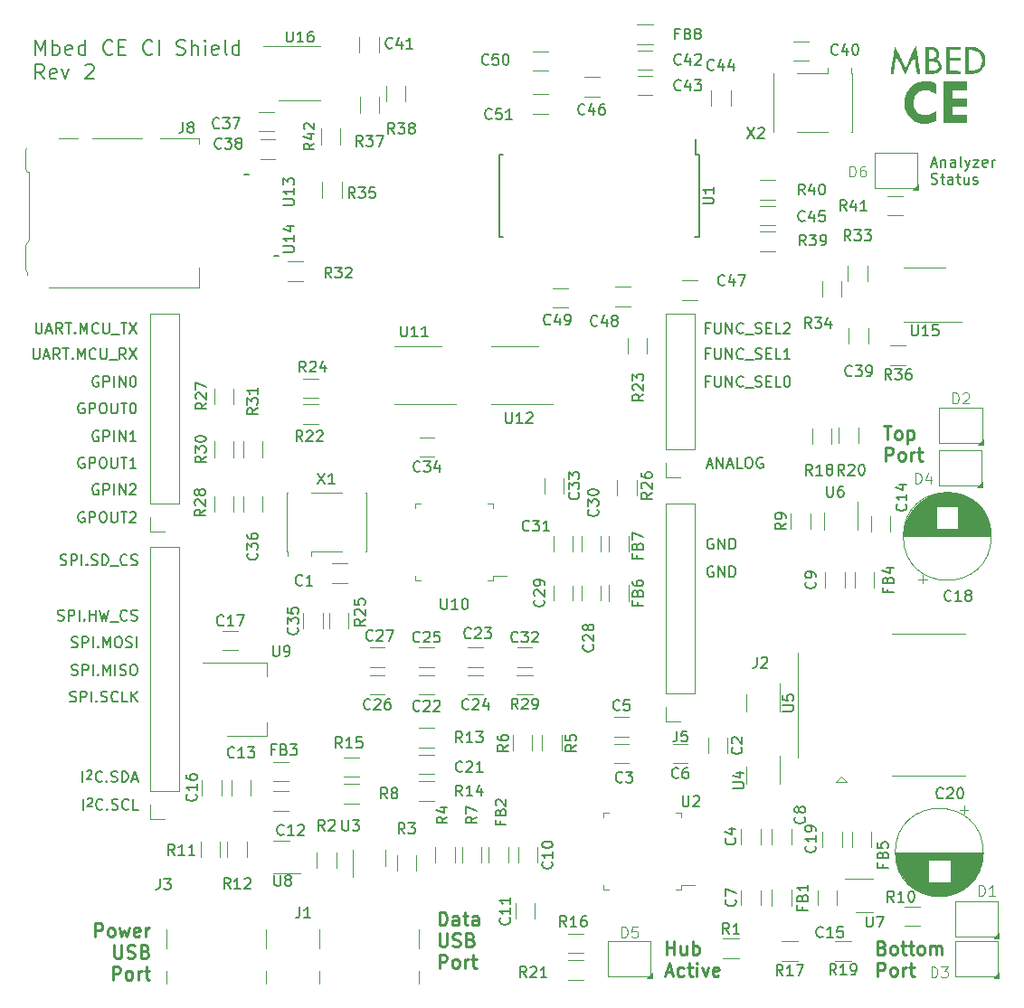
<source format=gto>
G04 #@! TF.GenerationSoftware,KiCad,Pcbnew,7.0.7-7.0.7~ubuntu23.04.1*
G04 #@! TF.CreationDate,2023-09-22T06:11:18+00:00*
G04 #@! TF.ProjectId,mbed-ce-ci-shield-v2,6d626564-2d63-4652-9d63-692d73686965,0*
G04 #@! TF.SameCoordinates,Original*
G04 #@! TF.FileFunction,Legend,Top*
G04 #@! TF.FilePolarity,Positive*
%FSLAX46Y46*%
G04 Gerber Fmt 4.6, Leading zero omitted, Abs format (unit mm)*
G04 Created by KiCad (PCBNEW 7.0.7-7.0.7~ubuntu23.04.1) date 2023-09-22 06:11:18*
%MOMM*%
%LPD*%
G01*
G04 APERTURE LIST*
%ADD10C,0.200000*%
%ADD11C,0.250000*%
%ADD12C,0.150000*%
%ADD13C,0.100000*%
%ADD14C,0.120000*%
G04 APERTURE END LIST*
D10*
X131093482Y-74899838D02*
X130998244Y-74852219D01*
X130998244Y-74852219D02*
X130855387Y-74852219D01*
X130855387Y-74852219D02*
X130712530Y-74899838D01*
X130712530Y-74899838D02*
X130617292Y-74995076D01*
X130617292Y-74995076D02*
X130569673Y-75090314D01*
X130569673Y-75090314D02*
X130522054Y-75280790D01*
X130522054Y-75280790D02*
X130522054Y-75423647D01*
X130522054Y-75423647D02*
X130569673Y-75614123D01*
X130569673Y-75614123D02*
X130617292Y-75709361D01*
X130617292Y-75709361D02*
X130712530Y-75804600D01*
X130712530Y-75804600D02*
X130855387Y-75852219D01*
X130855387Y-75852219D02*
X130950625Y-75852219D01*
X130950625Y-75852219D02*
X131093482Y-75804600D01*
X131093482Y-75804600D02*
X131141101Y-75756980D01*
X131141101Y-75756980D02*
X131141101Y-75423647D01*
X131141101Y-75423647D02*
X130950625Y-75423647D01*
X131569673Y-75852219D02*
X131569673Y-74852219D01*
X131569673Y-74852219D02*
X132141101Y-75852219D01*
X132141101Y-75852219D02*
X132141101Y-74852219D01*
X132617292Y-75852219D02*
X132617292Y-74852219D01*
X132617292Y-74852219D02*
X132855387Y-74852219D01*
X132855387Y-74852219D02*
X132998244Y-74899838D01*
X132998244Y-74899838D02*
X133093482Y-74995076D01*
X133093482Y-74995076D02*
X133141101Y-75090314D01*
X133141101Y-75090314D02*
X133188720Y-75280790D01*
X133188720Y-75280790D02*
X133188720Y-75423647D01*
X133188720Y-75423647D02*
X133141101Y-75614123D01*
X133141101Y-75614123D02*
X133093482Y-75709361D01*
X133093482Y-75709361D02*
X132998244Y-75804600D01*
X132998244Y-75804600D02*
X132855387Y-75852219D01*
X132855387Y-75852219D02*
X132617292Y-75852219D01*
X69749375Y-82504600D02*
X69892232Y-82552219D01*
X69892232Y-82552219D02*
X70130327Y-82552219D01*
X70130327Y-82552219D02*
X70225565Y-82504600D01*
X70225565Y-82504600D02*
X70273184Y-82456980D01*
X70273184Y-82456980D02*
X70320803Y-82361742D01*
X70320803Y-82361742D02*
X70320803Y-82266504D01*
X70320803Y-82266504D02*
X70273184Y-82171266D01*
X70273184Y-82171266D02*
X70225565Y-82123647D01*
X70225565Y-82123647D02*
X70130327Y-82076028D01*
X70130327Y-82076028D02*
X69939851Y-82028409D01*
X69939851Y-82028409D02*
X69844613Y-81980790D01*
X69844613Y-81980790D02*
X69796994Y-81933171D01*
X69796994Y-81933171D02*
X69749375Y-81837933D01*
X69749375Y-81837933D02*
X69749375Y-81742695D01*
X69749375Y-81742695D02*
X69796994Y-81647457D01*
X69796994Y-81647457D02*
X69844613Y-81599838D01*
X69844613Y-81599838D02*
X69939851Y-81552219D01*
X69939851Y-81552219D02*
X70177946Y-81552219D01*
X70177946Y-81552219D02*
X70320803Y-81599838D01*
X70749375Y-82552219D02*
X70749375Y-81552219D01*
X70749375Y-81552219D02*
X71130327Y-81552219D01*
X71130327Y-81552219D02*
X71225565Y-81599838D01*
X71225565Y-81599838D02*
X71273184Y-81647457D01*
X71273184Y-81647457D02*
X71320803Y-81742695D01*
X71320803Y-81742695D02*
X71320803Y-81885552D01*
X71320803Y-81885552D02*
X71273184Y-81980790D01*
X71273184Y-81980790D02*
X71225565Y-82028409D01*
X71225565Y-82028409D02*
X71130327Y-82076028D01*
X71130327Y-82076028D02*
X70749375Y-82076028D01*
X71749375Y-82552219D02*
X71749375Y-81552219D01*
X72225565Y-82456980D02*
X72273184Y-82504600D01*
X72273184Y-82504600D02*
X72225565Y-82552219D01*
X72225565Y-82552219D02*
X72177946Y-82504600D01*
X72177946Y-82504600D02*
X72225565Y-82456980D01*
X72225565Y-82456980D02*
X72225565Y-82552219D01*
X72701755Y-82552219D02*
X72701755Y-81552219D01*
X72701755Y-82028409D02*
X73273183Y-82028409D01*
X73273183Y-82552219D02*
X73273183Y-81552219D01*
X73654136Y-81552219D02*
X73892231Y-82552219D01*
X73892231Y-82552219D02*
X74082707Y-81837933D01*
X74082707Y-81837933D02*
X74273183Y-82552219D01*
X74273183Y-82552219D02*
X74511279Y-81552219D01*
X74654136Y-82647457D02*
X75416040Y-82647457D01*
X76225564Y-82456980D02*
X76177945Y-82504600D01*
X76177945Y-82504600D02*
X76035088Y-82552219D01*
X76035088Y-82552219D02*
X75939850Y-82552219D01*
X75939850Y-82552219D02*
X75796993Y-82504600D01*
X75796993Y-82504600D02*
X75701755Y-82409361D01*
X75701755Y-82409361D02*
X75654136Y-82314123D01*
X75654136Y-82314123D02*
X75606517Y-82123647D01*
X75606517Y-82123647D02*
X75606517Y-81980790D01*
X75606517Y-81980790D02*
X75654136Y-81790314D01*
X75654136Y-81790314D02*
X75701755Y-81695076D01*
X75701755Y-81695076D02*
X75796993Y-81599838D01*
X75796993Y-81599838D02*
X75939850Y-81552219D01*
X75939850Y-81552219D02*
X76035088Y-81552219D01*
X76035088Y-81552219D02*
X76177945Y-81599838D01*
X76177945Y-81599838D02*
X76225564Y-81647457D01*
X76606517Y-82504600D02*
X76749374Y-82552219D01*
X76749374Y-82552219D02*
X76987469Y-82552219D01*
X76987469Y-82552219D02*
X77082707Y-82504600D01*
X77082707Y-82504600D02*
X77130326Y-82456980D01*
X77130326Y-82456980D02*
X77177945Y-82361742D01*
X77177945Y-82361742D02*
X77177945Y-82266504D01*
X77177945Y-82266504D02*
X77130326Y-82171266D01*
X77130326Y-82171266D02*
X77082707Y-82123647D01*
X77082707Y-82123647D02*
X76987469Y-82076028D01*
X76987469Y-82076028D02*
X76796993Y-82028409D01*
X76796993Y-82028409D02*
X76701755Y-81980790D01*
X76701755Y-81980790D02*
X76654136Y-81933171D01*
X76654136Y-81933171D02*
X76606517Y-81837933D01*
X76606517Y-81837933D02*
X76606517Y-81742695D01*
X76606517Y-81742695D02*
X76654136Y-81647457D01*
X76654136Y-81647457D02*
X76701755Y-81599838D01*
X76701755Y-81599838D02*
X76796993Y-81552219D01*
X76796993Y-81552219D02*
X77035088Y-81552219D01*
X77035088Y-81552219D02*
X77177945Y-81599838D01*
X67664911Y-29564266D02*
X67664911Y-28164266D01*
X67664911Y-28164266D02*
X68131578Y-29164266D01*
X68131578Y-29164266D02*
X68598244Y-28164266D01*
X68598244Y-28164266D02*
X68598244Y-29564266D01*
X69264911Y-29564266D02*
X69264911Y-28164266D01*
X69264911Y-28697600D02*
X69398244Y-28630933D01*
X69398244Y-28630933D02*
X69664911Y-28630933D01*
X69664911Y-28630933D02*
X69798244Y-28697600D01*
X69798244Y-28697600D02*
X69864911Y-28764266D01*
X69864911Y-28764266D02*
X69931578Y-28897600D01*
X69931578Y-28897600D02*
X69931578Y-29297600D01*
X69931578Y-29297600D02*
X69864911Y-29430933D01*
X69864911Y-29430933D02*
X69798244Y-29497600D01*
X69798244Y-29497600D02*
X69664911Y-29564266D01*
X69664911Y-29564266D02*
X69398244Y-29564266D01*
X69398244Y-29564266D02*
X69264911Y-29497600D01*
X71064911Y-29497600D02*
X70931578Y-29564266D01*
X70931578Y-29564266D02*
X70664911Y-29564266D01*
X70664911Y-29564266D02*
X70531578Y-29497600D01*
X70531578Y-29497600D02*
X70464911Y-29364266D01*
X70464911Y-29364266D02*
X70464911Y-28830933D01*
X70464911Y-28830933D02*
X70531578Y-28697600D01*
X70531578Y-28697600D02*
X70664911Y-28630933D01*
X70664911Y-28630933D02*
X70931578Y-28630933D01*
X70931578Y-28630933D02*
X71064911Y-28697600D01*
X71064911Y-28697600D02*
X71131578Y-28830933D01*
X71131578Y-28830933D02*
X71131578Y-28964266D01*
X71131578Y-28964266D02*
X70464911Y-29097600D01*
X72331578Y-29564266D02*
X72331578Y-28164266D01*
X72331578Y-29497600D02*
X72198245Y-29564266D01*
X72198245Y-29564266D02*
X71931578Y-29564266D01*
X71931578Y-29564266D02*
X71798245Y-29497600D01*
X71798245Y-29497600D02*
X71731578Y-29430933D01*
X71731578Y-29430933D02*
X71664911Y-29297600D01*
X71664911Y-29297600D02*
X71664911Y-28897600D01*
X71664911Y-28897600D02*
X71731578Y-28764266D01*
X71731578Y-28764266D02*
X71798245Y-28697600D01*
X71798245Y-28697600D02*
X71931578Y-28630933D01*
X71931578Y-28630933D02*
X72198245Y-28630933D01*
X72198245Y-28630933D02*
X72331578Y-28697600D01*
X74864912Y-29430933D02*
X74798245Y-29497600D01*
X74798245Y-29497600D02*
X74598245Y-29564266D01*
X74598245Y-29564266D02*
X74464912Y-29564266D01*
X74464912Y-29564266D02*
X74264912Y-29497600D01*
X74264912Y-29497600D02*
X74131579Y-29364266D01*
X74131579Y-29364266D02*
X74064912Y-29230933D01*
X74064912Y-29230933D02*
X73998245Y-28964266D01*
X73998245Y-28964266D02*
X73998245Y-28764266D01*
X73998245Y-28764266D02*
X74064912Y-28497600D01*
X74064912Y-28497600D02*
X74131579Y-28364266D01*
X74131579Y-28364266D02*
X74264912Y-28230933D01*
X74264912Y-28230933D02*
X74464912Y-28164266D01*
X74464912Y-28164266D02*
X74598245Y-28164266D01*
X74598245Y-28164266D02*
X74798245Y-28230933D01*
X74798245Y-28230933D02*
X74864912Y-28297600D01*
X75464912Y-28830933D02*
X75931579Y-28830933D01*
X76131579Y-29564266D02*
X75464912Y-29564266D01*
X75464912Y-29564266D02*
X75464912Y-28164266D01*
X75464912Y-28164266D02*
X76131579Y-28164266D01*
X78598246Y-29430933D02*
X78531579Y-29497600D01*
X78531579Y-29497600D02*
X78331579Y-29564266D01*
X78331579Y-29564266D02*
X78198246Y-29564266D01*
X78198246Y-29564266D02*
X77998246Y-29497600D01*
X77998246Y-29497600D02*
X77864913Y-29364266D01*
X77864913Y-29364266D02*
X77798246Y-29230933D01*
X77798246Y-29230933D02*
X77731579Y-28964266D01*
X77731579Y-28964266D02*
X77731579Y-28764266D01*
X77731579Y-28764266D02*
X77798246Y-28497600D01*
X77798246Y-28497600D02*
X77864913Y-28364266D01*
X77864913Y-28364266D02*
X77998246Y-28230933D01*
X77998246Y-28230933D02*
X78198246Y-28164266D01*
X78198246Y-28164266D02*
X78331579Y-28164266D01*
X78331579Y-28164266D02*
X78531579Y-28230933D01*
X78531579Y-28230933D02*
X78598246Y-28297600D01*
X79198246Y-29564266D02*
X79198246Y-28164266D01*
X80864913Y-29497600D02*
X81064913Y-29564266D01*
X81064913Y-29564266D02*
X81398247Y-29564266D01*
X81398247Y-29564266D02*
X81531580Y-29497600D01*
X81531580Y-29497600D02*
X81598247Y-29430933D01*
X81598247Y-29430933D02*
X81664913Y-29297600D01*
X81664913Y-29297600D02*
X81664913Y-29164266D01*
X81664913Y-29164266D02*
X81598247Y-29030933D01*
X81598247Y-29030933D02*
X81531580Y-28964266D01*
X81531580Y-28964266D02*
X81398247Y-28897600D01*
X81398247Y-28897600D02*
X81131580Y-28830933D01*
X81131580Y-28830933D02*
X80998247Y-28764266D01*
X80998247Y-28764266D02*
X80931580Y-28697600D01*
X80931580Y-28697600D02*
X80864913Y-28564266D01*
X80864913Y-28564266D02*
X80864913Y-28430933D01*
X80864913Y-28430933D02*
X80931580Y-28297600D01*
X80931580Y-28297600D02*
X80998247Y-28230933D01*
X80998247Y-28230933D02*
X81131580Y-28164266D01*
X81131580Y-28164266D02*
X81464913Y-28164266D01*
X81464913Y-28164266D02*
X81664913Y-28230933D01*
X82264913Y-29564266D02*
X82264913Y-28164266D01*
X82864913Y-29564266D02*
X82864913Y-28830933D01*
X82864913Y-28830933D02*
X82798246Y-28697600D01*
X82798246Y-28697600D02*
X82664913Y-28630933D01*
X82664913Y-28630933D02*
X82464913Y-28630933D01*
X82464913Y-28630933D02*
X82331580Y-28697600D01*
X82331580Y-28697600D02*
X82264913Y-28764266D01*
X83531580Y-29564266D02*
X83531580Y-28630933D01*
X83531580Y-28164266D02*
X83464913Y-28230933D01*
X83464913Y-28230933D02*
X83531580Y-28297600D01*
X83531580Y-28297600D02*
X83598247Y-28230933D01*
X83598247Y-28230933D02*
X83531580Y-28164266D01*
X83531580Y-28164266D02*
X83531580Y-28297600D01*
X84731580Y-29497600D02*
X84598247Y-29564266D01*
X84598247Y-29564266D02*
X84331580Y-29564266D01*
X84331580Y-29564266D02*
X84198247Y-29497600D01*
X84198247Y-29497600D02*
X84131580Y-29364266D01*
X84131580Y-29364266D02*
X84131580Y-28830933D01*
X84131580Y-28830933D02*
X84198247Y-28697600D01*
X84198247Y-28697600D02*
X84331580Y-28630933D01*
X84331580Y-28630933D02*
X84598247Y-28630933D01*
X84598247Y-28630933D02*
X84731580Y-28697600D01*
X84731580Y-28697600D02*
X84798247Y-28830933D01*
X84798247Y-28830933D02*
X84798247Y-28964266D01*
X84798247Y-28964266D02*
X84131580Y-29097600D01*
X85598247Y-29564266D02*
X85464914Y-29497600D01*
X85464914Y-29497600D02*
X85398247Y-29364266D01*
X85398247Y-29364266D02*
X85398247Y-28164266D01*
X86731580Y-29564266D02*
X86731580Y-28164266D01*
X86731580Y-29497600D02*
X86598247Y-29564266D01*
X86598247Y-29564266D02*
X86331580Y-29564266D01*
X86331580Y-29564266D02*
X86198247Y-29497600D01*
X86198247Y-29497600D02*
X86131580Y-29430933D01*
X86131580Y-29430933D02*
X86064913Y-29297600D01*
X86064913Y-29297600D02*
X86064913Y-28897600D01*
X86064913Y-28897600D02*
X86131580Y-28764266D01*
X86131580Y-28764266D02*
X86198247Y-28697600D01*
X86198247Y-28697600D02*
X86331580Y-28630933D01*
X86331580Y-28630933D02*
X86598247Y-28630933D01*
X86598247Y-28630933D02*
X86731580Y-28697600D01*
X68464911Y-31818266D02*
X67998244Y-31151600D01*
X67664911Y-31818266D02*
X67664911Y-30418266D01*
X67664911Y-30418266D02*
X68198244Y-30418266D01*
X68198244Y-30418266D02*
X68331578Y-30484933D01*
X68331578Y-30484933D02*
X68398244Y-30551600D01*
X68398244Y-30551600D02*
X68464911Y-30684933D01*
X68464911Y-30684933D02*
X68464911Y-30884933D01*
X68464911Y-30884933D02*
X68398244Y-31018266D01*
X68398244Y-31018266D02*
X68331578Y-31084933D01*
X68331578Y-31084933D02*
X68198244Y-31151600D01*
X68198244Y-31151600D02*
X67664911Y-31151600D01*
X69598244Y-31751600D02*
X69464911Y-31818266D01*
X69464911Y-31818266D02*
X69198244Y-31818266D01*
X69198244Y-31818266D02*
X69064911Y-31751600D01*
X69064911Y-31751600D02*
X68998244Y-31618266D01*
X68998244Y-31618266D02*
X68998244Y-31084933D01*
X68998244Y-31084933D02*
X69064911Y-30951600D01*
X69064911Y-30951600D02*
X69198244Y-30884933D01*
X69198244Y-30884933D02*
X69464911Y-30884933D01*
X69464911Y-30884933D02*
X69598244Y-30951600D01*
X69598244Y-30951600D02*
X69664911Y-31084933D01*
X69664911Y-31084933D02*
X69664911Y-31218266D01*
X69664911Y-31218266D02*
X68998244Y-31351600D01*
X70131578Y-30884933D02*
X70464911Y-31818266D01*
X70464911Y-31818266D02*
X70798244Y-30884933D01*
X72331578Y-30551600D02*
X72398245Y-30484933D01*
X72398245Y-30484933D02*
X72531578Y-30418266D01*
X72531578Y-30418266D02*
X72864912Y-30418266D01*
X72864912Y-30418266D02*
X72998245Y-30484933D01*
X72998245Y-30484933D02*
X73064912Y-30551600D01*
X73064912Y-30551600D02*
X73131578Y-30684933D01*
X73131578Y-30684933D02*
X73131578Y-30818266D01*
X73131578Y-30818266D02*
X73064912Y-31018266D01*
X73064912Y-31018266D02*
X72264912Y-31818266D01*
X72264912Y-31818266D02*
X73131578Y-31818266D01*
X73554136Y-59699838D02*
X73458898Y-59652219D01*
X73458898Y-59652219D02*
X73316041Y-59652219D01*
X73316041Y-59652219D02*
X73173184Y-59699838D01*
X73173184Y-59699838D02*
X73077946Y-59795076D01*
X73077946Y-59795076D02*
X73030327Y-59890314D01*
X73030327Y-59890314D02*
X72982708Y-60080790D01*
X72982708Y-60080790D02*
X72982708Y-60223647D01*
X72982708Y-60223647D02*
X73030327Y-60414123D01*
X73030327Y-60414123D02*
X73077946Y-60509361D01*
X73077946Y-60509361D02*
X73173184Y-60604600D01*
X73173184Y-60604600D02*
X73316041Y-60652219D01*
X73316041Y-60652219D02*
X73411279Y-60652219D01*
X73411279Y-60652219D02*
X73554136Y-60604600D01*
X73554136Y-60604600D02*
X73601755Y-60556980D01*
X73601755Y-60556980D02*
X73601755Y-60223647D01*
X73601755Y-60223647D02*
X73411279Y-60223647D01*
X74030327Y-60652219D02*
X74030327Y-59652219D01*
X74030327Y-59652219D02*
X74411279Y-59652219D01*
X74411279Y-59652219D02*
X74506517Y-59699838D01*
X74506517Y-59699838D02*
X74554136Y-59747457D01*
X74554136Y-59747457D02*
X74601755Y-59842695D01*
X74601755Y-59842695D02*
X74601755Y-59985552D01*
X74601755Y-59985552D02*
X74554136Y-60080790D01*
X74554136Y-60080790D02*
X74506517Y-60128409D01*
X74506517Y-60128409D02*
X74411279Y-60176028D01*
X74411279Y-60176028D02*
X74030327Y-60176028D01*
X75030327Y-60652219D02*
X75030327Y-59652219D01*
X75506517Y-60652219D02*
X75506517Y-59652219D01*
X75506517Y-59652219D02*
X76077945Y-60652219D01*
X76077945Y-60652219D02*
X76077945Y-59652219D01*
X76744612Y-59652219D02*
X76839850Y-59652219D01*
X76839850Y-59652219D02*
X76935088Y-59699838D01*
X76935088Y-59699838D02*
X76982707Y-59747457D01*
X76982707Y-59747457D02*
X77030326Y-59842695D01*
X77030326Y-59842695D02*
X77077945Y-60033171D01*
X77077945Y-60033171D02*
X77077945Y-60271266D01*
X77077945Y-60271266D02*
X77030326Y-60461742D01*
X77030326Y-60461742D02*
X76982707Y-60556980D01*
X76982707Y-60556980D02*
X76935088Y-60604600D01*
X76935088Y-60604600D02*
X76839850Y-60652219D01*
X76839850Y-60652219D02*
X76744612Y-60652219D01*
X76744612Y-60652219D02*
X76649374Y-60604600D01*
X76649374Y-60604600D02*
X76601755Y-60556980D01*
X76601755Y-60556980D02*
X76554136Y-60461742D01*
X76554136Y-60461742D02*
X76506517Y-60271266D01*
X76506517Y-60271266D02*
X76506517Y-60033171D01*
X76506517Y-60033171D02*
X76554136Y-59842695D01*
X76554136Y-59842695D02*
X76601755Y-59747457D01*
X76601755Y-59747457D02*
X76649374Y-59699838D01*
X76649374Y-59699838D02*
X76744612Y-59652219D01*
X130522054Y-67966504D02*
X130998244Y-67966504D01*
X130426816Y-68252219D02*
X130760149Y-67252219D01*
X130760149Y-67252219D02*
X131093482Y-68252219D01*
X131426816Y-68252219D02*
X131426816Y-67252219D01*
X131426816Y-67252219D02*
X131998244Y-68252219D01*
X131998244Y-68252219D02*
X131998244Y-67252219D01*
X132426816Y-67966504D02*
X132903006Y-67966504D01*
X132331578Y-68252219D02*
X132664911Y-67252219D01*
X132664911Y-67252219D02*
X132998244Y-68252219D01*
X133807768Y-68252219D02*
X133331578Y-68252219D01*
X133331578Y-68252219D02*
X133331578Y-67252219D01*
X134331578Y-67252219D02*
X134522054Y-67252219D01*
X134522054Y-67252219D02*
X134617292Y-67299838D01*
X134617292Y-67299838D02*
X134712530Y-67395076D01*
X134712530Y-67395076D02*
X134760149Y-67585552D01*
X134760149Y-67585552D02*
X134760149Y-67918885D01*
X134760149Y-67918885D02*
X134712530Y-68109361D01*
X134712530Y-68109361D02*
X134617292Y-68204600D01*
X134617292Y-68204600D02*
X134522054Y-68252219D01*
X134522054Y-68252219D02*
X134331578Y-68252219D01*
X134331578Y-68252219D02*
X134236340Y-68204600D01*
X134236340Y-68204600D02*
X134141102Y-68109361D01*
X134141102Y-68109361D02*
X134093483Y-67918885D01*
X134093483Y-67918885D02*
X134093483Y-67585552D01*
X134093483Y-67585552D02*
X134141102Y-67395076D01*
X134141102Y-67395076D02*
X134236340Y-67299838D01*
X134236340Y-67299838D02*
X134331578Y-67252219D01*
X135712530Y-67299838D02*
X135617292Y-67252219D01*
X135617292Y-67252219D02*
X135474435Y-67252219D01*
X135474435Y-67252219D02*
X135331578Y-67299838D01*
X135331578Y-67299838D02*
X135236340Y-67395076D01*
X135236340Y-67395076D02*
X135188721Y-67490314D01*
X135188721Y-67490314D02*
X135141102Y-67680790D01*
X135141102Y-67680790D02*
X135141102Y-67823647D01*
X135141102Y-67823647D02*
X135188721Y-68014123D01*
X135188721Y-68014123D02*
X135236340Y-68109361D01*
X135236340Y-68109361D02*
X135331578Y-68204600D01*
X135331578Y-68204600D02*
X135474435Y-68252219D01*
X135474435Y-68252219D02*
X135569673Y-68252219D01*
X135569673Y-68252219D02*
X135712530Y-68204600D01*
X135712530Y-68204600D02*
X135760149Y-68156980D01*
X135760149Y-68156980D02*
X135760149Y-67823647D01*
X135760149Y-67823647D02*
X135569673Y-67823647D01*
X67458898Y-57052219D02*
X67458898Y-57861742D01*
X67458898Y-57861742D02*
X67506517Y-57956980D01*
X67506517Y-57956980D02*
X67554136Y-58004600D01*
X67554136Y-58004600D02*
X67649374Y-58052219D01*
X67649374Y-58052219D02*
X67839850Y-58052219D01*
X67839850Y-58052219D02*
X67935088Y-58004600D01*
X67935088Y-58004600D02*
X67982707Y-57956980D01*
X67982707Y-57956980D02*
X68030326Y-57861742D01*
X68030326Y-57861742D02*
X68030326Y-57052219D01*
X68458898Y-57766504D02*
X68935088Y-57766504D01*
X68363660Y-58052219D02*
X68696993Y-57052219D01*
X68696993Y-57052219D02*
X69030326Y-58052219D01*
X69935088Y-58052219D02*
X69601755Y-57576028D01*
X69363660Y-58052219D02*
X69363660Y-57052219D01*
X69363660Y-57052219D02*
X69744612Y-57052219D01*
X69744612Y-57052219D02*
X69839850Y-57099838D01*
X69839850Y-57099838D02*
X69887469Y-57147457D01*
X69887469Y-57147457D02*
X69935088Y-57242695D01*
X69935088Y-57242695D02*
X69935088Y-57385552D01*
X69935088Y-57385552D02*
X69887469Y-57480790D01*
X69887469Y-57480790D02*
X69839850Y-57528409D01*
X69839850Y-57528409D02*
X69744612Y-57576028D01*
X69744612Y-57576028D02*
X69363660Y-57576028D01*
X70220803Y-57052219D02*
X70792231Y-57052219D01*
X70506517Y-58052219D02*
X70506517Y-57052219D01*
X71125565Y-57956980D02*
X71173184Y-58004600D01*
X71173184Y-58004600D02*
X71125565Y-58052219D01*
X71125565Y-58052219D02*
X71077946Y-58004600D01*
X71077946Y-58004600D02*
X71125565Y-57956980D01*
X71125565Y-57956980D02*
X71125565Y-58052219D01*
X71601755Y-58052219D02*
X71601755Y-57052219D01*
X71601755Y-57052219D02*
X71935088Y-57766504D01*
X71935088Y-57766504D02*
X72268421Y-57052219D01*
X72268421Y-57052219D02*
X72268421Y-58052219D01*
X73316040Y-57956980D02*
X73268421Y-58004600D01*
X73268421Y-58004600D02*
X73125564Y-58052219D01*
X73125564Y-58052219D02*
X73030326Y-58052219D01*
X73030326Y-58052219D02*
X72887469Y-58004600D01*
X72887469Y-58004600D02*
X72792231Y-57909361D01*
X72792231Y-57909361D02*
X72744612Y-57814123D01*
X72744612Y-57814123D02*
X72696993Y-57623647D01*
X72696993Y-57623647D02*
X72696993Y-57480790D01*
X72696993Y-57480790D02*
X72744612Y-57290314D01*
X72744612Y-57290314D02*
X72792231Y-57195076D01*
X72792231Y-57195076D02*
X72887469Y-57099838D01*
X72887469Y-57099838D02*
X73030326Y-57052219D01*
X73030326Y-57052219D02*
X73125564Y-57052219D01*
X73125564Y-57052219D02*
X73268421Y-57099838D01*
X73268421Y-57099838D02*
X73316040Y-57147457D01*
X73744612Y-57052219D02*
X73744612Y-57861742D01*
X73744612Y-57861742D02*
X73792231Y-57956980D01*
X73792231Y-57956980D02*
X73839850Y-58004600D01*
X73839850Y-58004600D02*
X73935088Y-58052219D01*
X73935088Y-58052219D02*
X74125564Y-58052219D01*
X74125564Y-58052219D02*
X74220802Y-58004600D01*
X74220802Y-58004600D02*
X74268421Y-57956980D01*
X74268421Y-57956980D02*
X74316040Y-57861742D01*
X74316040Y-57861742D02*
X74316040Y-57052219D01*
X74554136Y-58147457D02*
X75316040Y-58147457D01*
X76125564Y-58052219D02*
X75792231Y-57576028D01*
X75554136Y-58052219D02*
X75554136Y-57052219D01*
X75554136Y-57052219D02*
X75935088Y-57052219D01*
X75935088Y-57052219D02*
X76030326Y-57099838D01*
X76030326Y-57099838D02*
X76077945Y-57147457D01*
X76077945Y-57147457D02*
X76125564Y-57242695D01*
X76125564Y-57242695D02*
X76125564Y-57385552D01*
X76125564Y-57385552D02*
X76077945Y-57480790D01*
X76077945Y-57480790D02*
X76030326Y-57528409D01*
X76030326Y-57528409D02*
X75935088Y-57576028D01*
X75935088Y-57576028D02*
X75554136Y-57576028D01*
X76458898Y-57052219D02*
X77125564Y-58052219D01*
X77125564Y-57052219D02*
X76458898Y-58052219D01*
X130706516Y-55128409D02*
X130373183Y-55128409D01*
X130373183Y-55652219D02*
X130373183Y-54652219D01*
X130373183Y-54652219D02*
X130849373Y-54652219D01*
X131230326Y-54652219D02*
X131230326Y-55461742D01*
X131230326Y-55461742D02*
X131277945Y-55556980D01*
X131277945Y-55556980D02*
X131325564Y-55604600D01*
X131325564Y-55604600D02*
X131420802Y-55652219D01*
X131420802Y-55652219D02*
X131611278Y-55652219D01*
X131611278Y-55652219D02*
X131706516Y-55604600D01*
X131706516Y-55604600D02*
X131754135Y-55556980D01*
X131754135Y-55556980D02*
X131801754Y-55461742D01*
X131801754Y-55461742D02*
X131801754Y-54652219D01*
X132277945Y-55652219D02*
X132277945Y-54652219D01*
X132277945Y-54652219D02*
X132849373Y-55652219D01*
X132849373Y-55652219D02*
X132849373Y-54652219D01*
X133896992Y-55556980D02*
X133849373Y-55604600D01*
X133849373Y-55604600D02*
X133706516Y-55652219D01*
X133706516Y-55652219D02*
X133611278Y-55652219D01*
X133611278Y-55652219D02*
X133468421Y-55604600D01*
X133468421Y-55604600D02*
X133373183Y-55509361D01*
X133373183Y-55509361D02*
X133325564Y-55414123D01*
X133325564Y-55414123D02*
X133277945Y-55223647D01*
X133277945Y-55223647D02*
X133277945Y-55080790D01*
X133277945Y-55080790D02*
X133325564Y-54890314D01*
X133325564Y-54890314D02*
X133373183Y-54795076D01*
X133373183Y-54795076D02*
X133468421Y-54699838D01*
X133468421Y-54699838D02*
X133611278Y-54652219D01*
X133611278Y-54652219D02*
X133706516Y-54652219D01*
X133706516Y-54652219D02*
X133849373Y-54699838D01*
X133849373Y-54699838D02*
X133896992Y-54747457D01*
X134087469Y-55747457D02*
X134849373Y-55747457D01*
X135039850Y-55604600D02*
X135182707Y-55652219D01*
X135182707Y-55652219D02*
X135420802Y-55652219D01*
X135420802Y-55652219D02*
X135516040Y-55604600D01*
X135516040Y-55604600D02*
X135563659Y-55556980D01*
X135563659Y-55556980D02*
X135611278Y-55461742D01*
X135611278Y-55461742D02*
X135611278Y-55366504D01*
X135611278Y-55366504D02*
X135563659Y-55271266D01*
X135563659Y-55271266D02*
X135516040Y-55223647D01*
X135516040Y-55223647D02*
X135420802Y-55176028D01*
X135420802Y-55176028D02*
X135230326Y-55128409D01*
X135230326Y-55128409D02*
X135135088Y-55080790D01*
X135135088Y-55080790D02*
X135087469Y-55033171D01*
X135087469Y-55033171D02*
X135039850Y-54937933D01*
X135039850Y-54937933D02*
X135039850Y-54842695D01*
X135039850Y-54842695D02*
X135087469Y-54747457D01*
X135087469Y-54747457D02*
X135135088Y-54699838D01*
X135135088Y-54699838D02*
X135230326Y-54652219D01*
X135230326Y-54652219D02*
X135468421Y-54652219D01*
X135468421Y-54652219D02*
X135611278Y-54699838D01*
X136039850Y-55128409D02*
X136373183Y-55128409D01*
X136516040Y-55652219D02*
X136039850Y-55652219D01*
X136039850Y-55652219D02*
X136039850Y-54652219D01*
X136039850Y-54652219D02*
X136516040Y-54652219D01*
X137420802Y-55652219D02*
X136944612Y-55652219D01*
X136944612Y-55652219D02*
X136944612Y-54652219D01*
X137706517Y-54747457D02*
X137754136Y-54699838D01*
X137754136Y-54699838D02*
X137849374Y-54652219D01*
X137849374Y-54652219D02*
X138087469Y-54652219D01*
X138087469Y-54652219D02*
X138182707Y-54699838D01*
X138182707Y-54699838D02*
X138230326Y-54747457D01*
X138230326Y-54747457D02*
X138277945Y-54842695D01*
X138277945Y-54842695D02*
X138277945Y-54937933D01*
X138277945Y-54937933D02*
X138230326Y-55080790D01*
X138230326Y-55080790D02*
X137658898Y-55652219D01*
X137658898Y-55652219D02*
X138277945Y-55652219D01*
X72130327Y-100252219D02*
X72130327Y-99252219D01*
X72520802Y-99238885D02*
X72558898Y-99200790D01*
X72558898Y-99200790D02*
X72635088Y-99162695D01*
X72635088Y-99162695D02*
X72825564Y-99162695D01*
X72825564Y-99162695D02*
X72901755Y-99200790D01*
X72901755Y-99200790D02*
X72939850Y-99238885D01*
X72939850Y-99238885D02*
X72977945Y-99315076D01*
X72977945Y-99315076D02*
X72977945Y-99391266D01*
X72977945Y-99391266D02*
X72939850Y-99505552D01*
X72939850Y-99505552D02*
X72482707Y-99962695D01*
X72482707Y-99962695D02*
X72977945Y-99962695D01*
X73939850Y-100156980D02*
X73892231Y-100204600D01*
X73892231Y-100204600D02*
X73749374Y-100252219D01*
X73749374Y-100252219D02*
X73654136Y-100252219D01*
X73654136Y-100252219D02*
X73511279Y-100204600D01*
X73511279Y-100204600D02*
X73416041Y-100109361D01*
X73416041Y-100109361D02*
X73368422Y-100014123D01*
X73368422Y-100014123D02*
X73320803Y-99823647D01*
X73320803Y-99823647D02*
X73320803Y-99680790D01*
X73320803Y-99680790D02*
X73368422Y-99490314D01*
X73368422Y-99490314D02*
X73416041Y-99395076D01*
X73416041Y-99395076D02*
X73511279Y-99299838D01*
X73511279Y-99299838D02*
X73654136Y-99252219D01*
X73654136Y-99252219D02*
X73749374Y-99252219D01*
X73749374Y-99252219D02*
X73892231Y-99299838D01*
X73892231Y-99299838D02*
X73939850Y-99347457D01*
X74368422Y-100156980D02*
X74416041Y-100204600D01*
X74416041Y-100204600D02*
X74368422Y-100252219D01*
X74368422Y-100252219D02*
X74320803Y-100204600D01*
X74320803Y-100204600D02*
X74368422Y-100156980D01*
X74368422Y-100156980D02*
X74368422Y-100252219D01*
X74796993Y-100204600D02*
X74939850Y-100252219D01*
X74939850Y-100252219D02*
X75177945Y-100252219D01*
X75177945Y-100252219D02*
X75273183Y-100204600D01*
X75273183Y-100204600D02*
X75320802Y-100156980D01*
X75320802Y-100156980D02*
X75368421Y-100061742D01*
X75368421Y-100061742D02*
X75368421Y-99966504D01*
X75368421Y-99966504D02*
X75320802Y-99871266D01*
X75320802Y-99871266D02*
X75273183Y-99823647D01*
X75273183Y-99823647D02*
X75177945Y-99776028D01*
X75177945Y-99776028D02*
X74987469Y-99728409D01*
X74987469Y-99728409D02*
X74892231Y-99680790D01*
X74892231Y-99680790D02*
X74844612Y-99633171D01*
X74844612Y-99633171D02*
X74796993Y-99537933D01*
X74796993Y-99537933D02*
X74796993Y-99442695D01*
X74796993Y-99442695D02*
X74844612Y-99347457D01*
X74844612Y-99347457D02*
X74892231Y-99299838D01*
X74892231Y-99299838D02*
X74987469Y-99252219D01*
X74987469Y-99252219D02*
X75225564Y-99252219D01*
X75225564Y-99252219D02*
X75368421Y-99299838D01*
X76368421Y-100156980D02*
X76320802Y-100204600D01*
X76320802Y-100204600D02*
X76177945Y-100252219D01*
X76177945Y-100252219D02*
X76082707Y-100252219D01*
X76082707Y-100252219D02*
X75939850Y-100204600D01*
X75939850Y-100204600D02*
X75844612Y-100109361D01*
X75844612Y-100109361D02*
X75796993Y-100014123D01*
X75796993Y-100014123D02*
X75749374Y-99823647D01*
X75749374Y-99823647D02*
X75749374Y-99680790D01*
X75749374Y-99680790D02*
X75796993Y-99490314D01*
X75796993Y-99490314D02*
X75844612Y-99395076D01*
X75844612Y-99395076D02*
X75939850Y-99299838D01*
X75939850Y-99299838D02*
X76082707Y-99252219D01*
X76082707Y-99252219D02*
X76177945Y-99252219D01*
X76177945Y-99252219D02*
X76320802Y-99299838D01*
X76320802Y-99299838D02*
X76368421Y-99347457D01*
X77273183Y-100252219D02*
X76796993Y-100252219D01*
X76796993Y-100252219D02*
X76796993Y-99252219D01*
X130706516Y-57528409D02*
X130373183Y-57528409D01*
X130373183Y-58052219D02*
X130373183Y-57052219D01*
X130373183Y-57052219D02*
X130849373Y-57052219D01*
X131230326Y-57052219D02*
X131230326Y-57861742D01*
X131230326Y-57861742D02*
X131277945Y-57956980D01*
X131277945Y-57956980D02*
X131325564Y-58004600D01*
X131325564Y-58004600D02*
X131420802Y-58052219D01*
X131420802Y-58052219D02*
X131611278Y-58052219D01*
X131611278Y-58052219D02*
X131706516Y-58004600D01*
X131706516Y-58004600D02*
X131754135Y-57956980D01*
X131754135Y-57956980D02*
X131801754Y-57861742D01*
X131801754Y-57861742D02*
X131801754Y-57052219D01*
X132277945Y-58052219D02*
X132277945Y-57052219D01*
X132277945Y-57052219D02*
X132849373Y-58052219D01*
X132849373Y-58052219D02*
X132849373Y-57052219D01*
X133896992Y-57956980D02*
X133849373Y-58004600D01*
X133849373Y-58004600D02*
X133706516Y-58052219D01*
X133706516Y-58052219D02*
X133611278Y-58052219D01*
X133611278Y-58052219D02*
X133468421Y-58004600D01*
X133468421Y-58004600D02*
X133373183Y-57909361D01*
X133373183Y-57909361D02*
X133325564Y-57814123D01*
X133325564Y-57814123D02*
X133277945Y-57623647D01*
X133277945Y-57623647D02*
X133277945Y-57480790D01*
X133277945Y-57480790D02*
X133325564Y-57290314D01*
X133325564Y-57290314D02*
X133373183Y-57195076D01*
X133373183Y-57195076D02*
X133468421Y-57099838D01*
X133468421Y-57099838D02*
X133611278Y-57052219D01*
X133611278Y-57052219D02*
X133706516Y-57052219D01*
X133706516Y-57052219D02*
X133849373Y-57099838D01*
X133849373Y-57099838D02*
X133896992Y-57147457D01*
X134087469Y-58147457D02*
X134849373Y-58147457D01*
X135039850Y-58004600D02*
X135182707Y-58052219D01*
X135182707Y-58052219D02*
X135420802Y-58052219D01*
X135420802Y-58052219D02*
X135516040Y-58004600D01*
X135516040Y-58004600D02*
X135563659Y-57956980D01*
X135563659Y-57956980D02*
X135611278Y-57861742D01*
X135611278Y-57861742D02*
X135611278Y-57766504D01*
X135611278Y-57766504D02*
X135563659Y-57671266D01*
X135563659Y-57671266D02*
X135516040Y-57623647D01*
X135516040Y-57623647D02*
X135420802Y-57576028D01*
X135420802Y-57576028D02*
X135230326Y-57528409D01*
X135230326Y-57528409D02*
X135135088Y-57480790D01*
X135135088Y-57480790D02*
X135087469Y-57433171D01*
X135087469Y-57433171D02*
X135039850Y-57337933D01*
X135039850Y-57337933D02*
X135039850Y-57242695D01*
X135039850Y-57242695D02*
X135087469Y-57147457D01*
X135087469Y-57147457D02*
X135135088Y-57099838D01*
X135135088Y-57099838D02*
X135230326Y-57052219D01*
X135230326Y-57052219D02*
X135468421Y-57052219D01*
X135468421Y-57052219D02*
X135611278Y-57099838D01*
X136039850Y-57528409D02*
X136373183Y-57528409D01*
X136516040Y-58052219D02*
X136039850Y-58052219D01*
X136039850Y-58052219D02*
X136039850Y-57052219D01*
X136039850Y-57052219D02*
X136516040Y-57052219D01*
X137420802Y-58052219D02*
X136944612Y-58052219D01*
X136944612Y-58052219D02*
X136944612Y-57052219D01*
X138277945Y-58052219D02*
X137706517Y-58052219D01*
X137992231Y-58052219D02*
X137992231Y-57052219D01*
X137992231Y-57052219D02*
X137896993Y-57195076D01*
X137896993Y-57195076D02*
X137801755Y-57290314D01*
X137801755Y-57290314D02*
X137706517Y-57337933D01*
X73554136Y-64799838D02*
X73458898Y-64752219D01*
X73458898Y-64752219D02*
X73316041Y-64752219D01*
X73316041Y-64752219D02*
X73173184Y-64799838D01*
X73173184Y-64799838D02*
X73077946Y-64895076D01*
X73077946Y-64895076D02*
X73030327Y-64990314D01*
X73030327Y-64990314D02*
X72982708Y-65180790D01*
X72982708Y-65180790D02*
X72982708Y-65323647D01*
X72982708Y-65323647D02*
X73030327Y-65514123D01*
X73030327Y-65514123D02*
X73077946Y-65609361D01*
X73077946Y-65609361D02*
X73173184Y-65704600D01*
X73173184Y-65704600D02*
X73316041Y-65752219D01*
X73316041Y-65752219D02*
X73411279Y-65752219D01*
X73411279Y-65752219D02*
X73554136Y-65704600D01*
X73554136Y-65704600D02*
X73601755Y-65656980D01*
X73601755Y-65656980D02*
X73601755Y-65323647D01*
X73601755Y-65323647D02*
X73411279Y-65323647D01*
X74030327Y-65752219D02*
X74030327Y-64752219D01*
X74030327Y-64752219D02*
X74411279Y-64752219D01*
X74411279Y-64752219D02*
X74506517Y-64799838D01*
X74506517Y-64799838D02*
X74554136Y-64847457D01*
X74554136Y-64847457D02*
X74601755Y-64942695D01*
X74601755Y-64942695D02*
X74601755Y-65085552D01*
X74601755Y-65085552D02*
X74554136Y-65180790D01*
X74554136Y-65180790D02*
X74506517Y-65228409D01*
X74506517Y-65228409D02*
X74411279Y-65276028D01*
X74411279Y-65276028D02*
X74030327Y-65276028D01*
X75030327Y-65752219D02*
X75030327Y-64752219D01*
X75506517Y-65752219D02*
X75506517Y-64752219D01*
X75506517Y-64752219D02*
X76077945Y-65752219D01*
X76077945Y-65752219D02*
X76077945Y-64752219D01*
X77077945Y-65752219D02*
X76506517Y-65752219D01*
X76792231Y-65752219D02*
X76792231Y-64752219D01*
X76792231Y-64752219D02*
X76696993Y-64895076D01*
X76696993Y-64895076D02*
X76601755Y-64990314D01*
X76601755Y-64990314D02*
X76506517Y-65037933D01*
D11*
X147033520Y-64321523D02*
X147747806Y-64321523D01*
X147390663Y-65571523D02*
X147390663Y-64321523D01*
X148343044Y-65571523D02*
X148223996Y-65512000D01*
X148223996Y-65512000D02*
X148164473Y-65452476D01*
X148164473Y-65452476D02*
X148104949Y-65333428D01*
X148104949Y-65333428D02*
X148104949Y-64976285D01*
X148104949Y-64976285D02*
X148164473Y-64857238D01*
X148164473Y-64857238D02*
X148223996Y-64797714D01*
X148223996Y-64797714D02*
X148343044Y-64738190D01*
X148343044Y-64738190D02*
X148521615Y-64738190D01*
X148521615Y-64738190D02*
X148640663Y-64797714D01*
X148640663Y-64797714D02*
X148700187Y-64857238D01*
X148700187Y-64857238D02*
X148759711Y-64976285D01*
X148759711Y-64976285D02*
X148759711Y-65333428D01*
X148759711Y-65333428D02*
X148700187Y-65452476D01*
X148700187Y-65452476D02*
X148640663Y-65512000D01*
X148640663Y-65512000D02*
X148521615Y-65571523D01*
X148521615Y-65571523D02*
X148343044Y-65571523D01*
X149295425Y-64738190D02*
X149295425Y-65988190D01*
X149295425Y-64797714D02*
X149414472Y-64738190D01*
X149414472Y-64738190D02*
X149652567Y-64738190D01*
X149652567Y-64738190D02*
X149771615Y-64797714D01*
X149771615Y-64797714D02*
X149831139Y-64857238D01*
X149831139Y-64857238D02*
X149890663Y-64976285D01*
X149890663Y-64976285D02*
X149890663Y-65333428D01*
X149890663Y-65333428D02*
X149831139Y-65452476D01*
X149831139Y-65452476D02*
X149771615Y-65512000D01*
X149771615Y-65512000D02*
X149652567Y-65571523D01*
X149652567Y-65571523D02*
X149414472Y-65571523D01*
X149414472Y-65571523D02*
X149295425Y-65512000D01*
X147212092Y-67584023D02*
X147212092Y-66334023D01*
X147212092Y-66334023D02*
X147688282Y-66334023D01*
X147688282Y-66334023D02*
X147807330Y-66393547D01*
X147807330Y-66393547D02*
X147866853Y-66453071D01*
X147866853Y-66453071D02*
X147926377Y-66572119D01*
X147926377Y-66572119D02*
X147926377Y-66750690D01*
X147926377Y-66750690D02*
X147866853Y-66869738D01*
X147866853Y-66869738D02*
X147807330Y-66929261D01*
X147807330Y-66929261D02*
X147688282Y-66988785D01*
X147688282Y-66988785D02*
X147212092Y-66988785D01*
X148640663Y-67584023D02*
X148521615Y-67524500D01*
X148521615Y-67524500D02*
X148462092Y-67464976D01*
X148462092Y-67464976D02*
X148402568Y-67345928D01*
X148402568Y-67345928D02*
X148402568Y-66988785D01*
X148402568Y-66988785D02*
X148462092Y-66869738D01*
X148462092Y-66869738D02*
X148521615Y-66810214D01*
X148521615Y-66810214D02*
X148640663Y-66750690D01*
X148640663Y-66750690D02*
X148819234Y-66750690D01*
X148819234Y-66750690D02*
X148938282Y-66810214D01*
X148938282Y-66810214D02*
X148997806Y-66869738D01*
X148997806Y-66869738D02*
X149057330Y-66988785D01*
X149057330Y-66988785D02*
X149057330Y-67345928D01*
X149057330Y-67345928D02*
X148997806Y-67464976D01*
X148997806Y-67464976D02*
X148938282Y-67524500D01*
X148938282Y-67524500D02*
X148819234Y-67584023D01*
X148819234Y-67584023D02*
X148640663Y-67584023D01*
X149593044Y-67584023D02*
X149593044Y-66750690D01*
X149593044Y-66988785D02*
X149652567Y-66869738D01*
X149652567Y-66869738D02*
X149712091Y-66810214D01*
X149712091Y-66810214D02*
X149831139Y-66750690D01*
X149831139Y-66750690D02*
X149950186Y-66750690D01*
X150188282Y-66750690D02*
X150664473Y-66750690D01*
X150366854Y-66334023D02*
X150366854Y-67405452D01*
X150366854Y-67405452D02*
X150426377Y-67524500D01*
X150426377Y-67524500D02*
X150545425Y-67584023D01*
X150545425Y-67584023D02*
X150664473Y-67584023D01*
D10*
X69987470Y-77304600D02*
X70130327Y-77352219D01*
X70130327Y-77352219D02*
X70368422Y-77352219D01*
X70368422Y-77352219D02*
X70463660Y-77304600D01*
X70463660Y-77304600D02*
X70511279Y-77256980D01*
X70511279Y-77256980D02*
X70558898Y-77161742D01*
X70558898Y-77161742D02*
X70558898Y-77066504D01*
X70558898Y-77066504D02*
X70511279Y-76971266D01*
X70511279Y-76971266D02*
X70463660Y-76923647D01*
X70463660Y-76923647D02*
X70368422Y-76876028D01*
X70368422Y-76876028D02*
X70177946Y-76828409D01*
X70177946Y-76828409D02*
X70082708Y-76780790D01*
X70082708Y-76780790D02*
X70035089Y-76733171D01*
X70035089Y-76733171D02*
X69987470Y-76637933D01*
X69987470Y-76637933D02*
X69987470Y-76542695D01*
X69987470Y-76542695D02*
X70035089Y-76447457D01*
X70035089Y-76447457D02*
X70082708Y-76399838D01*
X70082708Y-76399838D02*
X70177946Y-76352219D01*
X70177946Y-76352219D02*
X70416041Y-76352219D01*
X70416041Y-76352219D02*
X70558898Y-76399838D01*
X70987470Y-77352219D02*
X70987470Y-76352219D01*
X70987470Y-76352219D02*
X71368422Y-76352219D01*
X71368422Y-76352219D02*
X71463660Y-76399838D01*
X71463660Y-76399838D02*
X71511279Y-76447457D01*
X71511279Y-76447457D02*
X71558898Y-76542695D01*
X71558898Y-76542695D02*
X71558898Y-76685552D01*
X71558898Y-76685552D02*
X71511279Y-76780790D01*
X71511279Y-76780790D02*
X71463660Y-76828409D01*
X71463660Y-76828409D02*
X71368422Y-76876028D01*
X71368422Y-76876028D02*
X70987470Y-76876028D01*
X71987470Y-77352219D02*
X71987470Y-76352219D01*
X72463660Y-77256980D02*
X72511279Y-77304600D01*
X72511279Y-77304600D02*
X72463660Y-77352219D01*
X72463660Y-77352219D02*
X72416041Y-77304600D01*
X72416041Y-77304600D02*
X72463660Y-77256980D01*
X72463660Y-77256980D02*
X72463660Y-77352219D01*
X72892231Y-77304600D02*
X73035088Y-77352219D01*
X73035088Y-77352219D02*
X73273183Y-77352219D01*
X73273183Y-77352219D02*
X73368421Y-77304600D01*
X73368421Y-77304600D02*
X73416040Y-77256980D01*
X73416040Y-77256980D02*
X73463659Y-77161742D01*
X73463659Y-77161742D02*
X73463659Y-77066504D01*
X73463659Y-77066504D02*
X73416040Y-76971266D01*
X73416040Y-76971266D02*
X73368421Y-76923647D01*
X73368421Y-76923647D02*
X73273183Y-76876028D01*
X73273183Y-76876028D02*
X73082707Y-76828409D01*
X73082707Y-76828409D02*
X72987469Y-76780790D01*
X72987469Y-76780790D02*
X72939850Y-76733171D01*
X72939850Y-76733171D02*
X72892231Y-76637933D01*
X72892231Y-76637933D02*
X72892231Y-76542695D01*
X72892231Y-76542695D02*
X72939850Y-76447457D01*
X72939850Y-76447457D02*
X72987469Y-76399838D01*
X72987469Y-76399838D02*
X73082707Y-76352219D01*
X73082707Y-76352219D02*
X73320802Y-76352219D01*
X73320802Y-76352219D02*
X73463659Y-76399838D01*
X73892231Y-77352219D02*
X73892231Y-76352219D01*
X73892231Y-76352219D02*
X74130326Y-76352219D01*
X74130326Y-76352219D02*
X74273183Y-76399838D01*
X74273183Y-76399838D02*
X74368421Y-76495076D01*
X74368421Y-76495076D02*
X74416040Y-76590314D01*
X74416040Y-76590314D02*
X74463659Y-76780790D01*
X74463659Y-76780790D02*
X74463659Y-76923647D01*
X74463659Y-76923647D02*
X74416040Y-77114123D01*
X74416040Y-77114123D02*
X74368421Y-77209361D01*
X74368421Y-77209361D02*
X74273183Y-77304600D01*
X74273183Y-77304600D02*
X74130326Y-77352219D01*
X74130326Y-77352219D02*
X73892231Y-77352219D01*
X74654136Y-77447457D02*
X75416040Y-77447457D01*
X76225564Y-77256980D02*
X76177945Y-77304600D01*
X76177945Y-77304600D02*
X76035088Y-77352219D01*
X76035088Y-77352219D02*
X75939850Y-77352219D01*
X75939850Y-77352219D02*
X75796993Y-77304600D01*
X75796993Y-77304600D02*
X75701755Y-77209361D01*
X75701755Y-77209361D02*
X75654136Y-77114123D01*
X75654136Y-77114123D02*
X75606517Y-76923647D01*
X75606517Y-76923647D02*
X75606517Y-76780790D01*
X75606517Y-76780790D02*
X75654136Y-76590314D01*
X75654136Y-76590314D02*
X75701755Y-76495076D01*
X75701755Y-76495076D02*
X75796993Y-76399838D01*
X75796993Y-76399838D02*
X75939850Y-76352219D01*
X75939850Y-76352219D02*
X76035088Y-76352219D01*
X76035088Y-76352219D02*
X76177945Y-76399838D01*
X76177945Y-76399838D02*
X76225564Y-76447457D01*
X76606517Y-77304600D02*
X76749374Y-77352219D01*
X76749374Y-77352219D02*
X76987469Y-77352219D01*
X76987469Y-77352219D02*
X77082707Y-77304600D01*
X77082707Y-77304600D02*
X77130326Y-77256980D01*
X77130326Y-77256980D02*
X77177945Y-77161742D01*
X77177945Y-77161742D02*
X77177945Y-77066504D01*
X77177945Y-77066504D02*
X77130326Y-76971266D01*
X77130326Y-76971266D02*
X77082707Y-76923647D01*
X77082707Y-76923647D02*
X76987469Y-76876028D01*
X76987469Y-76876028D02*
X76796993Y-76828409D01*
X76796993Y-76828409D02*
X76701755Y-76780790D01*
X76701755Y-76780790D02*
X76654136Y-76733171D01*
X76654136Y-76733171D02*
X76606517Y-76637933D01*
X76606517Y-76637933D02*
X76606517Y-76542695D01*
X76606517Y-76542695D02*
X76654136Y-76447457D01*
X76654136Y-76447457D02*
X76701755Y-76399838D01*
X76701755Y-76399838D02*
X76796993Y-76352219D01*
X76796993Y-76352219D02*
X77035088Y-76352219D01*
X77035088Y-76352219D02*
X77177945Y-76399838D01*
X72220802Y-67299838D02*
X72125564Y-67252219D01*
X72125564Y-67252219D02*
X71982707Y-67252219D01*
X71982707Y-67252219D02*
X71839850Y-67299838D01*
X71839850Y-67299838D02*
X71744612Y-67395076D01*
X71744612Y-67395076D02*
X71696993Y-67490314D01*
X71696993Y-67490314D02*
X71649374Y-67680790D01*
X71649374Y-67680790D02*
X71649374Y-67823647D01*
X71649374Y-67823647D02*
X71696993Y-68014123D01*
X71696993Y-68014123D02*
X71744612Y-68109361D01*
X71744612Y-68109361D02*
X71839850Y-68204600D01*
X71839850Y-68204600D02*
X71982707Y-68252219D01*
X71982707Y-68252219D02*
X72077945Y-68252219D01*
X72077945Y-68252219D02*
X72220802Y-68204600D01*
X72220802Y-68204600D02*
X72268421Y-68156980D01*
X72268421Y-68156980D02*
X72268421Y-67823647D01*
X72268421Y-67823647D02*
X72077945Y-67823647D01*
X72696993Y-68252219D02*
X72696993Y-67252219D01*
X72696993Y-67252219D02*
X73077945Y-67252219D01*
X73077945Y-67252219D02*
X73173183Y-67299838D01*
X73173183Y-67299838D02*
X73220802Y-67347457D01*
X73220802Y-67347457D02*
X73268421Y-67442695D01*
X73268421Y-67442695D02*
X73268421Y-67585552D01*
X73268421Y-67585552D02*
X73220802Y-67680790D01*
X73220802Y-67680790D02*
X73173183Y-67728409D01*
X73173183Y-67728409D02*
X73077945Y-67776028D01*
X73077945Y-67776028D02*
X72696993Y-67776028D01*
X73887469Y-67252219D02*
X74077945Y-67252219D01*
X74077945Y-67252219D02*
X74173183Y-67299838D01*
X74173183Y-67299838D02*
X74268421Y-67395076D01*
X74268421Y-67395076D02*
X74316040Y-67585552D01*
X74316040Y-67585552D02*
X74316040Y-67918885D01*
X74316040Y-67918885D02*
X74268421Y-68109361D01*
X74268421Y-68109361D02*
X74173183Y-68204600D01*
X74173183Y-68204600D02*
X74077945Y-68252219D01*
X74077945Y-68252219D02*
X73887469Y-68252219D01*
X73887469Y-68252219D02*
X73792231Y-68204600D01*
X73792231Y-68204600D02*
X73696993Y-68109361D01*
X73696993Y-68109361D02*
X73649374Y-67918885D01*
X73649374Y-67918885D02*
X73649374Y-67585552D01*
X73649374Y-67585552D02*
X73696993Y-67395076D01*
X73696993Y-67395076D02*
X73792231Y-67299838D01*
X73792231Y-67299838D02*
X73887469Y-67252219D01*
X74744612Y-67252219D02*
X74744612Y-68061742D01*
X74744612Y-68061742D02*
X74792231Y-68156980D01*
X74792231Y-68156980D02*
X74839850Y-68204600D01*
X74839850Y-68204600D02*
X74935088Y-68252219D01*
X74935088Y-68252219D02*
X75125564Y-68252219D01*
X75125564Y-68252219D02*
X75220802Y-68204600D01*
X75220802Y-68204600D02*
X75268421Y-68156980D01*
X75268421Y-68156980D02*
X75316040Y-68061742D01*
X75316040Y-68061742D02*
X75316040Y-67252219D01*
X75649374Y-67252219D02*
X76220802Y-67252219D01*
X75935088Y-68252219D02*
X75935088Y-67252219D01*
X77077945Y-68252219D02*
X76506517Y-68252219D01*
X76792231Y-68252219D02*
X76792231Y-67252219D01*
X76792231Y-67252219D02*
X76696993Y-67395076D01*
X76696993Y-67395076D02*
X76601755Y-67490314D01*
X76601755Y-67490314D02*
X76506517Y-67537933D01*
X67696993Y-54652219D02*
X67696993Y-55461742D01*
X67696993Y-55461742D02*
X67744612Y-55556980D01*
X67744612Y-55556980D02*
X67792231Y-55604600D01*
X67792231Y-55604600D02*
X67887469Y-55652219D01*
X67887469Y-55652219D02*
X68077945Y-55652219D01*
X68077945Y-55652219D02*
X68173183Y-55604600D01*
X68173183Y-55604600D02*
X68220802Y-55556980D01*
X68220802Y-55556980D02*
X68268421Y-55461742D01*
X68268421Y-55461742D02*
X68268421Y-54652219D01*
X68696993Y-55366504D02*
X69173183Y-55366504D01*
X68601755Y-55652219D02*
X68935088Y-54652219D01*
X68935088Y-54652219D02*
X69268421Y-55652219D01*
X70173183Y-55652219D02*
X69839850Y-55176028D01*
X69601755Y-55652219D02*
X69601755Y-54652219D01*
X69601755Y-54652219D02*
X69982707Y-54652219D01*
X69982707Y-54652219D02*
X70077945Y-54699838D01*
X70077945Y-54699838D02*
X70125564Y-54747457D01*
X70125564Y-54747457D02*
X70173183Y-54842695D01*
X70173183Y-54842695D02*
X70173183Y-54985552D01*
X70173183Y-54985552D02*
X70125564Y-55080790D01*
X70125564Y-55080790D02*
X70077945Y-55128409D01*
X70077945Y-55128409D02*
X69982707Y-55176028D01*
X69982707Y-55176028D02*
X69601755Y-55176028D01*
X70458898Y-54652219D02*
X71030326Y-54652219D01*
X70744612Y-55652219D02*
X70744612Y-54652219D01*
X71363660Y-55556980D02*
X71411279Y-55604600D01*
X71411279Y-55604600D02*
X71363660Y-55652219D01*
X71363660Y-55652219D02*
X71316041Y-55604600D01*
X71316041Y-55604600D02*
X71363660Y-55556980D01*
X71363660Y-55556980D02*
X71363660Y-55652219D01*
X71839850Y-55652219D02*
X71839850Y-54652219D01*
X71839850Y-54652219D02*
X72173183Y-55366504D01*
X72173183Y-55366504D02*
X72506516Y-54652219D01*
X72506516Y-54652219D02*
X72506516Y-55652219D01*
X73554135Y-55556980D02*
X73506516Y-55604600D01*
X73506516Y-55604600D02*
X73363659Y-55652219D01*
X73363659Y-55652219D02*
X73268421Y-55652219D01*
X73268421Y-55652219D02*
X73125564Y-55604600D01*
X73125564Y-55604600D02*
X73030326Y-55509361D01*
X73030326Y-55509361D02*
X72982707Y-55414123D01*
X72982707Y-55414123D02*
X72935088Y-55223647D01*
X72935088Y-55223647D02*
X72935088Y-55080790D01*
X72935088Y-55080790D02*
X72982707Y-54890314D01*
X72982707Y-54890314D02*
X73030326Y-54795076D01*
X73030326Y-54795076D02*
X73125564Y-54699838D01*
X73125564Y-54699838D02*
X73268421Y-54652219D01*
X73268421Y-54652219D02*
X73363659Y-54652219D01*
X73363659Y-54652219D02*
X73506516Y-54699838D01*
X73506516Y-54699838D02*
X73554135Y-54747457D01*
X73982707Y-54652219D02*
X73982707Y-55461742D01*
X73982707Y-55461742D02*
X74030326Y-55556980D01*
X74030326Y-55556980D02*
X74077945Y-55604600D01*
X74077945Y-55604600D02*
X74173183Y-55652219D01*
X74173183Y-55652219D02*
X74363659Y-55652219D01*
X74363659Y-55652219D02*
X74458897Y-55604600D01*
X74458897Y-55604600D02*
X74506516Y-55556980D01*
X74506516Y-55556980D02*
X74554135Y-55461742D01*
X74554135Y-55461742D02*
X74554135Y-54652219D01*
X74792231Y-55747457D02*
X75554135Y-55747457D01*
X75649374Y-54652219D02*
X76220802Y-54652219D01*
X75935088Y-55652219D02*
X75935088Y-54652219D01*
X76458898Y-54652219D02*
X77125564Y-55652219D01*
X77125564Y-54652219D02*
X76458898Y-55652219D01*
X71035090Y-87604600D02*
X71177947Y-87652219D01*
X71177947Y-87652219D02*
X71416042Y-87652219D01*
X71416042Y-87652219D02*
X71511280Y-87604600D01*
X71511280Y-87604600D02*
X71558899Y-87556980D01*
X71558899Y-87556980D02*
X71606518Y-87461742D01*
X71606518Y-87461742D02*
X71606518Y-87366504D01*
X71606518Y-87366504D02*
X71558899Y-87271266D01*
X71558899Y-87271266D02*
X71511280Y-87223647D01*
X71511280Y-87223647D02*
X71416042Y-87176028D01*
X71416042Y-87176028D02*
X71225566Y-87128409D01*
X71225566Y-87128409D02*
X71130328Y-87080790D01*
X71130328Y-87080790D02*
X71082709Y-87033171D01*
X71082709Y-87033171D02*
X71035090Y-86937933D01*
X71035090Y-86937933D02*
X71035090Y-86842695D01*
X71035090Y-86842695D02*
X71082709Y-86747457D01*
X71082709Y-86747457D02*
X71130328Y-86699838D01*
X71130328Y-86699838D02*
X71225566Y-86652219D01*
X71225566Y-86652219D02*
X71463661Y-86652219D01*
X71463661Y-86652219D02*
X71606518Y-86699838D01*
X72035090Y-87652219D02*
X72035090Y-86652219D01*
X72035090Y-86652219D02*
X72416042Y-86652219D01*
X72416042Y-86652219D02*
X72511280Y-86699838D01*
X72511280Y-86699838D02*
X72558899Y-86747457D01*
X72558899Y-86747457D02*
X72606518Y-86842695D01*
X72606518Y-86842695D02*
X72606518Y-86985552D01*
X72606518Y-86985552D02*
X72558899Y-87080790D01*
X72558899Y-87080790D02*
X72511280Y-87128409D01*
X72511280Y-87128409D02*
X72416042Y-87176028D01*
X72416042Y-87176028D02*
X72035090Y-87176028D01*
X73035090Y-87652219D02*
X73035090Y-86652219D01*
X73511280Y-87556980D02*
X73558899Y-87604600D01*
X73558899Y-87604600D02*
X73511280Y-87652219D01*
X73511280Y-87652219D02*
X73463661Y-87604600D01*
X73463661Y-87604600D02*
X73511280Y-87556980D01*
X73511280Y-87556980D02*
X73511280Y-87652219D01*
X73987470Y-87652219D02*
X73987470Y-86652219D01*
X73987470Y-86652219D02*
X74320803Y-87366504D01*
X74320803Y-87366504D02*
X74654136Y-86652219D01*
X74654136Y-86652219D02*
X74654136Y-87652219D01*
X75130327Y-87652219D02*
X75130327Y-86652219D01*
X75558898Y-87604600D02*
X75701755Y-87652219D01*
X75701755Y-87652219D02*
X75939850Y-87652219D01*
X75939850Y-87652219D02*
X76035088Y-87604600D01*
X76035088Y-87604600D02*
X76082707Y-87556980D01*
X76082707Y-87556980D02*
X76130326Y-87461742D01*
X76130326Y-87461742D02*
X76130326Y-87366504D01*
X76130326Y-87366504D02*
X76082707Y-87271266D01*
X76082707Y-87271266D02*
X76035088Y-87223647D01*
X76035088Y-87223647D02*
X75939850Y-87176028D01*
X75939850Y-87176028D02*
X75749374Y-87128409D01*
X75749374Y-87128409D02*
X75654136Y-87080790D01*
X75654136Y-87080790D02*
X75606517Y-87033171D01*
X75606517Y-87033171D02*
X75558898Y-86937933D01*
X75558898Y-86937933D02*
X75558898Y-86842695D01*
X75558898Y-86842695D02*
X75606517Y-86747457D01*
X75606517Y-86747457D02*
X75654136Y-86699838D01*
X75654136Y-86699838D02*
X75749374Y-86652219D01*
X75749374Y-86652219D02*
X75987469Y-86652219D01*
X75987469Y-86652219D02*
X76130326Y-86699838D01*
X76749374Y-86652219D02*
X76939850Y-86652219D01*
X76939850Y-86652219D02*
X77035088Y-86699838D01*
X77035088Y-86699838D02*
X77130326Y-86795076D01*
X77130326Y-86795076D02*
X77177945Y-86985552D01*
X77177945Y-86985552D02*
X77177945Y-87318885D01*
X77177945Y-87318885D02*
X77130326Y-87509361D01*
X77130326Y-87509361D02*
X77035088Y-87604600D01*
X77035088Y-87604600D02*
X76939850Y-87652219D01*
X76939850Y-87652219D02*
X76749374Y-87652219D01*
X76749374Y-87652219D02*
X76654136Y-87604600D01*
X76654136Y-87604600D02*
X76558898Y-87509361D01*
X76558898Y-87509361D02*
X76511279Y-87318885D01*
X76511279Y-87318885D02*
X76511279Y-86985552D01*
X76511279Y-86985552D02*
X76558898Y-86795076D01*
X76558898Y-86795076D02*
X76654136Y-86699838D01*
X76654136Y-86699838D02*
X76749374Y-86652219D01*
D11*
X73218681Y-112149023D02*
X73218681Y-110899023D01*
X73218681Y-110899023D02*
X73694871Y-110899023D01*
X73694871Y-110899023D02*
X73813919Y-110958547D01*
X73813919Y-110958547D02*
X73873442Y-111018071D01*
X73873442Y-111018071D02*
X73932966Y-111137119D01*
X73932966Y-111137119D02*
X73932966Y-111315690D01*
X73932966Y-111315690D02*
X73873442Y-111434738D01*
X73873442Y-111434738D02*
X73813919Y-111494261D01*
X73813919Y-111494261D02*
X73694871Y-111553785D01*
X73694871Y-111553785D02*
X73218681Y-111553785D01*
X74647252Y-112149023D02*
X74528204Y-112089500D01*
X74528204Y-112089500D02*
X74468681Y-112029976D01*
X74468681Y-112029976D02*
X74409157Y-111910928D01*
X74409157Y-111910928D02*
X74409157Y-111553785D01*
X74409157Y-111553785D02*
X74468681Y-111434738D01*
X74468681Y-111434738D02*
X74528204Y-111375214D01*
X74528204Y-111375214D02*
X74647252Y-111315690D01*
X74647252Y-111315690D02*
X74825823Y-111315690D01*
X74825823Y-111315690D02*
X74944871Y-111375214D01*
X74944871Y-111375214D02*
X75004395Y-111434738D01*
X75004395Y-111434738D02*
X75063919Y-111553785D01*
X75063919Y-111553785D02*
X75063919Y-111910928D01*
X75063919Y-111910928D02*
X75004395Y-112029976D01*
X75004395Y-112029976D02*
X74944871Y-112089500D01*
X74944871Y-112089500D02*
X74825823Y-112149023D01*
X74825823Y-112149023D02*
X74647252Y-112149023D01*
X75480585Y-111315690D02*
X75718680Y-112149023D01*
X75718680Y-112149023D02*
X75956775Y-111553785D01*
X75956775Y-111553785D02*
X76194871Y-112149023D01*
X76194871Y-112149023D02*
X76432966Y-111315690D01*
X77385347Y-112089500D02*
X77266299Y-112149023D01*
X77266299Y-112149023D02*
X77028204Y-112149023D01*
X77028204Y-112149023D02*
X76909157Y-112089500D01*
X76909157Y-112089500D02*
X76849633Y-111970452D01*
X76849633Y-111970452D02*
X76849633Y-111494261D01*
X76849633Y-111494261D02*
X76909157Y-111375214D01*
X76909157Y-111375214D02*
X77028204Y-111315690D01*
X77028204Y-111315690D02*
X77266299Y-111315690D01*
X77266299Y-111315690D02*
X77385347Y-111375214D01*
X77385347Y-111375214D02*
X77444871Y-111494261D01*
X77444871Y-111494261D02*
X77444871Y-111613309D01*
X77444871Y-111613309D02*
X76849633Y-111732357D01*
X77980586Y-112149023D02*
X77980586Y-111315690D01*
X77980586Y-111553785D02*
X78040109Y-111434738D01*
X78040109Y-111434738D02*
X78099633Y-111375214D01*
X78099633Y-111375214D02*
X78218681Y-111315690D01*
X78218681Y-111315690D02*
X78337728Y-111315690D01*
X75004396Y-112911523D02*
X75004396Y-113923428D01*
X75004396Y-113923428D02*
X75063919Y-114042476D01*
X75063919Y-114042476D02*
X75123443Y-114102000D01*
X75123443Y-114102000D02*
X75242491Y-114161523D01*
X75242491Y-114161523D02*
X75480586Y-114161523D01*
X75480586Y-114161523D02*
X75599634Y-114102000D01*
X75599634Y-114102000D02*
X75659157Y-114042476D01*
X75659157Y-114042476D02*
X75718681Y-113923428D01*
X75718681Y-113923428D02*
X75718681Y-112911523D01*
X76254396Y-114102000D02*
X76432967Y-114161523D01*
X76432967Y-114161523D02*
X76730586Y-114161523D01*
X76730586Y-114161523D02*
X76849634Y-114102000D01*
X76849634Y-114102000D02*
X76909158Y-114042476D01*
X76909158Y-114042476D02*
X76968681Y-113923428D01*
X76968681Y-113923428D02*
X76968681Y-113804380D01*
X76968681Y-113804380D02*
X76909158Y-113685333D01*
X76909158Y-113685333D02*
X76849634Y-113625809D01*
X76849634Y-113625809D02*
X76730586Y-113566285D01*
X76730586Y-113566285D02*
X76492491Y-113506761D01*
X76492491Y-113506761D02*
X76373443Y-113447238D01*
X76373443Y-113447238D02*
X76313920Y-113387714D01*
X76313920Y-113387714D02*
X76254396Y-113268666D01*
X76254396Y-113268666D02*
X76254396Y-113149619D01*
X76254396Y-113149619D02*
X76313920Y-113030571D01*
X76313920Y-113030571D02*
X76373443Y-112971047D01*
X76373443Y-112971047D02*
X76492491Y-112911523D01*
X76492491Y-112911523D02*
X76790110Y-112911523D01*
X76790110Y-112911523D02*
X76968681Y-112971047D01*
X77921062Y-113506761D02*
X78099634Y-113566285D01*
X78099634Y-113566285D02*
X78159157Y-113625809D01*
X78159157Y-113625809D02*
X78218681Y-113744857D01*
X78218681Y-113744857D02*
X78218681Y-113923428D01*
X78218681Y-113923428D02*
X78159157Y-114042476D01*
X78159157Y-114042476D02*
X78099634Y-114102000D01*
X78099634Y-114102000D02*
X77980586Y-114161523D01*
X77980586Y-114161523D02*
X77504396Y-114161523D01*
X77504396Y-114161523D02*
X77504396Y-112911523D01*
X77504396Y-112911523D02*
X77921062Y-112911523D01*
X77921062Y-112911523D02*
X78040110Y-112971047D01*
X78040110Y-112971047D02*
X78099634Y-113030571D01*
X78099634Y-113030571D02*
X78159157Y-113149619D01*
X78159157Y-113149619D02*
X78159157Y-113268666D01*
X78159157Y-113268666D02*
X78099634Y-113387714D01*
X78099634Y-113387714D02*
X78040110Y-113447238D01*
X78040110Y-113447238D02*
X77921062Y-113506761D01*
X77921062Y-113506761D02*
X77504396Y-113506761D01*
X74885348Y-116174023D02*
X74885348Y-114924023D01*
X74885348Y-114924023D02*
X75361538Y-114924023D01*
X75361538Y-114924023D02*
X75480586Y-114983547D01*
X75480586Y-114983547D02*
X75540109Y-115043071D01*
X75540109Y-115043071D02*
X75599633Y-115162119D01*
X75599633Y-115162119D02*
X75599633Y-115340690D01*
X75599633Y-115340690D02*
X75540109Y-115459738D01*
X75540109Y-115459738D02*
X75480586Y-115519261D01*
X75480586Y-115519261D02*
X75361538Y-115578785D01*
X75361538Y-115578785D02*
X74885348Y-115578785D01*
X76313919Y-116174023D02*
X76194871Y-116114500D01*
X76194871Y-116114500D02*
X76135348Y-116054976D01*
X76135348Y-116054976D02*
X76075824Y-115935928D01*
X76075824Y-115935928D02*
X76075824Y-115578785D01*
X76075824Y-115578785D02*
X76135348Y-115459738D01*
X76135348Y-115459738D02*
X76194871Y-115400214D01*
X76194871Y-115400214D02*
X76313919Y-115340690D01*
X76313919Y-115340690D02*
X76492490Y-115340690D01*
X76492490Y-115340690D02*
X76611538Y-115400214D01*
X76611538Y-115400214D02*
X76671062Y-115459738D01*
X76671062Y-115459738D02*
X76730586Y-115578785D01*
X76730586Y-115578785D02*
X76730586Y-115935928D01*
X76730586Y-115935928D02*
X76671062Y-116054976D01*
X76671062Y-116054976D02*
X76611538Y-116114500D01*
X76611538Y-116114500D02*
X76492490Y-116174023D01*
X76492490Y-116174023D02*
X76313919Y-116174023D01*
X77266300Y-116174023D02*
X77266300Y-115340690D01*
X77266300Y-115578785D02*
X77325823Y-115459738D01*
X77325823Y-115459738D02*
X77385347Y-115400214D01*
X77385347Y-115400214D02*
X77504395Y-115340690D01*
X77504395Y-115340690D02*
X77623442Y-115340690D01*
X77861538Y-115340690D02*
X78337729Y-115340690D01*
X78040110Y-114924023D02*
X78040110Y-115995452D01*
X78040110Y-115995452D02*
X78099633Y-116114500D01*
X78099633Y-116114500D02*
X78218681Y-116174023D01*
X78218681Y-116174023D02*
X78337729Y-116174023D01*
X105462092Y-111059023D02*
X105462092Y-109809023D01*
X105462092Y-109809023D02*
X105759711Y-109809023D01*
X105759711Y-109809023D02*
X105938282Y-109868547D01*
X105938282Y-109868547D02*
X106057330Y-109987595D01*
X106057330Y-109987595D02*
X106116853Y-110106642D01*
X106116853Y-110106642D02*
X106176377Y-110344738D01*
X106176377Y-110344738D02*
X106176377Y-110523309D01*
X106176377Y-110523309D02*
X106116853Y-110761404D01*
X106116853Y-110761404D02*
X106057330Y-110880452D01*
X106057330Y-110880452D02*
X105938282Y-110999500D01*
X105938282Y-110999500D02*
X105759711Y-111059023D01*
X105759711Y-111059023D02*
X105462092Y-111059023D01*
X107247806Y-111059023D02*
X107247806Y-110404261D01*
X107247806Y-110404261D02*
X107188282Y-110285214D01*
X107188282Y-110285214D02*
X107069234Y-110225690D01*
X107069234Y-110225690D02*
X106831139Y-110225690D01*
X106831139Y-110225690D02*
X106712092Y-110285214D01*
X107247806Y-110999500D02*
X107128758Y-111059023D01*
X107128758Y-111059023D02*
X106831139Y-111059023D01*
X106831139Y-111059023D02*
X106712092Y-110999500D01*
X106712092Y-110999500D02*
X106652568Y-110880452D01*
X106652568Y-110880452D02*
X106652568Y-110761404D01*
X106652568Y-110761404D02*
X106712092Y-110642357D01*
X106712092Y-110642357D02*
X106831139Y-110582833D01*
X106831139Y-110582833D02*
X107128758Y-110582833D01*
X107128758Y-110582833D02*
X107247806Y-110523309D01*
X107664472Y-110225690D02*
X108140663Y-110225690D01*
X107843044Y-109809023D02*
X107843044Y-110880452D01*
X107843044Y-110880452D02*
X107902567Y-110999500D01*
X107902567Y-110999500D02*
X108021615Y-111059023D01*
X108021615Y-111059023D02*
X108140663Y-111059023D01*
X109093044Y-111059023D02*
X109093044Y-110404261D01*
X109093044Y-110404261D02*
X109033520Y-110285214D01*
X109033520Y-110285214D02*
X108914472Y-110225690D01*
X108914472Y-110225690D02*
X108676377Y-110225690D01*
X108676377Y-110225690D02*
X108557330Y-110285214D01*
X109093044Y-110999500D02*
X108973996Y-111059023D01*
X108973996Y-111059023D02*
X108676377Y-111059023D01*
X108676377Y-111059023D02*
X108557330Y-110999500D01*
X108557330Y-110999500D02*
X108497806Y-110880452D01*
X108497806Y-110880452D02*
X108497806Y-110761404D01*
X108497806Y-110761404D02*
X108557330Y-110642357D01*
X108557330Y-110642357D02*
X108676377Y-110582833D01*
X108676377Y-110582833D02*
X108973996Y-110582833D01*
X108973996Y-110582833D02*
X109093044Y-110523309D01*
X105462092Y-111821523D02*
X105462092Y-112833428D01*
X105462092Y-112833428D02*
X105521615Y-112952476D01*
X105521615Y-112952476D02*
X105581139Y-113012000D01*
X105581139Y-113012000D02*
X105700187Y-113071523D01*
X105700187Y-113071523D02*
X105938282Y-113071523D01*
X105938282Y-113071523D02*
X106057330Y-113012000D01*
X106057330Y-113012000D02*
X106116853Y-112952476D01*
X106116853Y-112952476D02*
X106176377Y-112833428D01*
X106176377Y-112833428D02*
X106176377Y-111821523D01*
X106712092Y-113012000D02*
X106890663Y-113071523D01*
X106890663Y-113071523D02*
X107188282Y-113071523D01*
X107188282Y-113071523D02*
X107307330Y-113012000D01*
X107307330Y-113012000D02*
X107366854Y-112952476D01*
X107366854Y-112952476D02*
X107426377Y-112833428D01*
X107426377Y-112833428D02*
X107426377Y-112714380D01*
X107426377Y-112714380D02*
X107366854Y-112595333D01*
X107366854Y-112595333D02*
X107307330Y-112535809D01*
X107307330Y-112535809D02*
X107188282Y-112476285D01*
X107188282Y-112476285D02*
X106950187Y-112416761D01*
X106950187Y-112416761D02*
X106831139Y-112357238D01*
X106831139Y-112357238D02*
X106771616Y-112297714D01*
X106771616Y-112297714D02*
X106712092Y-112178666D01*
X106712092Y-112178666D02*
X106712092Y-112059619D01*
X106712092Y-112059619D02*
X106771616Y-111940571D01*
X106771616Y-111940571D02*
X106831139Y-111881047D01*
X106831139Y-111881047D02*
X106950187Y-111821523D01*
X106950187Y-111821523D02*
X107247806Y-111821523D01*
X107247806Y-111821523D02*
X107426377Y-111881047D01*
X108378758Y-112416761D02*
X108557330Y-112476285D01*
X108557330Y-112476285D02*
X108616853Y-112535809D01*
X108616853Y-112535809D02*
X108676377Y-112654857D01*
X108676377Y-112654857D02*
X108676377Y-112833428D01*
X108676377Y-112833428D02*
X108616853Y-112952476D01*
X108616853Y-112952476D02*
X108557330Y-113012000D01*
X108557330Y-113012000D02*
X108438282Y-113071523D01*
X108438282Y-113071523D02*
X107962092Y-113071523D01*
X107962092Y-113071523D02*
X107962092Y-111821523D01*
X107962092Y-111821523D02*
X108378758Y-111821523D01*
X108378758Y-111821523D02*
X108497806Y-111881047D01*
X108497806Y-111881047D02*
X108557330Y-111940571D01*
X108557330Y-111940571D02*
X108616853Y-112059619D01*
X108616853Y-112059619D02*
X108616853Y-112178666D01*
X108616853Y-112178666D02*
X108557330Y-112297714D01*
X108557330Y-112297714D02*
X108497806Y-112357238D01*
X108497806Y-112357238D02*
X108378758Y-112416761D01*
X108378758Y-112416761D02*
X107962092Y-112416761D01*
X105462092Y-115084023D02*
X105462092Y-113834023D01*
X105462092Y-113834023D02*
X105938282Y-113834023D01*
X105938282Y-113834023D02*
X106057330Y-113893547D01*
X106057330Y-113893547D02*
X106116853Y-113953071D01*
X106116853Y-113953071D02*
X106176377Y-114072119D01*
X106176377Y-114072119D02*
X106176377Y-114250690D01*
X106176377Y-114250690D02*
X106116853Y-114369738D01*
X106116853Y-114369738D02*
X106057330Y-114429261D01*
X106057330Y-114429261D02*
X105938282Y-114488785D01*
X105938282Y-114488785D02*
X105462092Y-114488785D01*
X106890663Y-115084023D02*
X106771615Y-115024500D01*
X106771615Y-115024500D02*
X106712092Y-114964976D01*
X106712092Y-114964976D02*
X106652568Y-114845928D01*
X106652568Y-114845928D02*
X106652568Y-114488785D01*
X106652568Y-114488785D02*
X106712092Y-114369738D01*
X106712092Y-114369738D02*
X106771615Y-114310214D01*
X106771615Y-114310214D02*
X106890663Y-114250690D01*
X106890663Y-114250690D02*
X107069234Y-114250690D01*
X107069234Y-114250690D02*
X107188282Y-114310214D01*
X107188282Y-114310214D02*
X107247806Y-114369738D01*
X107247806Y-114369738D02*
X107307330Y-114488785D01*
X107307330Y-114488785D02*
X107307330Y-114845928D01*
X107307330Y-114845928D02*
X107247806Y-114964976D01*
X107247806Y-114964976D02*
X107188282Y-115024500D01*
X107188282Y-115024500D02*
X107069234Y-115084023D01*
X107069234Y-115084023D02*
X106890663Y-115084023D01*
X107843044Y-115084023D02*
X107843044Y-114250690D01*
X107843044Y-114488785D02*
X107902567Y-114369738D01*
X107902567Y-114369738D02*
X107962091Y-114310214D01*
X107962091Y-114310214D02*
X108081139Y-114250690D01*
X108081139Y-114250690D02*
X108200186Y-114250690D01*
X108438282Y-114250690D02*
X108914473Y-114250690D01*
X108616854Y-113834023D02*
X108616854Y-114905452D01*
X108616854Y-114905452D02*
X108676377Y-115024500D01*
X108676377Y-115024500D02*
X108795425Y-115084023D01*
X108795425Y-115084023D02*
X108914473Y-115084023D01*
D10*
X151522054Y-39761504D02*
X151998244Y-39761504D01*
X151426816Y-40047219D02*
X151760149Y-39047219D01*
X151760149Y-39047219D02*
X152093482Y-40047219D01*
X152426816Y-39380552D02*
X152426816Y-40047219D01*
X152426816Y-39475790D02*
X152474435Y-39428171D01*
X152474435Y-39428171D02*
X152569673Y-39380552D01*
X152569673Y-39380552D02*
X152712530Y-39380552D01*
X152712530Y-39380552D02*
X152807768Y-39428171D01*
X152807768Y-39428171D02*
X152855387Y-39523409D01*
X152855387Y-39523409D02*
X152855387Y-40047219D01*
X153760149Y-40047219D02*
X153760149Y-39523409D01*
X153760149Y-39523409D02*
X153712530Y-39428171D01*
X153712530Y-39428171D02*
X153617292Y-39380552D01*
X153617292Y-39380552D02*
X153426816Y-39380552D01*
X153426816Y-39380552D02*
X153331578Y-39428171D01*
X153760149Y-39999600D02*
X153664911Y-40047219D01*
X153664911Y-40047219D02*
X153426816Y-40047219D01*
X153426816Y-40047219D02*
X153331578Y-39999600D01*
X153331578Y-39999600D02*
X153283959Y-39904361D01*
X153283959Y-39904361D02*
X153283959Y-39809123D01*
X153283959Y-39809123D02*
X153331578Y-39713885D01*
X153331578Y-39713885D02*
X153426816Y-39666266D01*
X153426816Y-39666266D02*
X153664911Y-39666266D01*
X153664911Y-39666266D02*
X153760149Y-39618647D01*
X154379197Y-40047219D02*
X154283959Y-39999600D01*
X154283959Y-39999600D02*
X154236340Y-39904361D01*
X154236340Y-39904361D02*
X154236340Y-39047219D01*
X154664912Y-39380552D02*
X154903007Y-40047219D01*
X155141102Y-39380552D02*
X154903007Y-40047219D01*
X154903007Y-40047219D02*
X154807769Y-40285314D01*
X154807769Y-40285314D02*
X154760150Y-40332933D01*
X154760150Y-40332933D02*
X154664912Y-40380552D01*
X155426817Y-39380552D02*
X155950626Y-39380552D01*
X155950626Y-39380552D02*
X155426817Y-40047219D01*
X155426817Y-40047219D02*
X155950626Y-40047219D01*
X156712531Y-39999600D02*
X156617293Y-40047219D01*
X156617293Y-40047219D02*
X156426817Y-40047219D01*
X156426817Y-40047219D02*
X156331579Y-39999600D01*
X156331579Y-39999600D02*
X156283960Y-39904361D01*
X156283960Y-39904361D02*
X156283960Y-39523409D01*
X156283960Y-39523409D02*
X156331579Y-39428171D01*
X156331579Y-39428171D02*
X156426817Y-39380552D01*
X156426817Y-39380552D02*
X156617293Y-39380552D01*
X156617293Y-39380552D02*
X156712531Y-39428171D01*
X156712531Y-39428171D02*
X156760150Y-39523409D01*
X156760150Y-39523409D02*
X156760150Y-39618647D01*
X156760150Y-39618647D02*
X156283960Y-39713885D01*
X157188722Y-40047219D02*
X157188722Y-39380552D01*
X157188722Y-39571028D02*
X157236341Y-39475790D01*
X157236341Y-39475790D02*
X157283960Y-39428171D01*
X157283960Y-39428171D02*
X157379198Y-39380552D01*
X157379198Y-39380552D02*
X157474436Y-39380552D01*
X151522054Y-41609600D02*
X151664911Y-41657219D01*
X151664911Y-41657219D02*
X151903006Y-41657219D01*
X151903006Y-41657219D02*
X151998244Y-41609600D01*
X151998244Y-41609600D02*
X152045863Y-41561980D01*
X152045863Y-41561980D02*
X152093482Y-41466742D01*
X152093482Y-41466742D02*
X152093482Y-41371504D01*
X152093482Y-41371504D02*
X152045863Y-41276266D01*
X152045863Y-41276266D02*
X151998244Y-41228647D01*
X151998244Y-41228647D02*
X151903006Y-41181028D01*
X151903006Y-41181028D02*
X151712530Y-41133409D01*
X151712530Y-41133409D02*
X151617292Y-41085790D01*
X151617292Y-41085790D02*
X151569673Y-41038171D01*
X151569673Y-41038171D02*
X151522054Y-40942933D01*
X151522054Y-40942933D02*
X151522054Y-40847695D01*
X151522054Y-40847695D02*
X151569673Y-40752457D01*
X151569673Y-40752457D02*
X151617292Y-40704838D01*
X151617292Y-40704838D02*
X151712530Y-40657219D01*
X151712530Y-40657219D02*
X151950625Y-40657219D01*
X151950625Y-40657219D02*
X152093482Y-40704838D01*
X152379197Y-40990552D02*
X152760149Y-40990552D01*
X152522054Y-40657219D02*
X152522054Y-41514361D01*
X152522054Y-41514361D02*
X152569673Y-41609600D01*
X152569673Y-41609600D02*
X152664911Y-41657219D01*
X152664911Y-41657219D02*
X152760149Y-41657219D01*
X153522054Y-41657219D02*
X153522054Y-41133409D01*
X153522054Y-41133409D02*
X153474435Y-41038171D01*
X153474435Y-41038171D02*
X153379197Y-40990552D01*
X153379197Y-40990552D02*
X153188721Y-40990552D01*
X153188721Y-40990552D02*
X153093483Y-41038171D01*
X153522054Y-41609600D02*
X153426816Y-41657219D01*
X153426816Y-41657219D02*
X153188721Y-41657219D01*
X153188721Y-41657219D02*
X153093483Y-41609600D01*
X153093483Y-41609600D02*
X153045864Y-41514361D01*
X153045864Y-41514361D02*
X153045864Y-41419123D01*
X153045864Y-41419123D02*
X153093483Y-41323885D01*
X153093483Y-41323885D02*
X153188721Y-41276266D01*
X153188721Y-41276266D02*
X153426816Y-41276266D01*
X153426816Y-41276266D02*
X153522054Y-41228647D01*
X153855388Y-40990552D02*
X154236340Y-40990552D01*
X153998245Y-40657219D02*
X153998245Y-41514361D01*
X153998245Y-41514361D02*
X154045864Y-41609600D01*
X154045864Y-41609600D02*
X154141102Y-41657219D01*
X154141102Y-41657219D02*
X154236340Y-41657219D01*
X154998245Y-40990552D02*
X154998245Y-41657219D01*
X154569674Y-40990552D02*
X154569674Y-41514361D01*
X154569674Y-41514361D02*
X154617293Y-41609600D01*
X154617293Y-41609600D02*
X154712531Y-41657219D01*
X154712531Y-41657219D02*
X154855388Y-41657219D01*
X154855388Y-41657219D02*
X154950626Y-41609600D01*
X154950626Y-41609600D02*
X154998245Y-41561980D01*
X155426817Y-41609600D02*
X155522055Y-41657219D01*
X155522055Y-41657219D02*
X155712531Y-41657219D01*
X155712531Y-41657219D02*
X155807769Y-41609600D01*
X155807769Y-41609600D02*
X155855388Y-41514361D01*
X155855388Y-41514361D02*
X155855388Y-41466742D01*
X155855388Y-41466742D02*
X155807769Y-41371504D01*
X155807769Y-41371504D02*
X155712531Y-41323885D01*
X155712531Y-41323885D02*
X155569674Y-41323885D01*
X155569674Y-41323885D02*
X155474436Y-41276266D01*
X155474436Y-41276266D02*
X155426817Y-41181028D01*
X155426817Y-41181028D02*
X155426817Y-41133409D01*
X155426817Y-41133409D02*
X155474436Y-41038171D01*
X155474436Y-41038171D02*
X155569674Y-40990552D01*
X155569674Y-40990552D02*
X155712531Y-40990552D01*
X155712531Y-40990552D02*
X155807769Y-41038171D01*
X71035090Y-85004600D02*
X71177947Y-85052219D01*
X71177947Y-85052219D02*
X71416042Y-85052219D01*
X71416042Y-85052219D02*
X71511280Y-85004600D01*
X71511280Y-85004600D02*
X71558899Y-84956980D01*
X71558899Y-84956980D02*
X71606518Y-84861742D01*
X71606518Y-84861742D02*
X71606518Y-84766504D01*
X71606518Y-84766504D02*
X71558899Y-84671266D01*
X71558899Y-84671266D02*
X71511280Y-84623647D01*
X71511280Y-84623647D02*
X71416042Y-84576028D01*
X71416042Y-84576028D02*
X71225566Y-84528409D01*
X71225566Y-84528409D02*
X71130328Y-84480790D01*
X71130328Y-84480790D02*
X71082709Y-84433171D01*
X71082709Y-84433171D02*
X71035090Y-84337933D01*
X71035090Y-84337933D02*
X71035090Y-84242695D01*
X71035090Y-84242695D02*
X71082709Y-84147457D01*
X71082709Y-84147457D02*
X71130328Y-84099838D01*
X71130328Y-84099838D02*
X71225566Y-84052219D01*
X71225566Y-84052219D02*
X71463661Y-84052219D01*
X71463661Y-84052219D02*
X71606518Y-84099838D01*
X72035090Y-85052219D02*
X72035090Y-84052219D01*
X72035090Y-84052219D02*
X72416042Y-84052219D01*
X72416042Y-84052219D02*
X72511280Y-84099838D01*
X72511280Y-84099838D02*
X72558899Y-84147457D01*
X72558899Y-84147457D02*
X72606518Y-84242695D01*
X72606518Y-84242695D02*
X72606518Y-84385552D01*
X72606518Y-84385552D02*
X72558899Y-84480790D01*
X72558899Y-84480790D02*
X72511280Y-84528409D01*
X72511280Y-84528409D02*
X72416042Y-84576028D01*
X72416042Y-84576028D02*
X72035090Y-84576028D01*
X73035090Y-85052219D02*
X73035090Y-84052219D01*
X73511280Y-84956980D02*
X73558899Y-85004600D01*
X73558899Y-85004600D02*
X73511280Y-85052219D01*
X73511280Y-85052219D02*
X73463661Y-85004600D01*
X73463661Y-85004600D02*
X73511280Y-84956980D01*
X73511280Y-84956980D02*
X73511280Y-85052219D01*
X73987470Y-85052219D02*
X73987470Y-84052219D01*
X73987470Y-84052219D02*
X74320803Y-84766504D01*
X74320803Y-84766504D02*
X74654136Y-84052219D01*
X74654136Y-84052219D02*
X74654136Y-85052219D01*
X75320803Y-84052219D02*
X75511279Y-84052219D01*
X75511279Y-84052219D02*
X75606517Y-84099838D01*
X75606517Y-84099838D02*
X75701755Y-84195076D01*
X75701755Y-84195076D02*
X75749374Y-84385552D01*
X75749374Y-84385552D02*
X75749374Y-84718885D01*
X75749374Y-84718885D02*
X75701755Y-84909361D01*
X75701755Y-84909361D02*
X75606517Y-85004600D01*
X75606517Y-85004600D02*
X75511279Y-85052219D01*
X75511279Y-85052219D02*
X75320803Y-85052219D01*
X75320803Y-85052219D02*
X75225565Y-85004600D01*
X75225565Y-85004600D02*
X75130327Y-84909361D01*
X75130327Y-84909361D02*
X75082708Y-84718885D01*
X75082708Y-84718885D02*
X75082708Y-84385552D01*
X75082708Y-84385552D02*
X75130327Y-84195076D01*
X75130327Y-84195076D02*
X75225565Y-84099838D01*
X75225565Y-84099838D02*
X75320803Y-84052219D01*
X76130327Y-85004600D02*
X76273184Y-85052219D01*
X76273184Y-85052219D02*
X76511279Y-85052219D01*
X76511279Y-85052219D02*
X76606517Y-85004600D01*
X76606517Y-85004600D02*
X76654136Y-84956980D01*
X76654136Y-84956980D02*
X76701755Y-84861742D01*
X76701755Y-84861742D02*
X76701755Y-84766504D01*
X76701755Y-84766504D02*
X76654136Y-84671266D01*
X76654136Y-84671266D02*
X76606517Y-84623647D01*
X76606517Y-84623647D02*
X76511279Y-84576028D01*
X76511279Y-84576028D02*
X76320803Y-84528409D01*
X76320803Y-84528409D02*
X76225565Y-84480790D01*
X76225565Y-84480790D02*
X76177946Y-84433171D01*
X76177946Y-84433171D02*
X76130327Y-84337933D01*
X76130327Y-84337933D02*
X76130327Y-84242695D01*
X76130327Y-84242695D02*
X76177946Y-84147457D01*
X76177946Y-84147457D02*
X76225565Y-84099838D01*
X76225565Y-84099838D02*
X76320803Y-84052219D01*
X76320803Y-84052219D02*
X76558898Y-84052219D01*
X76558898Y-84052219D02*
X76701755Y-84099838D01*
X77130327Y-85052219D02*
X77130327Y-84052219D01*
X131093482Y-77499838D02*
X130998244Y-77452219D01*
X130998244Y-77452219D02*
X130855387Y-77452219D01*
X130855387Y-77452219D02*
X130712530Y-77499838D01*
X130712530Y-77499838D02*
X130617292Y-77595076D01*
X130617292Y-77595076D02*
X130569673Y-77690314D01*
X130569673Y-77690314D02*
X130522054Y-77880790D01*
X130522054Y-77880790D02*
X130522054Y-78023647D01*
X130522054Y-78023647D02*
X130569673Y-78214123D01*
X130569673Y-78214123D02*
X130617292Y-78309361D01*
X130617292Y-78309361D02*
X130712530Y-78404600D01*
X130712530Y-78404600D02*
X130855387Y-78452219D01*
X130855387Y-78452219D02*
X130950625Y-78452219D01*
X130950625Y-78452219D02*
X131093482Y-78404600D01*
X131093482Y-78404600D02*
X131141101Y-78356980D01*
X131141101Y-78356980D02*
X131141101Y-78023647D01*
X131141101Y-78023647D02*
X130950625Y-78023647D01*
X131569673Y-78452219D02*
X131569673Y-77452219D01*
X131569673Y-77452219D02*
X132141101Y-78452219D01*
X132141101Y-78452219D02*
X132141101Y-77452219D01*
X132617292Y-78452219D02*
X132617292Y-77452219D01*
X132617292Y-77452219D02*
X132855387Y-77452219D01*
X132855387Y-77452219D02*
X132998244Y-77499838D01*
X132998244Y-77499838D02*
X133093482Y-77595076D01*
X133093482Y-77595076D02*
X133141101Y-77690314D01*
X133141101Y-77690314D02*
X133188720Y-77880790D01*
X133188720Y-77880790D02*
X133188720Y-78023647D01*
X133188720Y-78023647D02*
X133141101Y-78214123D01*
X133141101Y-78214123D02*
X133093482Y-78309361D01*
X133093482Y-78309361D02*
X132998244Y-78404600D01*
X132998244Y-78404600D02*
X132855387Y-78452219D01*
X132855387Y-78452219D02*
X132617292Y-78452219D01*
X72220802Y-72399838D02*
X72125564Y-72352219D01*
X72125564Y-72352219D02*
X71982707Y-72352219D01*
X71982707Y-72352219D02*
X71839850Y-72399838D01*
X71839850Y-72399838D02*
X71744612Y-72495076D01*
X71744612Y-72495076D02*
X71696993Y-72590314D01*
X71696993Y-72590314D02*
X71649374Y-72780790D01*
X71649374Y-72780790D02*
X71649374Y-72923647D01*
X71649374Y-72923647D02*
X71696993Y-73114123D01*
X71696993Y-73114123D02*
X71744612Y-73209361D01*
X71744612Y-73209361D02*
X71839850Y-73304600D01*
X71839850Y-73304600D02*
X71982707Y-73352219D01*
X71982707Y-73352219D02*
X72077945Y-73352219D01*
X72077945Y-73352219D02*
X72220802Y-73304600D01*
X72220802Y-73304600D02*
X72268421Y-73256980D01*
X72268421Y-73256980D02*
X72268421Y-72923647D01*
X72268421Y-72923647D02*
X72077945Y-72923647D01*
X72696993Y-73352219D02*
X72696993Y-72352219D01*
X72696993Y-72352219D02*
X73077945Y-72352219D01*
X73077945Y-72352219D02*
X73173183Y-72399838D01*
X73173183Y-72399838D02*
X73220802Y-72447457D01*
X73220802Y-72447457D02*
X73268421Y-72542695D01*
X73268421Y-72542695D02*
X73268421Y-72685552D01*
X73268421Y-72685552D02*
X73220802Y-72780790D01*
X73220802Y-72780790D02*
X73173183Y-72828409D01*
X73173183Y-72828409D02*
X73077945Y-72876028D01*
X73077945Y-72876028D02*
X72696993Y-72876028D01*
X73887469Y-72352219D02*
X74077945Y-72352219D01*
X74077945Y-72352219D02*
X74173183Y-72399838D01*
X74173183Y-72399838D02*
X74268421Y-72495076D01*
X74268421Y-72495076D02*
X74316040Y-72685552D01*
X74316040Y-72685552D02*
X74316040Y-73018885D01*
X74316040Y-73018885D02*
X74268421Y-73209361D01*
X74268421Y-73209361D02*
X74173183Y-73304600D01*
X74173183Y-73304600D02*
X74077945Y-73352219D01*
X74077945Y-73352219D02*
X73887469Y-73352219D01*
X73887469Y-73352219D02*
X73792231Y-73304600D01*
X73792231Y-73304600D02*
X73696993Y-73209361D01*
X73696993Y-73209361D02*
X73649374Y-73018885D01*
X73649374Y-73018885D02*
X73649374Y-72685552D01*
X73649374Y-72685552D02*
X73696993Y-72495076D01*
X73696993Y-72495076D02*
X73792231Y-72399838D01*
X73792231Y-72399838D02*
X73887469Y-72352219D01*
X74744612Y-72352219D02*
X74744612Y-73161742D01*
X74744612Y-73161742D02*
X74792231Y-73256980D01*
X74792231Y-73256980D02*
X74839850Y-73304600D01*
X74839850Y-73304600D02*
X74935088Y-73352219D01*
X74935088Y-73352219D02*
X75125564Y-73352219D01*
X75125564Y-73352219D02*
X75220802Y-73304600D01*
X75220802Y-73304600D02*
X75268421Y-73256980D01*
X75268421Y-73256980D02*
X75316040Y-73161742D01*
X75316040Y-73161742D02*
X75316040Y-72352219D01*
X75649374Y-72352219D02*
X76220802Y-72352219D01*
X75935088Y-73352219D02*
X75935088Y-72352219D01*
X76506517Y-72447457D02*
X76554136Y-72399838D01*
X76554136Y-72399838D02*
X76649374Y-72352219D01*
X76649374Y-72352219D02*
X76887469Y-72352219D01*
X76887469Y-72352219D02*
X76982707Y-72399838D01*
X76982707Y-72399838D02*
X77030326Y-72447457D01*
X77030326Y-72447457D02*
X77077945Y-72542695D01*
X77077945Y-72542695D02*
X77077945Y-72637933D01*
X77077945Y-72637933D02*
X77030326Y-72780790D01*
X77030326Y-72780790D02*
X76458898Y-73352219D01*
X76458898Y-73352219D02*
X77077945Y-73352219D01*
D11*
X126712092Y-113821523D02*
X126712092Y-112571523D01*
X126712092Y-113166761D02*
X127426377Y-113166761D01*
X127426377Y-113821523D02*
X127426377Y-112571523D01*
X128557330Y-112988190D02*
X128557330Y-113821523D01*
X128021616Y-112988190D02*
X128021616Y-113642952D01*
X128021616Y-113642952D02*
X128081139Y-113762000D01*
X128081139Y-113762000D02*
X128200187Y-113821523D01*
X128200187Y-113821523D02*
X128378758Y-113821523D01*
X128378758Y-113821523D02*
X128497806Y-113762000D01*
X128497806Y-113762000D02*
X128557330Y-113702476D01*
X129152568Y-113821523D02*
X129152568Y-112571523D01*
X129152568Y-113047714D02*
X129271615Y-112988190D01*
X129271615Y-112988190D02*
X129509710Y-112988190D01*
X129509710Y-112988190D02*
X129628758Y-113047714D01*
X129628758Y-113047714D02*
X129688282Y-113107238D01*
X129688282Y-113107238D02*
X129747806Y-113226285D01*
X129747806Y-113226285D02*
X129747806Y-113583428D01*
X129747806Y-113583428D02*
X129688282Y-113702476D01*
X129688282Y-113702476D02*
X129628758Y-113762000D01*
X129628758Y-113762000D02*
X129509710Y-113821523D01*
X129509710Y-113821523D02*
X129271615Y-113821523D01*
X129271615Y-113821523D02*
X129152568Y-113762000D01*
X126652568Y-115476880D02*
X127247806Y-115476880D01*
X126533520Y-115834023D02*
X126950187Y-114584023D01*
X126950187Y-114584023D02*
X127366853Y-115834023D01*
X128319235Y-115774500D02*
X128200187Y-115834023D01*
X128200187Y-115834023D02*
X127962092Y-115834023D01*
X127962092Y-115834023D02*
X127843044Y-115774500D01*
X127843044Y-115774500D02*
X127783521Y-115714976D01*
X127783521Y-115714976D02*
X127723997Y-115595928D01*
X127723997Y-115595928D02*
X127723997Y-115238785D01*
X127723997Y-115238785D02*
X127783521Y-115119738D01*
X127783521Y-115119738D02*
X127843044Y-115060214D01*
X127843044Y-115060214D02*
X127962092Y-115000690D01*
X127962092Y-115000690D02*
X128200187Y-115000690D01*
X128200187Y-115000690D02*
X128319235Y-115060214D01*
X128676378Y-115000690D02*
X129152569Y-115000690D01*
X128854950Y-114584023D02*
X128854950Y-115655452D01*
X128854950Y-115655452D02*
X128914473Y-115774500D01*
X128914473Y-115774500D02*
X129033521Y-115834023D01*
X129033521Y-115834023D02*
X129152569Y-115834023D01*
X129569236Y-115834023D02*
X129569236Y-115000690D01*
X129569236Y-114584023D02*
X129509712Y-114643547D01*
X129509712Y-114643547D02*
X129569236Y-114703071D01*
X129569236Y-114703071D02*
X129628759Y-114643547D01*
X129628759Y-114643547D02*
X129569236Y-114584023D01*
X129569236Y-114584023D02*
X129569236Y-114703071D01*
X130045426Y-115000690D02*
X130343045Y-115834023D01*
X130343045Y-115834023D02*
X130640664Y-115000690D01*
X131593045Y-115774500D02*
X131473997Y-115834023D01*
X131473997Y-115834023D02*
X131235902Y-115834023D01*
X131235902Y-115834023D02*
X131116855Y-115774500D01*
X131116855Y-115774500D02*
X131057331Y-115655452D01*
X131057331Y-115655452D02*
X131057331Y-115179261D01*
X131057331Y-115179261D02*
X131116855Y-115060214D01*
X131116855Y-115060214D02*
X131235902Y-115000690D01*
X131235902Y-115000690D02*
X131473997Y-115000690D01*
X131473997Y-115000690D02*
X131593045Y-115060214D01*
X131593045Y-115060214D02*
X131652569Y-115179261D01*
X131652569Y-115179261D02*
X131652569Y-115298309D01*
X131652569Y-115298309D02*
X131057331Y-115417357D01*
D10*
X72082708Y-97652219D02*
X72082708Y-96652219D01*
X72473183Y-96638885D02*
X72511279Y-96600790D01*
X72511279Y-96600790D02*
X72587469Y-96562695D01*
X72587469Y-96562695D02*
X72777945Y-96562695D01*
X72777945Y-96562695D02*
X72854136Y-96600790D01*
X72854136Y-96600790D02*
X72892231Y-96638885D01*
X72892231Y-96638885D02*
X72930326Y-96715076D01*
X72930326Y-96715076D02*
X72930326Y-96791266D01*
X72930326Y-96791266D02*
X72892231Y-96905552D01*
X72892231Y-96905552D02*
X72435088Y-97362695D01*
X72435088Y-97362695D02*
X72930326Y-97362695D01*
X73892231Y-97556980D02*
X73844612Y-97604600D01*
X73844612Y-97604600D02*
X73701755Y-97652219D01*
X73701755Y-97652219D02*
X73606517Y-97652219D01*
X73606517Y-97652219D02*
X73463660Y-97604600D01*
X73463660Y-97604600D02*
X73368422Y-97509361D01*
X73368422Y-97509361D02*
X73320803Y-97414123D01*
X73320803Y-97414123D02*
X73273184Y-97223647D01*
X73273184Y-97223647D02*
X73273184Y-97080790D01*
X73273184Y-97080790D02*
X73320803Y-96890314D01*
X73320803Y-96890314D02*
X73368422Y-96795076D01*
X73368422Y-96795076D02*
X73463660Y-96699838D01*
X73463660Y-96699838D02*
X73606517Y-96652219D01*
X73606517Y-96652219D02*
X73701755Y-96652219D01*
X73701755Y-96652219D02*
X73844612Y-96699838D01*
X73844612Y-96699838D02*
X73892231Y-96747457D01*
X74320803Y-97556980D02*
X74368422Y-97604600D01*
X74368422Y-97604600D02*
X74320803Y-97652219D01*
X74320803Y-97652219D02*
X74273184Y-97604600D01*
X74273184Y-97604600D02*
X74320803Y-97556980D01*
X74320803Y-97556980D02*
X74320803Y-97652219D01*
X74749374Y-97604600D02*
X74892231Y-97652219D01*
X74892231Y-97652219D02*
X75130326Y-97652219D01*
X75130326Y-97652219D02*
X75225564Y-97604600D01*
X75225564Y-97604600D02*
X75273183Y-97556980D01*
X75273183Y-97556980D02*
X75320802Y-97461742D01*
X75320802Y-97461742D02*
X75320802Y-97366504D01*
X75320802Y-97366504D02*
X75273183Y-97271266D01*
X75273183Y-97271266D02*
X75225564Y-97223647D01*
X75225564Y-97223647D02*
X75130326Y-97176028D01*
X75130326Y-97176028D02*
X74939850Y-97128409D01*
X74939850Y-97128409D02*
X74844612Y-97080790D01*
X74844612Y-97080790D02*
X74796993Y-97033171D01*
X74796993Y-97033171D02*
X74749374Y-96937933D01*
X74749374Y-96937933D02*
X74749374Y-96842695D01*
X74749374Y-96842695D02*
X74796993Y-96747457D01*
X74796993Y-96747457D02*
X74844612Y-96699838D01*
X74844612Y-96699838D02*
X74939850Y-96652219D01*
X74939850Y-96652219D02*
X75177945Y-96652219D01*
X75177945Y-96652219D02*
X75320802Y-96699838D01*
X75749374Y-97652219D02*
X75749374Y-96652219D01*
X75749374Y-96652219D02*
X75987469Y-96652219D01*
X75987469Y-96652219D02*
X76130326Y-96699838D01*
X76130326Y-96699838D02*
X76225564Y-96795076D01*
X76225564Y-96795076D02*
X76273183Y-96890314D01*
X76273183Y-96890314D02*
X76320802Y-97080790D01*
X76320802Y-97080790D02*
X76320802Y-97223647D01*
X76320802Y-97223647D02*
X76273183Y-97414123D01*
X76273183Y-97414123D02*
X76225564Y-97509361D01*
X76225564Y-97509361D02*
X76130326Y-97604600D01*
X76130326Y-97604600D02*
X75987469Y-97652219D01*
X75987469Y-97652219D02*
X75749374Y-97652219D01*
X76701755Y-97366504D02*
X77177945Y-97366504D01*
X76606517Y-97652219D02*
X76939850Y-96652219D01*
X76939850Y-96652219D02*
X77273183Y-97652219D01*
X72220802Y-62199838D02*
X72125564Y-62152219D01*
X72125564Y-62152219D02*
X71982707Y-62152219D01*
X71982707Y-62152219D02*
X71839850Y-62199838D01*
X71839850Y-62199838D02*
X71744612Y-62295076D01*
X71744612Y-62295076D02*
X71696993Y-62390314D01*
X71696993Y-62390314D02*
X71649374Y-62580790D01*
X71649374Y-62580790D02*
X71649374Y-62723647D01*
X71649374Y-62723647D02*
X71696993Y-62914123D01*
X71696993Y-62914123D02*
X71744612Y-63009361D01*
X71744612Y-63009361D02*
X71839850Y-63104600D01*
X71839850Y-63104600D02*
X71982707Y-63152219D01*
X71982707Y-63152219D02*
X72077945Y-63152219D01*
X72077945Y-63152219D02*
X72220802Y-63104600D01*
X72220802Y-63104600D02*
X72268421Y-63056980D01*
X72268421Y-63056980D02*
X72268421Y-62723647D01*
X72268421Y-62723647D02*
X72077945Y-62723647D01*
X72696993Y-63152219D02*
X72696993Y-62152219D01*
X72696993Y-62152219D02*
X73077945Y-62152219D01*
X73077945Y-62152219D02*
X73173183Y-62199838D01*
X73173183Y-62199838D02*
X73220802Y-62247457D01*
X73220802Y-62247457D02*
X73268421Y-62342695D01*
X73268421Y-62342695D02*
X73268421Y-62485552D01*
X73268421Y-62485552D02*
X73220802Y-62580790D01*
X73220802Y-62580790D02*
X73173183Y-62628409D01*
X73173183Y-62628409D02*
X73077945Y-62676028D01*
X73077945Y-62676028D02*
X72696993Y-62676028D01*
X73887469Y-62152219D02*
X74077945Y-62152219D01*
X74077945Y-62152219D02*
X74173183Y-62199838D01*
X74173183Y-62199838D02*
X74268421Y-62295076D01*
X74268421Y-62295076D02*
X74316040Y-62485552D01*
X74316040Y-62485552D02*
X74316040Y-62818885D01*
X74316040Y-62818885D02*
X74268421Y-63009361D01*
X74268421Y-63009361D02*
X74173183Y-63104600D01*
X74173183Y-63104600D02*
X74077945Y-63152219D01*
X74077945Y-63152219D02*
X73887469Y-63152219D01*
X73887469Y-63152219D02*
X73792231Y-63104600D01*
X73792231Y-63104600D02*
X73696993Y-63009361D01*
X73696993Y-63009361D02*
X73649374Y-62818885D01*
X73649374Y-62818885D02*
X73649374Y-62485552D01*
X73649374Y-62485552D02*
X73696993Y-62295076D01*
X73696993Y-62295076D02*
X73792231Y-62199838D01*
X73792231Y-62199838D02*
X73887469Y-62152219D01*
X74744612Y-62152219D02*
X74744612Y-62961742D01*
X74744612Y-62961742D02*
X74792231Y-63056980D01*
X74792231Y-63056980D02*
X74839850Y-63104600D01*
X74839850Y-63104600D02*
X74935088Y-63152219D01*
X74935088Y-63152219D02*
X75125564Y-63152219D01*
X75125564Y-63152219D02*
X75220802Y-63104600D01*
X75220802Y-63104600D02*
X75268421Y-63056980D01*
X75268421Y-63056980D02*
X75316040Y-62961742D01*
X75316040Y-62961742D02*
X75316040Y-62152219D01*
X75649374Y-62152219D02*
X76220802Y-62152219D01*
X75935088Y-63152219D02*
X75935088Y-62152219D01*
X76744612Y-62152219D02*
X76839850Y-62152219D01*
X76839850Y-62152219D02*
X76935088Y-62199838D01*
X76935088Y-62199838D02*
X76982707Y-62247457D01*
X76982707Y-62247457D02*
X77030326Y-62342695D01*
X77030326Y-62342695D02*
X77077945Y-62533171D01*
X77077945Y-62533171D02*
X77077945Y-62771266D01*
X77077945Y-62771266D02*
X77030326Y-62961742D01*
X77030326Y-62961742D02*
X76982707Y-63056980D01*
X76982707Y-63056980D02*
X76935088Y-63104600D01*
X76935088Y-63104600D02*
X76839850Y-63152219D01*
X76839850Y-63152219D02*
X76744612Y-63152219D01*
X76744612Y-63152219D02*
X76649374Y-63104600D01*
X76649374Y-63104600D02*
X76601755Y-63056980D01*
X76601755Y-63056980D02*
X76554136Y-62961742D01*
X76554136Y-62961742D02*
X76506517Y-62771266D01*
X76506517Y-62771266D02*
X76506517Y-62533171D01*
X76506517Y-62533171D02*
X76554136Y-62342695D01*
X76554136Y-62342695D02*
X76601755Y-62247457D01*
X76601755Y-62247457D02*
X76649374Y-62199838D01*
X76649374Y-62199838D02*
X76744612Y-62152219D01*
X130706516Y-60128409D02*
X130373183Y-60128409D01*
X130373183Y-60652219D02*
X130373183Y-59652219D01*
X130373183Y-59652219D02*
X130849373Y-59652219D01*
X131230326Y-59652219D02*
X131230326Y-60461742D01*
X131230326Y-60461742D02*
X131277945Y-60556980D01*
X131277945Y-60556980D02*
X131325564Y-60604600D01*
X131325564Y-60604600D02*
X131420802Y-60652219D01*
X131420802Y-60652219D02*
X131611278Y-60652219D01*
X131611278Y-60652219D02*
X131706516Y-60604600D01*
X131706516Y-60604600D02*
X131754135Y-60556980D01*
X131754135Y-60556980D02*
X131801754Y-60461742D01*
X131801754Y-60461742D02*
X131801754Y-59652219D01*
X132277945Y-60652219D02*
X132277945Y-59652219D01*
X132277945Y-59652219D02*
X132849373Y-60652219D01*
X132849373Y-60652219D02*
X132849373Y-59652219D01*
X133896992Y-60556980D02*
X133849373Y-60604600D01*
X133849373Y-60604600D02*
X133706516Y-60652219D01*
X133706516Y-60652219D02*
X133611278Y-60652219D01*
X133611278Y-60652219D02*
X133468421Y-60604600D01*
X133468421Y-60604600D02*
X133373183Y-60509361D01*
X133373183Y-60509361D02*
X133325564Y-60414123D01*
X133325564Y-60414123D02*
X133277945Y-60223647D01*
X133277945Y-60223647D02*
X133277945Y-60080790D01*
X133277945Y-60080790D02*
X133325564Y-59890314D01*
X133325564Y-59890314D02*
X133373183Y-59795076D01*
X133373183Y-59795076D02*
X133468421Y-59699838D01*
X133468421Y-59699838D02*
X133611278Y-59652219D01*
X133611278Y-59652219D02*
X133706516Y-59652219D01*
X133706516Y-59652219D02*
X133849373Y-59699838D01*
X133849373Y-59699838D02*
X133896992Y-59747457D01*
X134087469Y-60747457D02*
X134849373Y-60747457D01*
X135039850Y-60604600D02*
X135182707Y-60652219D01*
X135182707Y-60652219D02*
X135420802Y-60652219D01*
X135420802Y-60652219D02*
X135516040Y-60604600D01*
X135516040Y-60604600D02*
X135563659Y-60556980D01*
X135563659Y-60556980D02*
X135611278Y-60461742D01*
X135611278Y-60461742D02*
X135611278Y-60366504D01*
X135611278Y-60366504D02*
X135563659Y-60271266D01*
X135563659Y-60271266D02*
X135516040Y-60223647D01*
X135516040Y-60223647D02*
X135420802Y-60176028D01*
X135420802Y-60176028D02*
X135230326Y-60128409D01*
X135230326Y-60128409D02*
X135135088Y-60080790D01*
X135135088Y-60080790D02*
X135087469Y-60033171D01*
X135087469Y-60033171D02*
X135039850Y-59937933D01*
X135039850Y-59937933D02*
X135039850Y-59842695D01*
X135039850Y-59842695D02*
X135087469Y-59747457D01*
X135087469Y-59747457D02*
X135135088Y-59699838D01*
X135135088Y-59699838D02*
X135230326Y-59652219D01*
X135230326Y-59652219D02*
X135468421Y-59652219D01*
X135468421Y-59652219D02*
X135611278Y-59699838D01*
X136039850Y-60128409D02*
X136373183Y-60128409D01*
X136516040Y-60652219D02*
X136039850Y-60652219D01*
X136039850Y-60652219D02*
X136039850Y-59652219D01*
X136039850Y-59652219D02*
X136516040Y-59652219D01*
X137420802Y-60652219D02*
X136944612Y-60652219D01*
X136944612Y-60652219D02*
X136944612Y-59652219D01*
X137944612Y-59652219D02*
X138039850Y-59652219D01*
X138039850Y-59652219D02*
X138135088Y-59699838D01*
X138135088Y-59699838D02*
X138182707Y-59747457D01*
X138182707Y-59747457D02*
X138230326Y-59842695D01*
X138230326Y-59842695D02*
X138277945Y-60033171D01*
X138277945Y-60033171D02*
X138277945Y-60271266D01*
X138277945Y-60271266D02*
X138230326Y-60461742D01*
X138230326Y-60461742D02*
X138182707Y-60556980D01*
X138182707Y-60556980D02*
X138135088Y-60604600D01*
X138135088Y-60604600D02*
X138039850Y-60652219D01*
X138039850Y-60652219D02*
X137944612Y-60652219D01*
X137944612Y-60652219D02*
X137849374Y-60604600D01*
X137849374Y-60604600D02*
X137801755Y-60556980D01*
X137801755Y-60556980D02*
X137754136Y-60461742D01*
X137754136Y-60461742D02*
X137706517Y-60271266D01*
X137706517Y-60271266D02*
X137706517Y-60033171D01*
X137706517Y-60033171D02*
X137754136Y-59842695D01*
X137754136Y-59842695D02*
X137801755Y-59747457D01*
X137801755Y-59747457D02*
X137849374Y-59699838D01*
X137849374Y-59699838D02*
X137944612Y-59652219D01*
X73554136Y-69799838D02*
X73458898Y-69752219D01*
X73458898Y-69752219D02*
X73316041Y-69752219D01*
X73316041Y-69752219D02*
X73173184Y-69799838D01*
X73173184Y-69799838D02*
X73077946Y-69895076D01*
X73077946Y-69895076D02*
X73030327Y-69990314D01*
X73030327Y-69990314D02*
X72982708Y-70180790D01*
X72982708Y-70180790D02*
X72982708Y-70323647D01*
X72982708Y-70323647D02*
X73030327Y-70514123D01*
X73030327Y-70514123D02*
X73077946Y-70609361D01*
X73077946Y-70609361D02*
X73173184Y-70704600D01*
X73173184Y-70704600D02*
X73316041Y-70752219D01*
X73316041Y-70752219D02*
X73411279Y-70752219D01*
X73411279Y-70752219D02*
X73554136Y-70704600D01*
X73554136Y-70704600D02*
X73601755Y-70656980D01*
X73601755Y-70656980D02*
X73601755Y-70323647D01*
X73601755Y-70323647D02*
X73411279Y-70323647D01*
X74030327Y-70752219D02*
X74030327Y-69752219D01*
X74030327Y-69752219D02*
X74411279Y-69752219D01*
X74411279Y-69752219D02*
X74506517Y-69799838D01*
X74506517Y-69799838D02*
X74554136Y-69847457D01*
X74554136Y-69847457D02*
X74601755Y-69942695D01*
X74601755Y-69942695D02*
X74601755Y-70085552D01*
X74601755Y-70085552D02*
X74554136Y-70180790D01*
X74554136Y-70180790D02*
X74506517Y-70228409D01*
X74506517Y-70228409D02*
X74411279Y-70276028D01*
X74411279Y-70276028D02*
X74030327Y-70276028D01*
X75030327Y-70752219D02*
X75030327Y-69752219D01*
X75506517Y-70752219D02*
X75506517Y-69752219D01*
X75506517Y-69752219D02*
X76077945Y-70752219D01*
X76077945Y-70752219D02*
X76077945Y-69752219D01*
X76506517Y-69847457D02*
X76554136Y-69799838D01*
X76554136Y-69799838D02*
X76649374Y-69752219D01*
X76649374Y-69752219D02*
X76887469Y-69752219D01*
X76887469Y-69752219D02*
X76982707Y-69799838D01*
X76982707Y-69799838D02*
X77030326Y-69847457D01*
X77030326Y-69847457D02*
X77077945Y-69942695D01*
X77077945Y-69942695D02*
X77077945Y-70037933D01*
X77077945Y-70037933D02*
X77030326Y-70180790D01*
X77030326Y-70180790D02*
X76458898Y-70752219D01*
X76458898Y-70752219D02*
X77077945Y-70752219D01*
D11*
X146878758Y-113166761D02*
X147057330Y-113226285D01*
X147057330Y-113226285D02*
X147116853Y-113285809D01*
X147116853Y-113285809D02*
X147176377Y-113404857D01*
X147176377Y-113404857D02*
X147176377Y-113583428D01*
X147176377Y-113583428D02*
X147116853Y-113702476D01*
X147116853Y-113702476D02*
X147057330Y-113762000D01*
X147057330Y-113762000D02*
X146938282Y-113821523D01*
X146938282Y-113821523D02*
X146462092Y-113821523D01*
X146462092Y-113821523D02*
X146462092Y-112571523D01*
X146462092Y-112571523D02*
X146878758Y-112571523D01*
X146878758Y-112571523D02*
X146997806Y-112631047D01*
X146997806Y-112631047D02*
X147057330Y-112690571D01*
X147057330Y-112690571D02*
X147116853Y-112809619D01*
X147116853Y-112809619D02*
X147116853Y-112928666D01*
X147116853Y-112928666D02*
X147057330Y-113047714D01*
X147057330Y-113047714D02*
X146997806Y-113107238D01*
X146997806Y-113107238D02*
X146878758Y-113166761D01*
X146878758Y-113166761D02*
X146462092Y-113166761D01*
X147890663Y-113821523D02*
X147771615Y-113762000D01*
X147771615Y-113762000D02*
X147712092Y-113702476D01*
X147712092Y-113702476D02*
X147652568Y-113583428D01*
X147652568Y-113583428D02*
X147652568Y-113226285D01*
X147652568Y-113226285D02*
X147712092Y-113107238D01*
X147712092Y-113107238D02*
X147771615Y-113047714D01*
X147771615Y-113047714D02*
X147890663Y-112988190D01*
X147890663Y-112988190D02*
X148069234Y-112988190D01*
X148069234Y-112988190D02*
X148188282Y-113047714D01*
X148188282Y-113047714D02*
X148247806Y-113107238D01*
X148247806Y-113107238D02*
X148307330Y-113226285D01*
X148307330Y-113226285D02*
X148307330Y-113583428D01*
X148307330Y-113583428D02*
X148247806Y-113702476D01*
X148247806Y-113702476D02*
X148188282Y-113762000D01*
X148188282Y-113762000D02*
X148069234Y-113821523D01*
X148069234Y-113821523D02*
X147890663Y-113821523D01*
X148664472Y-112988190D02*
X149140663Y-112988190D01*
X148843044Y-112571523D02*
X148843044Y-113642952D01*
X148843044Y-113642952D02*
X148902567Y-113762000D01*
X148902567Y-113762000D02*
X149021615Y-113821523D01*
X149021615Y-113821523D02*
X149140663Y-113821523D01*
X149378758Y-112988190D02*
X149854949Y-112988190D01*
X149557330Y-112571523D02*
X149557330Y-113642952D01*
X149557330Y-113642952D02*
X149616853Y-113762000D01*
X149616853Y-113762000D02*
X149735901Y-113821523D01*
X149735901Y-113821523D02*
X149854949Y-113821523D01*
X150450187Y-113821523D02*
X150331139Y-113762000D01*
X150331139Y-113762000D02*
X150271616Y-113702476D01*
X150271616Y-113702476D02*
X150212092Y-113583428D01*
X150212092Y-113583428D02*
X150212092Y-113226285D01*
X150212092Y-113226285D02*
X150271616Y-113107238D01*
X150271616Y-113107238D02*
X150331139Y-113047714D01*
X150331139Y-113047714D02*
X150450187Y-112988190D01*
X150450187Y-112988190D02*
X150628758Y-112988190D01*
X150628758Y-112988190D02*
X150747806Y-113047714D01*
X150747806Y-113047714D02*
X150807330Y-113107238D01*
X150807330Y-113107238D02*
X150866854Y-113226285D01*
X150866854Y-113226285D02*
X150866854Y-113583428D01*
X150866854Y-113583428D02*
X150807330Y-113702476D01*
X150807330Y-113702476D02*
X150747806Y-113762000D01*
X150747806Y-113762000D02*
X150628758Y-113821523D01*
X150628758Y-113821523D02*
X150450187Y-113821523D01*
X151402568Y-113821523D02*
X151402568Y-112988190D01*
X151402568Y-113107238D02*
X151462091Y-113047714D01*
X151462091Y-113047714D02*
X151581139Y-112988190D01*
X151581139Y-112988190D02*
X151759710Y-112988190D01*
X151759710Y-112988190D02*
X151878758Y-113047714D01*
X151878758Y-113047714D02*
X151938282Y-113166761D01*
X151938282Y-113166761D02*
X151938282Y-113821523D01*
X151938282Y-113166761D02*
X151997806Y-113047714D01*
X151997806Y-113047714D02*
X152116853Y-112988190D01*
X152116853Y-112988190D02*
X152295425Y-112988190D01*
X152295425Y-112988190D02*
X152414472Y-113047714D01*
X152414472Y-113047714D02*
X152473996Y-113166761D01*
X152473996Y-113166761D02*
X152473996Y-113821523D01*
X146462092Y-115834023D02*
X146462092Y-114584023D01*
X146462092Y-114584023D02*
X146938282Y-114584023D01*
X146938282Y-114584023D02*
X147057330Y-114643547D01*
X147057330Y-114643547D02*
X147116853Y-114703071D01*
X147116853Y-114703071D02*
X147176377Y-114822119D01*
X147176377Y-114822119D02*
X147176377Y-115000690D01*
X147176377Y-115000690D02*
X147116853Y-115119738D01*
X147116853Y-115119738D02*
X147057330Y-115179261D01*
X147057330Y-115179261D02*
X146938282Y-115238785D01*
X146938282Y-115238785D02*
X146462092Y-115238785D01*
X147890663Y-115834023D02*
X147771615Y-115774500D01*
X147771615Y-115774500D02*
X147712092Y-115714976D01*
X147712092Y-115714976D02*
X147652568Y-115595928D01*
X147652568Y-115595928D02*
X147652568Y-115238785D01*
X147652568Y-115238785D02*
X147712092Y-115119738D01*
X147712092Y-115119738D02*
X147771615Y-115060214D01*
X147771615Y-115060214D02*
X147890663Y-115000690D01*
X147890663Y-115000690D02*
X148069234Y-115000690D01*
X148069234Y-115000690D02*
X148188282Y-115060214D01*
X148188282Y-115060214D02*
X148247806Y-115119738D01*
X148247806Y-115119738D02*
X148307330Y-115238785D01*
X148307330Y-115238785D02*
X148307330Y-115595928D01*
X148307330Y-115595928D02*
X148247806Y-115714976D01*
X148247806Y-115714976D02*
X148188282Y-115774500D01*
X148188282Y-115774500D02*
X148069234Y-115834023D01*
X148069234Y-115834023D02*
X147890663Y-115834023D01*
X148843044Y-115834023D02*
X148843044Y-115000690D01*
X148843044Y-115238785D02*
X148902567Y-115119738D01*
X148902567Y-115119738D02*
X148962091Y-115060214D01*
X148962091Y-115060214D02*
X149081139Y-115000690D01*
X149081139Y-115000690D02*
X149200186Y-115000690D01*
X149438282Y-115000690D02*
X149914473Y-115000690D01*
X149616854Y-114584023D02*
X149616854Y-115655452D01*
X149616854Y-115655452D02*
X149676377Y-115774500D01*
X149676377Y-115774500D02*
X149795425Y-115834023D01*
X149795425Y-115834023D02*
X149914473Y-115834023D01*
D10*
X70892232Y-90104600D02*
X71035089Y-90152219D01*
X71035089Y-90152219D02*
X71273184Y-90152219D01*
X71273184Y-90152219D02*
X71368422Y-90104600D01*
X71368422Y-90104600D02*
X71416041Y-90056980D01*
X71416041Y-90056980D02*
X71463660Y-89961742D01*
X71463660Y-89961742D02*
X71463660Y-89866504D01*
X71463660Y-89866504D02*
X71416041Y-89771266D01*
X71416041Y-89771266D02*
X71368422Y-89723647D01*
X71368422Y-89723647D02*
X71273184Y-89676028D01*
X71273184Y-89676028D02*
X71082708Y-89628409D01*
X71082708Y-89628409D02*
X70987470Y-89580790D01*
X70987470Y-89580790D02*
X70939851Y-89533171D01*
X70939851Y-89533171D02*
X70892232Y-89437933D01*
X70892232Y-89437933D02*
X70892232Y-89342695D01*
X70892232Y-89342695D02*
X70939851Y-89247457D01*
X70939851Y-89247457D02*
X70987470Y-89199838D01*
X70987470Y-89199838D02*
X71082708Y-89152219D01*
X71082708Y-89152219D02*
X71320803Y-89152219D01*
X71320803Y-89152219D02*
X71463660Y-89199838D01*
X71892232Y-90152219D02*
X71892232Y-89152219D01*
X71892232Y-89152219D02*
X72273184Y-89152219D01*
X72273184Y-89152219D02*
X72368422Y-89199838D01*
X72368422Y-89199838D02*
X72416041Y-89247457D01*
X72416041Y-89247457D02*
X72463660Y-89342695D01*
X72463660Y-89342695D02*
X72463660Y-89485552D01*
X72463660Y-89485552D02*
X72416041Y-89580790D01*
X72416041Y-89580790D02*
X72368422Y-89628409D01*
X72368422Y-89628409D02*
X72273184Y-89676028D01*
X72273184Y-89676028D02*
X71892232Y-89676028D01*
X72892232Y-90152219D02*
X72892232Y-89152219D01*
X73368422Y-90056980D02*
X73416041Y-90104600D01*
X73416041Y-90104600D02*
X73368422Y-90152219D01*
X73368422Y-90152219D02*
X73320803Y-90104600D01*
X73320803Y-90104600D02*
X73368422Y-90056980D01*
X73368422Y-90056980D02*
X73368422Y-90152219D01*
X73796993Y-90104600D02*
X73939850Y-90152219D01*
X73939850Y-90152219D02*
X74177945Y-90152219D01*
X74177945Y-90152219D02*
X74273183Y-90104600D01*
X74273183Y-90104600D02*
X74320802Y-90056980D01*
X74320802Y-90056980D02*
X74368421Y-89961742D01*
X74368421Y-89961742D02*
X74368421Y-89866504D01*
X74368421Y-89866504D02*
X74320802Y-89771266D01*
X74320802Y-89771266D02*
X74273183Y-89723647D01*
X74273183Y-89723647D02*
X74177945Y-89676028D01*
X74177945Y-89676028D02*
X73987469Y-89628409D01*
X73987469Y-89628409D02*
X73892231Y-89580790D01*
X73892231Y-89580790D02*
X73844612Y-89533171D01*
X73844612Y-89533171D02*
X73796993Y-89437933D01*
X73796993Y-89437933D02*
X73796993Y-89342695D01*
X73796993Y-89342695D02*
X73844612Y-89247457D01*
X73844612Y-89247457D02*
X73892231Y-89199838D01*
X73892231Y-89199838D02*
X73987469Y-89152219D01*
X73987469Y-89152219D02*
X74225564Y-89152219D01*
X74225564Y-89152219D02*
X74368421Y-89199838D01*
X75368421Y-90056980D02*
X75320802Y-90104600D01*
X75320802Y-90104600D02*
X75177945Y-90152219D01*
X75177945Y-90152219D02*
X75082707Y-90152219D01*
X75082707Y-90152219D02*
X74939850Y-90104600D01*
X74939850Y-90104600D02*
X74844612Y-90009361D01*
X74844612Y-90009361D02*
X74796993Y-89914123D01*
X74796993Y-89914123D02*
X74749374Y-89723647D01*
X74749374Y-89723647D02*
X74749374Y-89580790D01*
X74749374Y-89580790D02*
X74796993Y-89390314D01*
X74796993Y-89390314D02*
X74844612Y-89295076D01*
X74844612Y-89295076D02*
X74939850Y-89199838D01*
X74939850Y-89199838D02*
X75082707Y-89152219D01*
X75082707Y-89152219D02*
X75177945Y-89152219D01*
X75177945Y-89152219D02*
X75320802Y-89199838D01*
X75320802Y-89199838D02*
X75368421Y-89247457D01*
X76273183Y-90152219D02*
X75796993Y-90152219D01*
X75796993Y-90152219D02*
X75796993Y-89152219D01*
X76606517Y-90152219D02*
X76606517Y-89152219D01*
X77177945Y-90152219D02*
X76749374Y-89580790D01*
X77177945Y-89152219D02*
X76606517Y-89723647D01*
D12*
X131157142Y-30897239D02*
X131109523Y-30944859D01*
X131109523Y-30944859D02*
X130966666Y-30992478D01*
X130966666Y-30992478D02*
X130871428Y-30992478D01*
X130871428Y-30992478D02*
X130728571Y-30944859D01*
X130728571Y-30944859D02*
X130633333Y-30849620D01*
X130633333Y-30849620D02*
X130585714Y-30754382D01*
X130585714Y-30754382D02*
X130538095Y-30563906D01*
X130538095Y-30563906D02*
X130538095Y-30421049D01*
X130538095Y-30421049D02*
X130585714Y-30230573D01*
X130585714Y-30230573D02*
X130633333Y-30135335D01*
X130633333Y-30135335D02*
X130728571Y-30040097D01*
X130728571Y-30040097D02*
X130871428Y-29992478D01*
X130871428Y-29992478D02*
X130966666Y-29992478D01*
X130966666Y-29992478D02*
X131109523Y-30040097D01*
X131109523Y-30040097D02*
X131157142Y-30087716D01*
X132014285Y-30325811D02*
X132014285Y-30992478D01*
X131776190Y-29944859D02*
X131538095Y-30659144D01*
X131538095Y-30659144D02*
X132157142Y-30659144D01*
X132966666Y-30325811D02*
X132966666Y-30992478D01*
X132728571Y-29944859D02*
X132490476Y-30659144D01*
X132490476Y-30659144D02*
X133109523Y-30659144D01*
X110357142Y-35497239D02*
X110309523Y-35544859D01*
X110309523Y-35544859D02*
X110166666Y-35592478D01*
X110166666Y-35592478D02*
X110071428Y-35592478D01*
X110071428Y-35592478D02*
X109928571Y-35544859D01*
X109928571Y-35544859D02*
X109833333Y-35449620D01*
X109833333Y-35449620D02*
X109785714Y-35354382D01*
X109785714Y-35354382D02*
X109738095Y-35163906D01*
X109738095Y-35163906D02*
X109738095Y-35021049D01*
X109738095Y-35021049D02*
X109785714Y-34830573D01*
X109785714Y-34830573D02*
X109833333Y-34735335D01*
X109833333Y-34735335D02*
X109928571Y-34640097D01*
X109928571Y-34640097D02*
X110071428Y-34592478D01*
X110071428Y-34592478D02*
X110166666Y-34592478D01*
X110166666Y-34592478D02*
X110309523Y-34640097D01*
X110309523Y-34640097D02*
X110357142Y-34687716D01*
X111261904Y-34592478D02*
X110785714Y-34592478D01*
X110785714Y-34592478D02*
X110738095Y-35068668D01*
X110738095Y-35068668D02*
X110785714Y-35021049D01*
X110785714Y-35021049D02*
X110880952Y-34973430D01*
X110880952Y-34973430D02*
X111119047Y-34973430D01*
X111119047Y-34973430D02*
X111214285Y-35021049D01*
X111214285Y-35021049D02*
X111261904Y-35068668D01*
X111261904Y-35068668D02*
X111309523Y-35163906D01*
X111309523Y-35163906D02*
X111309523Y-35402001D01*
X111309523Y-35402001D02*
X111261904Y-35497239D01*
X111261904Y-35497239D02*
X111214285Y-35544859D01*
X111214285Y-35544859D02*
X111119047Y-35592478D01*
X111119047Y-35592478D02*
X110880952Y-35592478D01*
X110880952Y-35592478D02*
X110785714Y-35544859D01*
X110785714Y-35544859D02*
X110738095Y-35497239D01*
X112261904Y-35592478D02*
X111690476Y-35592478D01*
X111976190Y-35592478D02*
X111976190Y-34592478D01*
X111976190Y-34592478D02*
X111880952Y-34735335D01*
X111880952Y-34735335D02*
X111785714Y-34830573D01*
X111785714Y-34830573D02*
X111690476Y-34878192D01*
X122333333Y-90859580D02*
X122285714Y-90907200D01*
X122285714Y-90907200D02*
X122142857Y-90954819D01*
X122142857Y-90954819D02*
X122047619Y-90954819D01*
X122047619Y-90954819D02*
X121904762Y-90907200D01*
X121904762Y-90907200D02*
X121809524Y-90811961D01*
X121809524Y-90811961D02*
X121761905Y-90716723D01*
X121761905Y-90716723D02*
X121714286Y-90526247D01*
X121714286Y-90526247D02*
X121714286Y-90383390D01*
X121714286Y-90383390D02*
X121761905Y-90192914D01*
X121761905Y-90192914D02*
X121809524Y-90097676D01*
X121809524Y-90097676D02*
X121904762Y-90002438D01*
X121904762Y-90002438D02*
X122047619Y-89954819D01*
X122047619Y-89954819D02*
X122142857Y-89954819D01*
X122142857Y-89954819D02*
X122285714Y-90002438D01*
X122285714Y-90002438D02*
X122333333Y-90050057D01*
X123238095Y-89954819D02*
X122761905Y-89954819D01*
X122761905Y-89954819D02*
X122714286Y-90431009D01*
X122714286Y-90431009D02*
X122761905Y-90383390D01*
X122761905Y-90383390D02*
X122857143Y-90335771D01*
X122857143Y-90335771D02*
X123095238Y-90335771D01*
X123095238Y-90335771D02*
X123190476Y-90383390D01*
X123190476Y-90383390D02*
X123238095Y-90431009D01*
X123238095Y-90431009D02*
X123285714Y-90526247D01*
X123285714Y-90526247D02*
X123285714Y-90764342D01*
X123285714Y-90764342D02*
X123238095Y-90859580D01*
X123238095Y-90859580D02*
X123190476Y-90907200D01*
X123190476Y-90907200D02*
X123095238Y-90954819D01*
X123095238Y-90954819D02*
X122857143Y-90954819D01*
X122857143Y-90954819D02*
X122761905Y-90907200D01*
X122761905Y-90907200D02*
X122714286Y-90859580D01*
X130129819Y-43499563D02*
X130939342Y-43499563D01*
X130939342Y-43499563D02*
X131034580Y-43451944D01*
X131034580Y-43451944D02*
X131082200Y-43404325D01*
X131082200Y-43404325D02*
X131129819Y-43309087D01*
X131129819Y-43309087D02*
X131129819Y-43118611D01*
X131129819Y-43118611D02*
X131082200Y-43023373D01*
X131082200Y-43023373D02*
X131034580Y-42975754D01*
X131034580Y-42975754D02*
X130939342Y-42928135D01*
X130939342Y-42928135D02*
X130129819Y-42928135D01*
X131129819Y-41928135D02*
X131129819Y-42499563D01*
X131129819Y-42213849D02*
X130129819Y-42213849D01*
X130129819Y-42213849D02*
X130272676Y-42309087D01*
X130272676Y-42309087D02*
X130367914Y-42404325D01*
X130367914Y-42404325D02*
X130415533Y-42499563D01*
X122583333Y-97609580D02*
X122535714Y-97657200D01*
X122535714Y-97657200D02*
X122392857Y-97704819D01*
X122392857Y-97704819D02*
X122297619Y-97704819D01*
X122297619Y-97704819D02*
X122154762Y-97657200D01*
X122154762Y-97657200D02*
X122059524Y-97561961D01*
X122059524Y-97561961D02*
X122011905Y-97466723D01*
X122011905Y-97466723D02*
X121964286Y-97276247D01*
X121964286Y-97276247D02*
X121964286Y-97133390D01*
X121964286Y-97133390D02*
X122011905Y-96942914D01*
X122011905Y-96942914D02*
X122059524Y-96847676D01*
X122059524Y-96847676D02*
X122154762Y-96752438D01*
X122154762Y-96752438D02*
X122297619Y-96704819D01*
X122297619Y-96704819D02*
X122392857Y-96704819D01*
X122392857Y-96704819D02*
X122535714Y-96752438D01*
X122535714Y-96752438D02*
X122583333Y-96800057D01*
X122916667Y-96704819D02*
X123535714Y-96704819D01*
X123535714Y-96704819D02*
X123202381Y-97085771D01*
X123202381Y-97085771D02*
X123345238Y-97085771D01*
X123345238Y-97085771D02*
X123440476Y-97133390D01*
X123440476Y-97133390D02*
X123488095Y-97181009D01*
X123488095Y-97181009D02*
X123535714Y-97276247D01*
X123535714Y-97276247D02*
X123535714Y-97514342D01*
X123535714Y-97514342D02*
X123488095Y-97609580D01*
X123488095Y-97609580D02*
X123440476Y-97657200D01*
X123440476Y-97657200D02*
X123345238Y-97704819D01*
X123345238Y-97704819D02*
X123059524Y-97704819D01*
X123059524Y-97704819D02*
X122964286Y-97657200D01*
X122964286Y-97657200D02*
X122916667Y-97609580D01*
X84857142Y-36359580D02*
X84809523Y-36407200D01*
X84809523Y-36407200D02*
X84666666Y-36454819D01*
X84666666Y-36454819D02*
X84571428Y-36454819D01*
X84571428Y-36454819D02*
X84428571Y-36407200D01*
X84428571Y-36407200D02*
X84333333Y-36311961D01*
X84333333Y-36311961D02*
X84285714Y-36216723D01*
X84285714Y-36216723D02*
X84238095Y-36026247D01*
X84238095Y-36026247D02*
X84238095Y-35883390D01*
X84238095Y-35883390D02*
X84285714Y-35692914D01*
X84285714Y-35692914D02*
X84333333Y-35597676D01*
X84333333Y-35597676D02*
X84428571Y-35502438D01*
X84428571Y-35502438D02*
X84571428Y-35454819D01*
X84571428Y-35454819D02*
X84666666Y-35454819D01*
X84666666Y-35454819D02*
X84809523Y-35502438D01*
X84809523Y-35502438D02*
X84857142Y-35550057D01*
X85190476Y-35454819D02*
X85809523Y-35454819D01*
X85809523Y-35454819D02*
X85476190Y-35835771D01*
X85476190Y-35835771D02*
X85619047Y-35835771D01*
X85619047Y-35835771D02*
X85714285Y-35883390D01*
X85714285Y-35883390D02*
X85761904Y-35931009D01*
X85761904Y-35931009D02*
X85809523Y-36026247D01*
X85809523Y-36026247D02*
X85809523Y-36264342D01*
X85809523Y-36264342D02*
X85761904Y-36359580D01*
X85761904Y-36359580D02*
X85714285Y-36407200D01*
X85714285Y-36407200D02*
X85619047Y-36454819D01*
X85619047Y-36454819D02*
X85333333Y-36454819D01*
X85333333Y-36454819D02*
X85238095Y-36407200D01*
X85238095Y-36407200D02*
X85190476Y-36359580D01*
X86142857Y-35454819D02*
X86809523Y-35454819D01*
X86809523Y-35454819D02*
X86380952Y-36454819D01*
X147431009Y-79583333D02*
X147431009Y-79916666D01*
X147954819Y-79916666D02*
X146954819Y-79916666D01*
X146954819Y-79916666D02*
X146954819Y-79440476D01*
X147431009Y-78726190D02*
X147478628Y-78583333D01*
X147478628Y-78583333D02*
X147526247Y-78535714D01*
X147526247Y-78535714D02*
X147621485Y-78488095D01*
X147621485Y-78488095D02*
X147764342Y-78488095D01*
X147764342Y-78488095D02*
X147859580Y-78535714D01*
X147859580Y-78535714D02*
X147907200Y-78583333D01*
X147907200Y-78583333D02*
X147954819Y-78678571D01*
X147954819Y-78678571D02*
X147954819Y-79059523D01*
X147954819Y-79059523D02*
X146954819Y-79059523D01*
X146954819Y-79059523D02*
X146954819Y-78726190D01*
X146954819Y-78726190D02*
X147002438Y-78630952D01*
X147002438Y-78630952D02*
X147050057Y-78583333D01*
X147050057Y-78583333D02*
X147145295Y-78535714D01*
X147145295Y-78535714D02*
X147240533Y-78535714D01*
X147240533Y-78535714D02*
X147335771Y-78583333D01*
X147335771Y-78583333D02*
X147383390Y-78630952D01*
X147383390Y-78630952D02*
X147431009Y-78726190D01*
X147431009Y-78726190D02*
X147431009Y-79059523D01*
X147288152Y-77630952D02*
X147954819Y-77630952D01*
X146907200Y-77869047D02*
X147621485Y-78107142D01*
X147621485Y-78107142D02*
X147621485Y-77488095D01*
X139657142Y-42654819D02*
X139323809Y-42178628D01*
X139085714Y-42654819D02*
X139085714Y-41654819D01*
X139085714Y-41654819D02*
X139466666Y-41654819D01*
X139466666Y-41654819D02*
X139561904Y-41702438D01*
X139561904Y-41702438D02*
X139609523Y-41750057D01*
X139609523Y-41750057D02*
X139657142Y-41845295D01*
X139657142Y-41845295D02*
X139657142Y-41988152D01*
X139657142Y-41988152D02*
X139609523Y-42083390D01*
X139609523Y-42083390D02*
X139561904Y-42131009D01*
X139561904Y-42131009D02*
X139466666Y-42178628D01*
X139466666Y-42178628D02*
X139085714Y-42178628D01*
X140514285Y-41988152D02*
X140514285Y-42654819D01*
X140276190Y-41607200D02*
X140038095Y-42321485D01*
X140038095Y-42321485D02*
X140657142Y-42321485D01*
X141228571Y-41654819D02*
X141323809Y-41654819D01*
X141323809Y-41654819D02*
X141419047Y-41702438D01*
X141419047Y-41702438D02*
X141466666Y-41750057D01*
X141466666Y-41750057D02*
X141514285Y-41845295D01*
X141514285Y-41845295D02*
X141561904Y-42035771D01*
X141561904Y-42035771D02*
X141561904Y-42273866D01*
X141561904Y-42273866D02*
X141514285Y-42464342D01*
X141514285Y-42464342D02*
X141466666Y-42559580D01*
X141466666Y-42559580D02*
X141419047Y-42607200D01*
X141419047Y-42607200D02*
X141323809Y-42654819D01*
X141323809Y-42654819D02*
X141228571Y-42654819D01*
X141228571Y-42654819D02*
X141133333Y-42607200D01*
X141133333Y-42607200D02*
X141085714Y-42559580D01*
X141085714Y-42559580D02*
X141038095Y-42464342D01*
X141038095Y-42464342D02*
X140990476Y-42273866D01*
X140990476Y-42273866D02*
X140990476Y-42035771D01*
X140990476Y-42035771D02*
X141038095Y-41845295D01*
X141038095Y-41845295D02*
X141085714Y-41750057D01*
X141085714Y-41750057D02*
X141133333Y-41702438D01*
X141133333Y-41702438D02*
X141228571Y-41654819D01*
X140609580Y-78916666D02*
X140657200Y-78964285D01*
X140657200Y-78964285D02*
X140704819Y-79107142D01*
X140704819Y-79107142D02*
X140704819Y-79202380D01*
X140704819Y-79202380D02*
X140657200Y-79345237D01*
X140657200Y-79345237D02*
X140561961Y-79440475D01*
X140561961Y-79440475D02*
X140466723Y-79488094D01*
X140466723Y-79488094D02*
X140276247Y-79535713D01*
X140276247Y-79535713D02*
X140133390Y-79535713D01*
X140133390Y-79535713D02*
X139942914Y-79488094D01*
X139942914Y-79488094D02*
X139847676Y-79440475D01*
X139847676Y-79440475D02*
X139752438Y-79345237D01*
X139752438Y-79345237D02*
X139704819Y-79202380D01*
X139704819Y-79202380D02*
X139704819Y-79107142D01*
X139704819Y-79107142D02*
X139752438Y-78964285D01*
X139752438Y-78964285D02*
X139800057Y-78916666D01*
X140704819Y-78440475D02*
X140704819Y-78249999D01*
X140704819Y-78249999D02*
X140657200Y-78154761D01*
X140657200Y-78154761D02*
X140609580Y-78107142D01*
X140609580Y-78107142D02*
X140466723Y-78011904D01*
X140466723Y-78011904D02*
X140276247Y-77964285D01*
X140276247Y-77964285D02*
X139895295Y-77964285D01*
X139895295Y-77964285D02*
X139800057Y-78011904D01*
X139800057Y-78011904D02*
X139752438Y-78059523D01*
X139752438Y-78059523D02*
X139704819Y-78154761D01*
X139704819Y-78154761D02*
X139704819Y-78345237D01*
X139704819Y-78345237D02*
X139752438Y-78440475D01*
X139752438Y-78440475D02*
X139800057Y-78488094D01*
X139800057Y-78488094D02*
X139895295Y-78535713D01*
X139895295Y-78535713D02*
X140133390Y-78535713D01*
X140133390Y-78535713D02*
X140228628Y-78488094D01*
X140228628Y-78488094D02*
X140276247Y-78440475D01*
X140276247Y-78440475D02*
X140323866Y-78345237D01*
X140323866Y-78345237D02*
X140323866Y-78154761D01*
X140323866Y-78154761D02*
X140276247Y-78059523D01*
X140276247Y-78059523D02*
X140228628Y-78011904D01*
X140228628Y-78011904D02*
X140133390Y-77964285D01*
X146931009Y-105333333D02*
X146931009Y-105666666D01*
X147454819Y-105666666D02*
X146454819Y-105666666D01*
X146454819Y-105666666D02*
X146454819Y-105190476D01*
X146931009Y-104476190D02*
X146978628Y-104333333D01*
X146978628Y-104333333D02*
X147026247Y-104285714D01*
X147026247Y-104285714D02*
X147121485Y-104238095D01*
X147121485Y-104238095D02*
X147264342Y-104238095D01*
X147264342Y-104238095D02*
X147359580Y-104285714D01*
X147359580Y-104285714D02*
X147407200Y-104333333D01*
X147407200Y-104333333D02*
X147454819Y-104428571D01*
X147454819Y-104428571D02*
X147454819Y-104809523D01*
X147454819Y-104809523D02*
X146454819Y-104809523D01*
X146454819Y-104809523D02*
X146454819Y-104476190D01*
X146454819Y-104476190D02*
X146502438Y-104380952D01*
X146502438Y-104380952D02*
X146550057Y-104333333D01*
X146550057Y-104333333D02*
X146645295Y-104285714D01*
X146645295Y-104285714D02*
X146740533Y-104285714D01*
X146740533Y-104285714D02*
X146835771Y-104333333D01*
X146835771Y-104333333D02*
X146883390Y-104380952D01*
X146883390Y-104380952D02*
X146931009Y-104476190D01*
X146931009Y-104476190D02*
X146931009Y-104809523D01*
X146454819Y-103333333D02*
X146454819Y-103809523D01*
X146454819Y-103809523D02*
X146931009Y-103857142D01*
X146931009Y-103857142D02*
X146883390Y-103809523D01*
X146883390Y-103809523D02*
X146835771Y-103714285D01*
X146835771Y-103714285D02*
X146835771Y-103476190D01*
X146835771Y-103476190D02*
X146883390Y-103380952D01*
X146883390Y-103380952D02*
X146931009Y-103333333D01*
X146931009Y-103333333D02*
X147026247Y-103285714D01*
X147026247Y-103285714D02*
X147264342Y-103285714D01*
X147264342Y-103285714D02*
X147359580Y-103333333D01*
X147359580Y-103333333D02*
X147407200Y-103380952D01*
X147407200Y-103380952D02*
X147454819Y-103476190D01*
X147454819Y-103476190D02*
X147454819Y-103714285D01*
X147454819Y-103714285D02*
X147407200Y-103809523D01*
X147407200Y-103809523D02*
X147359580Y-103857142D01*
X115959580Y-105142857D02*
X116007200Y-105190476D01*
X116007200Y-105190476D02*
X116054819Y-105333333D01*
X116054819Y-105333333D02*
X116054819Y-105428571D01*
X116054819Y-105428571D02*
X116007200Y-105571428D01*
X116007200Y-105571428D02*
X115911961Y-105666666D01*
X115911961Y-105666666D02*
X115816723Y-105714285D01*
X115816723Y-105714285D02*
X115626247Y-105761904D01*
X115626247Y-105761904D02*
X115483390Y-105761904D01*
X115483390Y-105761904D02*
X115292914Y-105714285D01*
X115292914Y-105714285D02*
X115197676Y-105666666D01*
X115197676Y-105666666D02*
X115102438Y-105571428D01*
X115102438Y-105571428D02*
X115054819Y-105428571D01*
X115054819Y-105428571D02*
X115054819Y-105333333D01*
X115054819Y-105333333D02*
X115102438Y-105190476D01*
X115102438Y-105190476D02*
X115150057Y-105142857D01*
X116054819Y-104190476D02*
X116054819Y-104761904D01*
X116054819Y-104476190D02*
X115054819Y-104476190D01*
X115054819Y-104476190D02*
X115197676Y-104571428D01*
X115197676Y-104571428D02*
X115292914Y-104666666D01*
X115292914Y-104666666D02*
X115340533Y-104761904D01*
X115054819Y-103571428D02*
X115054819Y-103476190D01*
X115054819Y-103476190D02*
X115102438Y-103380952D01*
X115102438Y-103380952D02*
X115150057Y-103333333D01*
X115150057Y-103333333D02*
X115245295Y-103285714D01*
X115245295Y-103285714D02*
X115435771Y-103238095D01*
X115435771Y-103238095D02*
X115673866Y-103238095D01*
X115673866Y-103238095D02*
X115864342Y-103285714D01*
X115864342Y-103285714D02*
X115959580Y-103333333D01*
X115959580Y-103333333D02*
X116007200Y-103380952D01*
X116007200Y-103380952D02*
X116054819Y-103476190D01*
X116054819Y-103476190D02*
X116054819Y-103571428D01*
X116054819Y-103571428D02*
X116007200Y-103666666D01*
X116007200Y-103666666D02*
X115959580Y-103714285D01*
X115959580Y-103714285D02*
X115864342Y-103761904D01*
X115864342Y-103761904D02*
X115673866Y-103809523D01*
X115673866Y-103809523D02*
X115435771Y-103809523D01*
X115435771Y-103809523D02*
X115245295Y-103761904D01*
X115245295Y-103761904D02*
X115150057Y-103714285D01*
X115150057Y-103714285D02*
X115102438Y-103666666D01*
X115102438Y-103666666D02*
X115054819Y-103571428D01*
X119809580Y-84805357D02*
X119857200Y-84852976D01*
X119857200Y-84852976D02*
X119904819Y-84995833D01*
X119904819Y-84995833D02*
X119904819Y-85091071D01*
X119904819Y-85091071D02*
X119857200Y-85233928D01*
X119857200Y-85233928D02*
X119761961Y-85329166D01*
X119761961Y-85329166D02*
X119666723Y-85376785D01*
X119666723Y-85376785D02*
X119476247Y-85424404D01*
X119476247Y-85424404D02*
X119333390Y-85424404D01*
X119333390Y-85424404D02*
X119142914Y-85376785D01*
X119142914Y-85376785D02*
X119047676Y-85329166D01*
X119047676Y-85329166D02*
X118952438Y-85233928D01*
X118952438Y-85233928D02*
X118904819Y-85091071D01*
X118904819Y-85091071D02*
X118904819Y-84995833D01*
X118904819Y-84995833D02*
X118952438Y-84852976D01*
X118952438Y-84852976D02*
X119000057Y-84805357D01*
X119000057Y-84424404D02*
X118952438Y-84376785D01*
X118952438Y-84376785D02*
X118904819Y-84281547D01*
X118904819Y-84281547D02*
X118904819Y-84043452D01*
X118904819Y-84043452D02*
X118952438Y-83948214D01*
X118952438Y-83948214D02*
X119000057Y-83900595D01*
X119000057Y-83900595D02*
X119095295Y-83852976D01*
X119095295Y-83852976D02*
X119190533Y-83852976D01*
X119190533Y-83852976D02*
X119333390Y-83900595D01*
X119333390Y-83900595D02*
X119904819Y-84472023D01*
X119904819Y-84472023D02*
X119904819Y-83852976D01*
X119333390Y-83281547D02*
X119285771Y-83376785D01*
X119285771Y-83376785D02*
X119238152Y-83424404D01*
X119238152Y-83424404D02*
X119142914Y-83472023D01*
X119142914Y-83472023D02*
X119095295Y-83472023D01*
X119095295Y-83472023D02*
X119000057Y-83424404D01*
X119000057Y-83424404D02*
X118952438Y-83376785D01*
X118952438Y-83376785D02*
X118904819Y-83281547D01*
X118904819Y-83281547D02*
X118904819Y-83091071D01*
X118904819Y-83091071D02*
X118952438Y-82995833D01*
X118952438Y-82995833D02*
X119000057Y-82948214D01*
X119000057Y-82948214D02*
X119095295Y-82900595D01*
X119095295Y-82900595D02*
X119142914Y-82900595D01*
X119142914Y-82900595D02*
X119238152Y-82948214D01*
X119238152Y-82948214D02*
X119285771Y-82995833D01*
X119285771Y-82995833D02*
X119333390Y-83091071D01*
X119333390Y-83091071D02*
X119333390Y-83281547D01*
X119333390Y-83281547D02*
X119381009Y-83376785D01*
X119381009Y-83376785D02*
X119428628Y-83424404D01*
X119428628Y-83424404D02*
X119523866Y-83472023D01*
X119523866Y-83472023D02*
X119714342Y-83472023D01*
X119714342Y-83472023D02*
X119809580Y-83424404D01*
X119809580Y-83424404D02*
X119857200Y-83376785D01*
X119857200Y-83376785D02*
X119904819Y-83281547D01*
X119904819Y-83281547D02*
X119904819Y-83091071D01*
X119904819Y-83091071D02*
X119857200Y-82995833D01*
X119857200Y-82995833D02*
X119809580Y-82948214D01*
X119809580Y-82948214D02*
X119714342Y-82900595D01*
X119714342Y-82900595D02*
X119523866Y-82900595D01*
X119523866Y-82900595D02*
X119428628Y-82948214D01*
X119428628Y-82948214D02*
X119381009Y-82995833D01*
X119381009Y-82995833D02*
X119333390Y-83091071D01*
X101057142Y-28859580D02*
X101009523Y-28907200D01*
X101009523Y-28907200D02*
X100866666Y-28954819D01*
X100866666Y-28954819D02*
X100771428Y-28954819D01*
X100771428Y-28954819D02*
X100628571Y-28907200D01*
X100628571Y-28907200D02*
X100533333Y-28811961D01*
X100533333Y-28811961D02*
X100485714Y-28716723D01*
X100485714Y-28716723D02*
X100438095Y-28526247D01*
X100438095Y-28526247D02*
X100438095Y-28383390D01*
X100438095Y-28383390D02*
X100485714Y-28192914D01*
X100485714Y-28192914D02*
X100533333Y-28097676D01*
X100533333Y-28097676D02*
X100628571Y-28002438D01*
X100628571Y-28002438D02*
X100771428Y-27954819D01*
X100771428Y-27954819D02*
X100866666Y-27954819D01*
X100866666Y-27954819D02*
X101009523Y-28002438D01*
X101009523Y-28002438D02*
X101057142Y-28050057D01*
X101914285Y-28288152D02*
X101914285Y-28954819D01*
X101676190Y-27907200D02*
X101438095Y-28621485D01*
X101438095Y-28621485D02*
X102057142Y-28621485D01*
X102961904Y-28954819D02*
X102390476Y-28954819D01*
X102676190Y-28954819D02*
X102676190Y-27954819D01*
X102676190Y-27954819D02*
X102580952Y-28097676D01*
X102580952Y-28097676D02*
X102485714Y-28192914D01*
X102485714Y-28192914D02*
X102390476Y-28240533D01*
X99007142Y-90772080D02*
X98959523Y-90819700D01*
X98959523Y-90819700D02*
X98816666Y-90867319D01*
X98816666Y-90867319D02*
X98721428Y-90867319D01*
X98721428Y-90867319D02*
X98578571Y-90819700D01*
X98578571Y-90819700D02*
X98483333Y-90724461D01*
X98483333Y-90724461D02*
X98435714Y-90629223D01*
X98435714Y-90629223D02*
X98388095Y-90438747D01*
X98388095Y-90438747D02*
X98388095Y-90295890D01*
X98388095Y-90295890D02*
X98435714Y-90105414D01*
X98435714Y-90105414D02*
X98483333Y-90010176D01*
X98483333Y-90010176D02*
X98578571Y-89914938D01*
X98578571Y-89914938D02*
X98721428Y-89867319D01*
X98721428Y-89867319D02*
X98816666Y-89867319D01*
X98816666Y-89867319D02*
X98959523Y-89914938D01*
X98959523Y-89914938D02*
X99007142Y-89962557D01*
X99388095Y-89962557D02*
X99435714Y-89914938D01*
X99435714Y-89914938D02*
X99530952Y-89867319D01*
X99530952Y-89867319D02*
X99769047Y-89867319D01*
X99769047Y-89867319D02*
X99864285Y-89914938D01*
X99864285Y-89914938D02*
X99911904Y-89962557D01*
X99911904Y-89962557D02*
X99959523Y-90057795D01*
X99959523Y-90057795D02*
X99959523Y-90153033D01*
X99959523Y-90153033D02*
X99911904Y-90295890D01*
X99911904Y-90295890D02*
X99340476Y-90867319D01*
X99340476Y-90867319D02*
X99959523Y-90867319D01*
X100816666Y-89867319D02*
X100626190Y-89867319D01*
X100626190Y-89867319D02*
X100530952Y-89914938D01*
X100530952Y-89914938D02*
X100483333Y-89962557D01*
X100483333Y-89962557D02*
X100388095Y-90105414D01*
X100388095Y-90105414D02*
X100340476Y-90295890D01*
X100340476Y-90295890D02*
X100340476Y-90676842D01*
X100340476Y-90676842D02*
X100388095Y-90772080D01*
X100388095Y-90772080D02*
X100435714Y-90819700D01*
X100435714Y-90819700D02*
X100530952Y-90867319D01*
X100530952Y-90867319D02*
X100721428Y-90867319D01*
X100721428Y-90867319D02*
X100816666Y-90819700D01*
X100816666Y-90819700D02*
X100864285Y-90772080D01*
X100864285Y-90772080D02*
X100911904Y-90676842D01*
X100911904Y-90676842D02*
X100911904Y-90438747D01*
X100911904Y-90438747D02*
X100864285Y-90343509D01*
X100864285Y-90343509D02*
X100816666Y-90295890D01*
X100816666Y-90295890D02*
X100721428Y-90248271D01*
X100721428Y-90248271D02*
X100530952Y-90248271D01*
X100530952Y-90248271D02*
X100435714Y-90295890D01*
X100435714Y-90295890D02*
X100388095Y-90343509D01*
X100388095Y-90343509D02*
X100340476Y-90438747D01*
X92957142Y-59254819D02*
X92623809Y-58778628D01*
X92385714Y-59254819D02*
X92385714Y-58254819D01*
X92385714Y-58254819D02*
X92766666Y-58254819D01*
X92766666Y-58254819D02*
X92861904Y-58302438D01*
X92861904Y-58302438D02*
X92909523Y-58350057D01*
X92909523Y-58350057D02*
X92957142Y-58445295D01*
X92957142Y-58445295D02*
X92957142Y-58588152D01*
X92957142Y-58588152D02*
X92909523Y-58683390D01*
X92909523Y-58683390D02*
X92861904Y-58731009D01*
X92861904Y-58731009D02*
X92766666Y-58778628D01*
X92766666Y-58778628D02*
X92385714Y-58778628D01*
X93338095Y-58350057D02*
X93385714Y-58302438D01*
X93385714Y-58302438D02*
X93480952Y-58254819D01*
X93480952Y-58254819D02*
X93719047Y-58254819D01*
X93719047Y-58254819D02*
X93814285Y-58302438D01*
X93814285Y-58302438D02*
X93861904Y-58350057D01*
X93861904Y-58350057D02*
X93909523Y-58445295D01*
X93909523Y-58445295D02*
X93909523Y-58540533D01*
X93909523Y-58540533D02*
X93861904Y-58683390D01*
X93861904Y-58683390D02*
X93290476Y-59254819D01*
X93290476Y-59254819D02*
X93909523Y-59254819D01*
X94766666Y-58588152D02*
X94766666Y-59254819D01*
X94528571Y-58207200D02*
X94290476Y-58921485D01*
X94290476Y-58921485D02*
X94909523Y-58921485D01*
X153357142Y-80609580D02*
X153309523Y-80657200D01*
X153309523Y-80657200D02*
X153166666Y-80704819D01*
X153166666Y-80704819D02*
X153071428Y-80704819D01*
X153071428Y-80704819D02*
X152928571Y-80657200D01*
X152928571Y-80657200D02*
X152833333Y-80561961D01*
X152833333Y-80561961D02*
X152785714Y-80466723D01*
X152785714Y-80466723D02*
X152738095Y-80276247D01*
X152738095Y-80276247D02*
X152738095Y-80133390D01*
X152738095Y-80133390D02*
X152785714Y-79942914D01*
X152785714Y-79942914D02*
X152833333Y-79847676D01*
X152833333Y-79847676D02*
X152928571Y-79752438D01*
X152928571Y-79752438D02*
X153071428Y-79704819D01*
X153071428Y-79704819D02*
X153166666Y-79704819D01*
X153166666Y-79704819D02*
X153309523Y-79752438D01*
X153309523Y-79752438D02*
X153357142Y-79800057D01*
X154309523Y-80704819D02*
X153738095Y-80704819D01*
X154023809Y-80704819D02*
X154023809Y-79704819D01*
X154023809Y-79704819D02*
X153928571Y-79847676D01*
X153928571Y-79847676D02*
X153833333Y-79942914D01*
X153833333Y-79942914D02*
X153738095Y-79990533D01*
X154880952Y-80133390D02*
X154785714Y-80085771D01*
X154785714Y-80085771D02*
X154738095Y-80038152D01*
X154738095Y-80038152D02*
X154690476Y-79942914D01*
X154690476Y-79942914D02*
X154690476Y-79895295D01*
X154690476Y-79895295D02*
X154738095Y-79800057D01*
X154738095Y-79800057D02*
X154785714Y-79752438D01*
X154785714Y-79752438D02*
X154880952Y-79704819D01*
X154880952Y-79704819D02*
X155071428Y-79704819D01*
X155071428Y-79704819D02*
X155166666Y-79752438D01*
X155166666Y-79752438D02*
X155214285Y-79800057D01*
X155214285Y-79800057D02*
X155261904Y-79895295D01*
X155261904Y-79895295D02*
X155261904Y-79942914D01*
X155261904Y-79942914D02*
X155214285Y-80038152D01*
X155214285Y-80038152D02*
X155166666Y-80085771D01*
X155166666Y-80085771D02*
X155071428Y-80133390D01*
X155071428Y-80133390D02*
X154880952Y-80133390D01*
X154880952Y-80133390D02*
X154785714Y-80181009D01*
X154785714Y-80181009D02*
X154738095Y-80228628D01*
X154738095Y-80228628D02*
X154690476Y-80323866D01*
X154690476Y-80323866D02*
X154690476Y-80514342D01*
X154690476Y-80514342D02*
X154738095Y-80609580D01*
X154738095Y-80609580D02*
X154785714Y-80657200D01*
X154785714Y-80657200D02*
X154880952Y-80704819D01*
X154880952Y-80704819D02*
X155071428Y-80704819D01*
X155071428Y-80704819D02*
X155166666Y-80657200D01*
X155166666Y-80657200D02*
X155214285Y-80609580D01*
X155214285Y-80609580D02*
X155261904Y-80514342D01*
X155261904Y-80514342D02*
X155261904Y-80323866D01*
X155261904Y-80323866D02*
X155214285Y-80228628D01*
X155214285Y-80228628D02*
X155166666Y-80181009D01*
X155166666Y-80181009D02*
X155071428Y-80133390D01*
X82659580Y-98817857D02*
X82707200Y-98865476D01*
X82707200Y-98865476D02*
X82754819Y-99008333D01*
X82754819Y-99008333D02*
X82754819Y-99103571D01*
X82754819Y-99103571D02*
X82707200Y-99246428D01*
X82707200Y-99246428D02*
X82611961Y-99341666D01*
X82611961Y-99341666D02*
X82516723Y-99389285D01*
X82516723Y-99389285D02*
X82326247Y-99436904D01*
X82326247Y-99436904D02*
X82183390Y-99436904D01*
X82183390Y-99436904D02*
X81992914Y-99389285D01*
X81992914Y-99389285D02*
X81897676Y-99341666D01*
X81897676Y-99341666D02*
X81802438Y-99246428D01*
X81802438Y-99246428D02*
X81754819Y-99103571D01*
X81754819Y-99103571D02*
X81754819Y-99008333D01*
X81754819Y-99008333D02*
X81802438Y-98865476D01*
X81802438Y-98865476D02*
X81850057Y-98817857D01*
X82754819Y-97865476D02*
X82754819Y-98436904D01*
X82754819Y-98151190D02*
X81754819Y-98151190D01*
X81754819Y-98151190D02*
X81897676Y-98246428D01*
X81897676Y-98246428D02*
X81992914Y-98341666D01*
X81992914Y-98341666D02*
X82040533Y-98436904D01*
X81754819Y-97008333D02*
X81754819Y-97198809D01*
X81754819Y-97198809D02*
X81802438Y-97294047D01*
X81802438Y-97294047D02*
X81850057Y-97341666D01*
X81850057Y-97341666D02*
X81992914Y-97436904D01*
X81992914Y-97436904D02*
X82183390Y-97484523D01*
X82183390Y-97484523D02*
X82564342Y-97484523D01*
X82564342Y-97484523D02*
X82659580Y-97436904D01*
X82659580Y-97436904D02*
X82707200Y-97389285D01*
X82707200Y-97389285D02*
X82754819Y-97294047D01*
X82754819Y-97294047D02*
X82754819Y-97103571D01*
X82754819Y-97103571D02*
X82707200Y-97008333D01*
X82707200Y-97008333D02*
X82659580Y-96960714D01*
X82659580Y-96960714D02*
X82564342Y-96913095D01*
X82564342Y-96913095D02*
X82326247Y-96913095D01*
X82326247Y-96913095D02*
X82231009Y-96960714D01*
X82231009Y-96960714D02*
X82183390Y-97008333D01*
X82183390Y-97008333D02*
X82135771Y-97103571D01*
X82135771Y-97103571D02*
X82135771Y-97294047D01*
X82135771Y-97294047D02*
X82183390Y-97389285D01*
X82183390Y-97389285D02*
X82231009Y-97436904D01*
X82231009Y-97436904D02*
X82326247Y-97484523D01*
X101861905Y-54954819D02*
X101861905Y-55764342D01*
X101861905Y-55764342D02*
X101909524Y-55859580D01*
X101909524Y-55859580D02*
X101957143Y-55907200D01*
X101957143Y-55907200D02*
X102052381Y-55954819D01*
X102052381Y-55954819D02*
X102242857Y-55954819D01*
X102242857Y-55954819D02*
X102338095Y-55907200D01*
X102338095Y-55907200D02*
X102385714Y-55859580D01*
X102385714Y-55859580D02*
X102433333Y-55764342D01*
X102433333Y-55764342D02*
X102433333Y-54954819D01*
X103433333Y-55954819D02*
X102861905Y-55954819D01*
X103147619Y-55954819D02*
X103147619Y-54954819D01*
X103147619Y-54954819D02*
X103052381Y-55097676D01*
X103052381Y-55097676D02*
X102957143Y-55192914D01*
X102957143Y-55192914D02*
X102861905Y-55240533D01*
X104385714Y-55954819D02*
X103814286Y-55954819D01*
X104100000Y-55954819D02*
X104100000Y-54954819D01*
X104100000Y-54954819D02*
X104004762Y-55097676D01*
X104004762Y-55097676D02*
X103909524Y-55192914D01*
X103909524Y-55192914D02*
X103814286Y-55240533D01*
X132954819Y-98261904D02*
X133764342Y-98261904D01*
X133764342Y-98261904D02*
X133859580Y-98214285D01*
X133859580Y-98214285D02*
X133907200Y-98166666D01*
X133907200Y-98166666D02*
X133954819Y-98071428D01*
X133954819Y-98071428D02*
X133954819Y-97880952D01*
X133954819Y-97880952D02*
X133907200Y-97785714D01*
X133907200Y-97785714D02*
X133859580Y-97738095D01*
X133859580Y-97738095D02*
X133764342Y-97690476D01*
X133764342Y-97690476D02*
X132954819Y-97690476D01*
X133288152Y-96785714D02*
X133954819Y-96785714D01*
X132907200Y-97023809D02*
X133621485Y-97261904D01*
X133621485Y-97261904D02*
X133621485Y-96642857D01*
X127866666Y-27568668D02*
X127533333Y-27568668D01*
X127533333Y-28092478D02*
X127533333Y-27092478D01*
X127533333Y-27092478D02*
X128009523Y-27092478D01*
X128723809Y-27568668D02*
X128866666Y-27616287D01*
X128866666Y-27616287D02*
X128914285Y-27663906D01*
X128914285Y-27663906D02*
X128961904Y-27759144D01*
X128961904Y-27759144D02*
X128961904Y-27902001D01*
X128961904Y-27902001D02*
X128914285Y-27997239D01*
X128914285Y-27997239D02*
X128866666Y-28044859D01*
X128866666Y-28044859D02*
X128771428Y-28092478D01*
X128771428Y-28092478D02*
X128390476Y-28092478D01*
X128390476Y-28092478D02*
X128390476Y-27092478D01*
X128390476Y-27092478D02*
X128723809Y-27092478D01*
X128723809Y-27092478D02*
X128819047Y-27140097D01*
X128819047Y-27140097D02*
X128866666Y-27187716D01*
X128866666Y-27187716D02*
X128914285Y-27282954D01*
X128914285Y-27282954D02*
X128914285Y-27378192D01*
X128914285Y-27378192D02*
X128866666Y-27473430D01*
X128866666Y-27473430D02*
X128819047Y-27521049D01*
X128819047Y-27521049D02*
X128723809Y-27568668D01*
X128723809Y-27568668D02*
X128390476Y-27568668D01*
X129533333Y-27521049D02*
X129438095Y-27473430D01*
X129438095Y-27473430D02*
X129390476Y-27425811D01*
X129390476Y-27425811D02*
X129342857Y-27330573D01*
X129342857Y-27330573D02*
X129342857Y-27282954D01*
X129342857Y-27282954D02*
X129390476Y-27187716D01*
X129390476Y-27187716D02*
X129438095Y-27140097D01*
X129438095Y-27140097D02*
X129533333Y-27092478D01*
X129533333Y-27092478D02*
X129723809Y-27092478D01*
X129723809Y-27092478D02*
X129819047Y-27140097D01*
X129819047Y-27140097D02*
X129866666Y-27187716D01*
X129866666Y-27187716D02*
X129914285Y-27282954D01*
X129914285Y-27282954D02*
X129914285Y-27330573D01*
X129914285Y-27330573D02*
X129866666Y-27425811D01*
X129866666Y-27425811D02*
X129819047Y-27473430D01*
X129819047Y-27473430D02*
X129723809Y-27521049D01*
X129723809Y-27521049D02*
X129533333Y-27521049D01*
X129533333Y-27521049D02*
X129438095Y-27568668D01*
X129438095Y-27568668D02*
X129390476Y-27616287D01*
X129390476Y-27616287D02*
X129342857Y-27711525D01*
X129342857Y-27711525D02*
X129342857Y-27902001D01*
X129342857Y-27902001D02*
X129390476Y-27997239D01*
X129390476Y-27997239D02*
X129438095Y-28044859D01*
X129438095Y-28044859D02*
X129533333Y-28092478D01*
X129533333Y-28092478D02*
X129723809Y-28092478D01*
X129723809Y-28092478D02*
X129819047Y-28044859D01*
X129819047Y-28044859D02*
X129866666Y-27997239D01*
X129866666Y-27997239D02*
X129914285Y-27902001D01*
X129914285Y-27902001D02*
X129914285Y-27711525D01*
X129914285Y-27711525D02*
X129866666Y-27616287D01*
X129866666Y-27616287D02*
X129819047Y-27568668D01*
X129819047Y-27568668D02*
X129723809Y-27521049D01*
X105611905Y-80467319D02*
X105611905Y-81276842D01*
X105611905Y-81276842D02*
X105659524Y-81372080D01*
X105659524Y-81372080D02*
X105707143Y-81419700D01*
X105707143Y-81419700D02*
X105802381Y-81467319D01*
X105802381Y-81467319D02*
X105992857Y-81467319D01*
X105992857Y-81467319D02*
X106088095Y-81419700D01*
X106088095Y-81419700D02*
X106135714Y-81372080D01*
X106135714Y-81372080D02*
X106183333Y-81276842D01*
X106183333Y-81276842D02*
X106183333Y-80467319D01*
X107183333Y-81467319D02*
X106611905Y-81467319D01*
X106897619Y-81467319D02*
X106897619Y-80467319D01*
X106897619Y-80467319D02*
X106802381Y-80610176D01*
X106802381Y-80610176D02*
X106707143Y-80705414D01*
X106707143Y-80705414D02*
X106611905Y-80753033D01*
X107802381Y-80467319D02*
X107897619Y-80467319D01*
X107897619Y-80467319D02*
X107992857Y-80514938D01*
X107992857Y-80514938D02*
X108040476Y-80562557D01*
X108040476Y-80562557D02*
X108088095Y-80657795D01*
X108088095Y-80657795D02*
X108135714Y-80848271D01*
X108135714Y-80848271D02*
X108135714Y-81086366D01*
X108135714Y-81086366D02*
X108088095Y-81276842D01*
X108088095Y-81276842D02*
X108040476Y-81372080D01*
X108040476Y-81372080D02*
X107992857Y-81419700D01*
X107992857Y-81419700D02*
X107897619Y-81467319D01*
X107897619Y-81467319D02*
X107802381Y-81467319D01*
X107802381Y-81467319D02*
X107707143Y-81419700D01*
X107707143Y-81419700D02*
X107659524Y-81372080D01*
X107659524Y-81372080D02*
X107611905Y-81276842D01*
X107611905Y-81276842D02*
X107564286Y-81086366D01*
X107564286Y-81086366D02*
X107564286Y-80848271D01*
X107564286Y-80848271D02*
X107611905Y-80657795D01*
X107611905Y-80657795D02*
X107659524Y-80562557D01*
X107659524Y-80562557D02*
X107707143Y-80514938D01*
X107707143Y-80514938D02*
X107802381Y-80467319D01*
X113607142Y-115954819D02*
X113273809Y-115478628D01*
X113035714Y-115954819D02*
X113035714Y-114954819D01*
X113035714Y-114954819D02*
X113416666Y-114954819D01*
X113416666Y-114954819D02*
X113511904Y-115002438D01*
X113511904Y-115002438D02*
X113559523Y-115050057D01*
X113559523Y-115050057D02*
X113607142Y-115145295D01*
X113607142Y-115145295D02*
X113607142Y-115288152D01*
X113607142Y-115288152D02*
X113559523Y-115383390D01*
X113559523Y-115383390D02*
X113511904Y-115431009D01*
X113511904Y-115431009D02*
X113416666Y-115478628D01*
X113416666Y-115478628D02*
X113035714Y-115478628D01*
X113988095Y-115050057D02*
X114035714Y-115002438D01*
X114035714Y-115002438D02*
X114130952Y-114954819D01*
X114130952Y-114954819D02*
X114369047Y-114954819D01*
X114369047Y-114954819D02*
X114464285Y-115002438D01*
X114464285Y-115002438D02*
X114511904Y-115050057D01*
X114511904Y-115050057D02*
X114559523Y-115145295D01*
X114559523Y-115145295D02*
X114559523Y-115240533D01*
X114559523Y-115240533D02*
X114511904Y-115383390D01*
X114511904Y-115383390D02*
X113940476Y-115954819D01*
X113940476Y-115954819D02*
X114559523Y-115954819D01*
X115511904Y-115954819D02*
X114940476Y-115954819D01*
X115226190Y-115954819D02*
X115226190Y-114954819D01*
X115226190Y-114954819D02*
X115130952Y-115097676D01*
X115130952Y-115097676D02*
X115035714Y-115192914D01*
X115035714Y-115192914D02*
X114940476Y-115240533D01*
X132157142Y-51059580D02*
X132109523Y-51107200D01*
X132109523Y-51107200D02*
X131966666Y-51154819D01*
X131966666Y-51154819D02*
X131871428Y-51154819D01*
X131871428Y-51154819D02*
X131728571Y-51107200D01*
X131728571Y-51107200D02*
X131633333Y-51011961D01*
X131633333Y-51011961D02*
X131585714Y-50916723D01*
X131585714Y-50916723D02*
X131538095Y-50726247D01*
X131538095Y-50726247D02*
X131538095Y-50583390D01*
X131538095Y-50583390D02*
X131585714Y-50392914D01*
X131585714Y-50392914D02*
X131633333Y-50297676D01*
X131633333Y-50297676D02*
X131728571Y-50202438D01*
X131728571Y-50202438D02*
X131871428Y-50154819D01*
X131871428Y-50154819D02*
X131966666Y-50154819D01*
X131966666Y-50154819D02*
X132109523Y-50202438D01*
X132109523Y-50202438D02*
X132157142Y-50250057D01*
X133014285Y-50488152D02*
X133014285Y-51154819D01*
X132776190Y-50107200D02*
X132538095Y-50821485D01*
X132538095Y-50821485D02*
X133157142Y-50821485D01*
X133442857Y-50154819D02*
X134109523Y-50154819D01*
X134109523Y-50154819D02*
X133680952Y-51154819D01*
X132583333Y-111884819D02*
X132250000Y-111408628D01*
X132011905Y-111884819D02*
X132011905Y-110884819D01*
X132011905Y-110884819D02*
X132392857Y-110884819D01*
X132392857Y-110884819D02*
X132488095Y-110932438D01*
X132488095Y-110932438D02*
X132535714Y-110980057D01*
X132535714Y-110980057D02*
X132583333Y-111075295D01*
X132583333Y-111075295D02*
X132583333Y-111218152D01*
X132583333Y-111218152D02*
X132535714Y-111313390D01*
X132535714Y-111313390D02*
X132488095Y-111361009D01*
X132488095Y-111361009D02*
X132392857Y-111408628D01*
X132392857Y-111408628D02*
X132011905Y-111408628D01*
X133535714Y-111884819D02*
X132964286Y-111884819D01*
X133250000Y-111884819D02*
X133250000Y-110884819D01*
X133250000Y-110884819D02*
X133154762Y-111027676D01*
X133154762Y-111027676D02*
X133059524Y-111122914D01*
X133059524Y-111122914D02*
X132964286Y-111170533D01*
X83554819Y-72142857D02*
X83078628Y-72476190D01*
X83554819Y-72714285D02*
X82554819Y-72714285D01*
X82554819Y-72714285D02*
X82554819Y-72333333D01*
X82554819Y-72333333D02*
X82602438Y-72238095D01*
X82602438Y-72238095D02*
X82650057Y-72190476D01*
X82650057Y-72190476D02*
X82745295Y-72142857D01*
X82745295Y-72142857D02*
X82888152Y-72142857D01*
X82888152Y-72142857D02*
X82983390Y-72190476D01*
X82983390Y-72190476D02*
X83031009Y-72238095D01*
X83031009Y-72238095D02*
X83078628Y-72333333D01*
X83078628Y-72333333D02*
X83078628Y-72714285D01*
X82650057Y-71761904D02*
X82602438Y-71714285D01*
X82602438Y-71714285D02*
X82554819Y-71619047D01*
X82554819Y-71619047D02*
X82554819Y-71380952D01*
X82554819Y-71380952D02*
X82602438Y-71285714D01*
X82602438Y-71285714D02*
X82650057Y-71238095D01*
X82650057Y-71238095D02*
X82745295Y-71190476D01*
X82745295Y-71190476D02*
X82840533Y-71190476D01*
X82840533Y-71190476D02*
X82983390Y-71238095D01*
X82983390Y-71238095D02*
X83554819Y-71809523D01*
X83554819Y-71809523D02*
X83554819Y-71190476D01*
X82983390Y-70619047D02*
X82935771Y-70714285D01*
X82935771Y-70714285D02*
X82888152Y-70761904D01*
X82888152Y-70761904D02*
X82792914Y-70809523D01*
X82792914Y-70809523D02*
X82745295Y-70809523D01*
X82745295Y-70809523D02*
X82650057Y-70761904D01*
X82650057Y-70761904D02*
X82602438Y-70714285D01*
X82602438Y-70714285D02*
X82554819Y-70619047D01*
X82554819Y-70619047D02*
X82554819Y-70428571D01*
X82554819Y-70428571D02*
X82602438Y-70333333D01*
X82602438Y-70333333D02*
X82650057Y-70285714D01*
X82650057Y-70285714D02*
X82745295Y-70238095D01*
X82745295Y-70238095D02*
X82792914Y-70238095D01*
X82792914Y-70238095D02*
X82888152Y-70285714D01*
X82888152Y-70285714D02*
X82935771Y-70333333D01*
X82935771Y-70333333D02*
X82983390Y-70428571D01*
X82983390Y-70428571D02*
X82983390Y-70619047D01*
X82983390Y-70619047D02*
X83031009Y-70714285D01*
X83031009Y-70714285D02*
X83078628Y-70761904D01*
X83078628Y-70761904D02*
X83173866Y-70809523D01*
X83173866Y-70809523D02*
X83364342Y-70809523D01*
X83364342Y-70809523D02*
X83459580Y-70761904D01*
X83459580Y-70761904D02*
X83507200Y-70714285D01*
X83507200Y-70714285D02*
X83554819Y-70619047D01*
X83554819Y-70619047D02*
X83554819Y-70428571D01*
X83554819Y-70428571D02*
X83507200Y-70333333D01*
X83507200Y-70333333D02*
X83459580Y-70285714D01*
X83459580Y-70285714D02*
X83364342Y-70238095D01*
X83364342Y-70238095D02*
X83173866Y-70238095D01*
X83173866Y-70238095D02*
X83078628Y-70285714D01*
X83078628Y-70285714D02*
X83031009Y-70333333D01*
X83031009Y-70333333D02*
X82983390Y-70428571D01*
X95357142Y-50454819D02*
X95023809Y-49978628D01*
X94785714Y-50454819D02*
X94785714Y-49454819D01*
X94785714Y-49454819D02*
X95166666Y-49454819D01*
X95166666Y-49454819D02*
X95261904Y-49502438D01*
X95261904Y-49502438D02*
X95309523Y-49550057D01*
X95309523Y-49550057D02*
X95357142Y-49645295D01*
X95357142Y-49645295D02*
X95357142Y-49788152D01*
X95357142Y-49788152D02*
X95309523Y-49883390D01*
X95309523Y-49883390D02*
X95261904Y-49931009D01*
X95261904Y-49931009D02*
X95166666Y-49978628D01*
X95166666Y-49978628D02*
X94785714Y-49978628D01*
X95690476Y-49454819D02*
X96309523Y-49454819D01*
X96309523Y-49454819D02*
X95976190Y-49835771D01*
X95976190Y-49835771D02*
X96119047Y-49835771D01*
X96119047Y-49835771D02*
X96214285Y-49883390D01*
X96214285Y-49883390D02*
X96261904Y-49931009D01*
X96261904Y-49931009D02*
X96309523Y-50026247D01*
X96309523Y-50026247D02*
X96309523Y-50264342D01*
X96309523Y-50264342D02*
X96261904Y-50359580D01*
X96261904Y-50359580D02*
X96214285Y-50407200D01*
X96214285Y-50407200D02*
X96119047Y-50454819D01*
X96119047Y-50454819D02*
X95833333Y-50454819D01*
X95833333Y-50454819D02*
X95738095Y-50407200D01*
X95738095Y-50407200D02*
X95690476Y-50359580D01*
X96690476Y-49550057D02*
X96738095Y-49502438D01*
X96738095Y-49502438D02*
X96833333Y-49454819D01*
X96833333Y-49454819D02*
X97071428Y-49454819D01*
X97071428Y-49454819D02*
X97166666Y-49502438D01*
X97166666Y-49502438D02*
X97214285Y-49550057D01*
X97214285Y-49550057D02*
X97261904Y-49645295D01*
X97261904Y-49645295D02*
X97261904Y-49740533D01*
X97261904Y-49740533D02*
X97214285Y-49883390D01*
X97214285Y-49883390D02*
X96642857Y-50454819D01*
X96642857Y-50454819D02*
X97261904Y-50454819D01*
X128057142Y-30397239D02*
X128009523Y-30444859D01*
X128009523Y-30444859D02*
X127866666Y-30492478D01*
X127866666Y-30492478D02*
X127771428Y-30492478D01*
X127771428Y-30492478D02*
X127628571Y-30444859D01*
X127628571Y-30444859D02*
X127533333Y-30349620D01*
X127533333Y-30349620D02*
X127485714Y-30254382D01*
X127485714Y-30254382D02*
X127438095Y-30063906D01*
X127438095Y-30063906D02*
X127438095Y-29921049D01*
X127438095Y-29921049D02*
X127485714Y-29730573D01*
X127485714Y-29730573D02*
X127533333Y-29635335D01*
X127533333Y-29635335D02*
X127628571Y-29540097D01*
X127628571Y-29540097D02*
X127771428Y-29492478D01*
X127771428Y-29492478D02*
X127866666Y-29492478D01*
X127866666Y-29492478D02*
X128009523Y-29540097D01*
X128009523Y-29540097D02*
X128057142Y-29587716D01*
X128914285Y-29825811D02*
X128914285Y-30492478D01*
X128676190Y-29444859D02*
X128438095Y-30159144D01*
X128438095Y-30159144D02*
X129057142Y-30159144D01*
X129390476Y-29587716D02*
X129438095Y-29540097D01*
X129438095Y-29540097D02*
X129533333Y-29492478D01*
X129533333Y-29492478D02*
X129771428Y-29492478D01*
X129771428Y-29492478D02*
X129866666Y-29540097D01*
X129866666Y-29540097D02*
X129914285Y-29587716D01*
X129914285Y-29587716D02*
X129961904Y-29682954D01*
X129961904Y-29682954D02*
X129961904Y-29778192D01*
X129961904Y-29778192D02*
X129914285Y-29921049D01*
X129914285Y-29921049D02*
X129342857Y-30492478D01*
X129342857Y-30492478D02*
X129961904Y-30492478D01*
X112009580Y-110392857D02*
X112057200Y-110440476D01*
X112057200Y-110440476D02*
X112104819Y-110583333D01*
X112104819Y-110583333D02*
X112104819Y-110678571D01*
X112104819Y-110678571D02*
X112057200Y-110821428D01*
X112057200Y-110821428D02*
X111961961Y-110916666D01*
X111961961Y-110916666D02*
X111866723Y-110964285D01*
X111866723Y-110964285D02*
X111676247Y-111011904D01*
X111676247Y-111011904D02*
X111533390Y-111011904D01*
X111533390Y-111011904D02*
X111342914Y-110964285D01*
X111342914Y-110964285D02*
X111247676Y-110916666D01*
X111247676Y-110916666D02*
X111152438Y-110821428D01*
X111152438Y-110821428D02*
X111104819Y-110678571D01*
X111104819Y-110678571D02*
X111104819Y-110583333D01*
X111104819Y-110583333D02*
X111152438Y-110440476D01*
X111152438Y-110440476D02*
X111200057Y-110392857D01*
X112104819Y-109440476D02*
X112104819Y-110011904D01*
X112104819Y-109726190D02*
X111104819Y-109726190D01*
X111104819Y-109726190D02*
X111247676Y-109821428D01*
X111247676Y-109821428D02*
X111342914Y-109916666D01*
X111342914Y-109916666D02*
X111390533Y-110011904D01*
X112104819Y-108488095D02*
X112104819Y-109059523D01*
X112104819Y-108773809D02*
X111104819Y-108773809D01*
X111104819Y-108773809D02*
X111247676Y-108869047D01*
X111247676Y-108869047D02*
X111342914Y-108964285D01*
X111342914Y-108964285D02*
X111390533Y-109059523D01*
X111181009Y-101333333D02*
X111181009Y-101666666D01*
X111704819Y-101666666D02*
X110704819Y-101666666D01*
X110704819Y-101666666D02*
X110704819Y-101190476D01*
X111181009Y-100476190D02*
X111228628Y-100333333D01*
X111228628Y-100333333D02*
X111276247Y-100285714D01*
X111276247Y-100285714D02*
X111371485Y-100238095D01*
X111371485Y-100238095D02*
X111514342Y-100238095D01*
X111514342Y-100238095D02*
X111609580Y-100285714D01*
X111609580Y-100285714D02*
X111657200Y-100333333D01*
X111657200Y-100333333D02*
X111704819Y-100428571D01*
X111704819Y-100428571D02*
X111704819Y-100809523D01*
X111704819Y-100809523D02*
X110704819Y-100809523D01*
X110704819Y-100809523D02*
X110704819Y-100476190D01*
X110704819Y-100476190D02*
X110752438Y-100380952D01*
X110752438Y-100380952D02*
X110800057Y-100333333D01*
X110800057Y-100333333D02*
X110895295Y-100285714D01*
X110895295Y-100285714D02*
X110990533Y-100285714D01*
X110990533Y-100285714D02*
X111085771Y-100333333D01*
X111085771Y-100333333D02*
X111133390Y-100380952D01*
X111133390Y-100380952D02*
X111181009Y-100476190D01*
X111181009Y-100476190D02*
X111181009Y-100809523D01*
X110800057Y-99857142D02*
X110752438Y-99809523D01*
X110752438Y-99809523D02*
X110704819Y-99714285D01*
X110704819Y-99714285D02*
X110704819Y-99476190D01*
X110704819Y-99476190D02*
X110752438Y-99380952D01*
X110752438Y-99380952D02*
X110800057Y-99333333D01*
X110800057Y-99333333D02*
X110895295Y-99285714D01*
X110895295Y-99285714D02*
X110990533Y-99285714D01*
X110990533Y-99285714D02*
X111133390Y-99333333D01*
X111133390Y-99333333D02*
X111704819Y-99904761D01*
X111704819Y-99904761D02*
X111704819Y-99285714D01*
X115209580Y-80605357D02*
X115257200Y-80652976D01*
X115257200Y-80652976D02*
X115304819Y-80795833D01*
X115304819Y-80795833D02*
X115304819Y-80891071D01*
X115304819Y-80891071D02*
X115257200Y-81033928D01*
X115257200Y-81033928D02*
X115161961Y-81129166D01*
X115161961Y-81129166D02*
X115066723Y-81176785D01*
X115066723Y-81176785D02*
X114876247Y-81224404D01*
X114876247Y-81224404D02*
X114733390Y-81224404D01*
X114733390Y-81224404D02*
X114542914Y-81176785D01*
X114542914Y-81176785D02*
X114447676Y-81129166D01*
X114447676Y-81129166D02*
X114352438Y-81033928D01*
X114352438Y-81033928D02*
X114304819Y-80891071D01*
X114304819Y-80891071D02*
X114304819Y-80795833D01*
X114304819Y-80795833D02*
X114352438Y-80652976D01*
X114352438Y-80652976D02*
X114400057Y-80605357D01*
X114400057Y-80224404D02*
X114352438Y-80176785D01*
X114352438Y-80176785D02*
X114304819Y-80081547D01*
X114304819Y-80081547D02*
X114304819Y-79843452D01*
X114304819Y-79843452D02*
X114352438Y-79748214D01*
X114352438Y-79748214D02*
X114400057Y-79700595D01*
X114400057Y-79700595D02*
X114495295Y-79652976D01*
X114495295Y-79652976D02*
X114590533Y-79652976D01*
X114590533Y-79652976D02*
X114733390Y-79700595D01*
X114733390Y-79700595D02*
X115304819Y-80272023D01*
X115304819Y-80272023D02*
X115304819Y-79652976D01*
X115304819Y-79176785D02*
X115304819Y-78986309D01*
X115304819Y-78986309D02*
X115257200Y-78891071D01*
X115257200Y-78891071D02*
X115209580Y-78843452D01*
X115209580Y-78843452D02*
X115066723Y-78748214D01*
X115066723Y-78748214D02*
X114876247Y-78700595D01*
X114876247Y-78700595D02*
X114495295Y-78700595D01*
X114495295Y-78700595D02*
X114400057Y-78748214D01*
X114400057Y-78748214D02*
X114352438Y-78795833D01*
X114352438Y-78795833D02*
X114304819Y-78891071D01*
X114304819Y-78891071D02*
X114304819Y-79081547D01*
X114304819Y-79081547D02*
X114352438Y-79176785D01*
X114352438Y-79176785D02*
X114400057Y-79224404D01*
X114400057Y-79224404D02*
X114495295Y-79272023D01*
X114495295Y-79272023D02*
X114733390Y-79272023D01*
X114733390Y-79272023D02*
X114828628Y-79224404D01*
X114828628Y-79224404D02*
X114876247Y-79176785D01*
X114876247Y-79176785D02*
X114923866Y-79081547D01*
X114923866Y-79081547D02*
X114923866Y-78891071D01*
X114923866Y-78891071D02*
X114876247Y-78795833D01*
X114876247Y-78795833D02*
X114828628Y-78748214D01*
X114828628Y-78748214D02*
X114733390Y-78700595D01*
X149661905Y-54854819D02*
X149661905Y-55664342D01*
X149661905Y-55664342D02*
X149709524Y-55759580D01*
X149709524Y-55759580D02*
X149757143Y-55807200D01*
X149757143Y-55807200D02*
X149852381Y-55854819D01*
X149852381Y-55854819D02*
X150042857Y-55854819D01*
X150042857Y-55854819D02*
X150138095Y-55807200D01*
X150138095Y-55807200D02*
X150185714Y-55759580D01*
X150185714Y-55759580D02*
X150233333Y-55664342D01*
X150233333Y-55664342D02*
X150233333Y-54854819D01*
X151233333Y-55854819D02*
X150661905Y-55854819D01*
X150947619Y-55854819D02*
X150947619Y-54854819D01*
X150947619Y-54854819D02*
X150852381Y-54997676D01*
X150852381Y-54997676D02*
X150757143Y-55092914D01*
X150757143Y-55092914D02*
X150661905Y-55140533D01*
X152138095Y-54854819D02*
X151661905Y-54854819D01*
X151661905Y-54854819D02*
X151614286Y-55331009D01*
X151614286Y-55331009D02*
X151661905Y-55283390D01*
X151661905Y-55283390D02*
X151757143Y-55235771D01*
X151757143Y-55235771D02*
X151995238Y-55235771D01*
X151995238Y-55235771D02*
X152090476Y-55283390D01*
X152090476Y-55283390D02*
X152138095Y-55331009D01*
X152138095Y-55331009D02*
X152185714Y-55426247D01*
X152185714Y-55426247D02*
X152185714Y-55664342D01*
X152185714Y-55664342D02*
X152138095Y-55759580D01*
X152138095Y-55759580D02*
X152090476Y-55807200D01*
X152090476Y-55807200D02*
X151995238Y-55854819D01*
X151995238Y-55854819D02*
X151757143Y-55854819D01*
X151757143Y-55854819D02*
X151661905Y-55807200D01*
X151661905Y-55807200D02*
X151614286Y-55759580D01*
X134290476Y-36354819D02*
X134957142Y-37354819D01*
X134957142Y-36354819D02*
X134290476Y-37354819D01*
X135290476Y-36450057D02*
X135338095Y-36402438D01*
X135338095Y-36402438D02*
X135433333Y-36354819D01*
X135433333Y-36354819D02*
X135671428Y-36354819D01*
X135671428Y-36354819D02*
X135766666Y-36402438D01*
X135766666Y-36402438D02*
X135814285Y-36450057D01*
X135814285Y-36450057D02*
X135861904Y-36545295D01*
X135861904Y-36545295D02*
X135861904Y-36640533D01*
X135861904Y-36640533D02*
X135814285Y-36783390D01*
X135814285Y-36783390D02*
X135242857Y-37354819D01*
X135242857Y-37354819D02*
X135861904Y-37354819D01*
X143357142Y-68917319D02*
X143023809Y-68441128D01*
X142785714Y-68917319D02*
X142785714Y-67917319D01*
X142785714Y-67917319D02*
X143166666Y-67917319D01*
X143166666Y-67917319D02*
X143261904Y-67964938D01*
X143261904Y-67964938D02*
X143309523Y-68012557D01*
X143309523Y-68012557D02*
X143357142Y-68107795D01*
X143357142Y-68107795D02*
X143357142Y-68250652D01*
X143357142Y-68250652D02*
X143309523Y-68345890D01*
X143309523Y-68345890D02*
X143261904Y-68393509D01*
X143261904Y-68393509D02*
X143166666Y-68441128D01*
X143166666Y-68441128D02*
X142785714Y-68441128D01*
X143738095Y-68012557D02*
X143785714Y-67964938D01*
X143785714Y-67964938D02*
X143880952Y-67917319D01*
X143880952Y-67917319D02*
X144119047Y-67917319D01*
X144119047Y-67917319D02*
X144214285Y-67964938D01*
X144214285Y-67964938D02*
X144261904Y-68012557D01*
X144261904Y-68012557D02*
X144309523Y-68107795D01*
X144309523Y-68107795D02*
X144309523Y-68203033D01*
X144309523Y-68203033D02*
X144261904Y-68345890D01*
X144261904Y-68345890D02*
X143690476Y-68917319D01*
X143690476Y-68917319D02*
X144309523Y-68917319D01*
X144928571Y-67917319D02*
X145023809Y-67917319D01*
X145023809Y-67917319D02*
X145119047Y-67964938D01*
X145119047Y-67964938D02*
X145166666Y-68012557D01*
X145166666Y-68012557D02*
X145214285Y-68107795D01*
X145214285Y-68107795D02*
X145261904Y-68298271D01*
X145261904Y-68298271D02*
X145261904Y-68536366D01*
X145261904Y-68536366D02*
X145214285Y-68726842D01*
X145214285Y-68726842D02*
X145166666Y-68822080D01*
X145166666Y-68822080D02*
X145119047Y-68869700D01*
X145119047Y-68869700D02*
X145023809Y-68917319D01*
X145023809Y-68917319D02*
X144928571Y-68917319D01*
X144928571Y-68917319D02*
X144833333Y-68869700D01*
X144833333Y-68869700D02*
X144785714Y-68822080D01*
X144785714Y-68822080D02*
X144738095Y-68726842D01*
X144738095Y-68726842D02*
X144690476Y-68536366D01*
X144690476Y-68536366D02*
X144690476Y-68298271D01*
X144690476Y-68298271D02*
X144738095Y-68107795D01*
X144738095Y-68107795D02*
X144785714Y-68012557D01*
X144785714Y-68012557D02*
X144833333Y-67964938D01*
X144833333Y-67964938D02*
X144928571Y-67917319D01*
X86257142Y-95284580D02*
X86209523Y-95332200D01*
X86209523Y-95332200D02*
X86066666Y-95379819D01*
X86066666Y-95379819D02*
X85971428Y-95379819D01*
X85971428Y-95379819D02*
X85828571Y-95332200D01*
X85828571Y-95332200D02*
X85733333Y-95236961D01*
X85733333Y-95236961D02*
X85685714Y-95141723D01*
X85685714Y-95141723D02*
X85638095Y-94951247D01*
X85638095Y-94951247D02*
X85638095Y-94808390D01*
X85638095Y-94808390D02*
X85685714Y-94617914D01*
X85685714Y-94617914D02*
X85733333Y-94522676D01*
X85733333Y-94522676D02*
X85828571Y-94427438D01*
X85828571Y-94427438D02*
X85971428Y-94379819D01*
X85971428Y-94379819D02*
X86066666Y-94379819D01*
X86066666Y-94379819D02*
X86209523Y-94427438D01*
X86209523Y-94427438D02*
X86257142Y-94475057D01*
X87209523Y-95379819D02*
X86638095Y-95379819D01*
X86923809Y-95379819D02*
X86923809Y-94379819D01*
X86923809Y-94379819D02*
X86828571Y-94522676D01*
X86828571Y-94522676D02*
X86733333Y-94617914D01*
X86733333Y-94617914D02*
X86638095Y-94665533D01*
X87542857Y-94379819D02*
X88161904Y-94379819D01*
X88161904Y-94379819D02*
X87828571Y-94760771D01*
X87828571Y-94760771D02*
X87971428Y-94760771D01*
X87971428Y-94760771D02*
X88066666Y-94808390D01*
X88066666Y-94808390D02*
X88114285Y-94856009D01*
X88114285Y-94856009D02*
X88161904Y-94951247D01*
X88161904Y-94951247D02*
X88161904Y-95189342D01*
X88161904Y-95189342D02*
X88114285Y-95284580D01*
X88114285Y-95284580D02*
X88066666Y-95332200D01*
X88066666Y-95332200D02*
X87971428Y-95379819D01*
X87971428Y-95379819D02*
X87685714Y-95379819D01*
X87685714Y-95379819D02*
X87590476Y-95332200D01*
X87590476Y-95332200D02*
X87542857Y-95284580D01*
X92386666Y-109364819D02*
X92386666Y-110079104D01*
X92386666Y-110079104D02*
X92339047Y-110221961D01*
X92339047Y-110221961D02*
X92243809Y-110317200D01*
X92243809Y-110317200D02*
X92100952Y-110364819D01*
X92100952Y-110364819D02*
X92005714Y-110364819D01*
X93386666Y-110364819D02*
X92815238Y-110364819D01*
X93100952Y-110364819D02*
X93100952Y-109364819D01*
X93100952Y-109364819D02*
X93005714Y-109507676D01*
X93005714Y-109507676D02*
X92910476Y-109602914D01*
X92910476Y-109602914D02*
X92815238Y-109650533D01*
X90023146Y-106394819D02*
X90023146Y-107204342D01*
X90023146Y-107204342D02*
X90070765Y-107299580D01*
X90070765Y-107299580D02*
X90118384Y-107347200D01*
X90118384Y-107347200D02*
X90213622Y-107394819D01*
X90213622Y-107394819D02*
X90404098Y-107394819D01*
X90404098Y-107394819D02*
X90499336Y-107347200D01*
X90499336Y-107347200D02*
X90546955Y-107299580D01*
X90546955Y-107299580D02*
X90594574Y-107204342D01*
X90594574Y-107204342D02*
X90594574Y-106394819D01*
X91213622Y-106823390D02*
X91118384Y-106775771D01*
X91118384Y-106775771D02*
X91070765Y-106728152D01*
X91070765Y-106728152D02*
X91023146Y-106632914D01*
X91023146Y-106632914D02*
X91023146Y-106585295D01*
X91023146Y-106585295D02*
X91070765Y-106490057D01*
X91070765Y-106490057D02*
X91118384Y-106442438D01*
X91118384Y-106442438D02*
X91213622Y-106394819D01*
X91213622Y-106394819D02*
X91404098Y-106394819D01*
X91404098Y-106394819D02*
X91499336Y-106442438D01*
X91499336Y-106442438D02*
X91546955Y-106490057D01*
X91546955Y-106490057D02*
X91594574Y-106585295D01*
X91594574Y-106585295D02*
X91594574Y-106632914D01*
X91594574Y-106632914D02*
X91546955Y-106728152D01*
X91546955Y-106728152D02*
X91499336Y-106775771D01*
X91499336Y-106775771D02*
X91404098Y-106823390D01*
X91404098Y-106823390D02*
X91213622Y-106823390D01*
X91213622Y-106823390D02*
X91118384Y-106871009D01*
X91118384Y-106871009D02*
X91070765Y-106918628D01*
X91070765Y-106918628D02*
X91023146Y-107013866D01*
X91023146Y-107013866D02*
X91023146Y-107204342D01*
X91023146Y-107204342D02*
X91070765Y-107299580D01*
X91070765Y-107299580D02*
X91118384Y-107347200D01*
X91118384Y-107347200D02*
X91213622Y-107394819D01*
X91213622Y-107394819D02*
X91404098Y-107394819D01*
X91404098Y-107394819D02*
X91499336Y-107347200D01*
X91499336Y-107347200D02*
X91546955Y-107299580D01*
X91546955Y-107299580D02*
X91594574Y-107204342D01*
X91594574Y-107204342D02*
X91594574Y-107013866D01*
X91594574Y-107013866D02*
X91546955Y-106918628D01*
X91546955Y-106918628D02*
X91499336Y-106871009D01*
X91499336Y-106871009D02*
X91404098Y-106823390D01*
X93754819Y-37842857D02*
X93278628Y-38176190D01*
X93754819Y-38414285D02*
X92754819Y-38414285D01*
X92754819Y-38414285D02*
X92754819Y-38033333D01*
X92754819Y-38033333D02*
X92802438Y-37938095D01*
X92802438Y-37938095D02*
X92850057Y-37890476D01*
X92850057Y-37890476D02*
X92945295Y-37842857D01*
X92945295Y-37842857D02*
X93088152Y-37842857D01*
X93088152Y-37842857D02*
X93183390Y-37890476D01*
X93183390Y-37890476D02*
X93231009Y-37938095D01*
X93231009Y-37938095D02*
X93278628Y-38033333D01*
X93278628Y-38033333D02*
X93278628Y-38414285D01*
X93088152Y-36985714D02*
X93754819Y-36985714D01*
X92707200Y-37223809D02*
X93421485Y-37461904D01*
X93421485Y-37461904D02*
X93421485Y-36842857D01*
X92850057Y-36509523D02*
X92802438Y-36461904D01*
X92802438Y-36461904D02*
X92754819Y-36366666D01*
X92754819Y-36366666D02*
X92754819Y-36128571D01*
X92754819Y-36128571D02*
X92802438Y-36033333D01*
X92802438Y-36033333D02*
X92850057Y-35985714D01*
X92850057Y-35985714D02*
X92945295Y-35938095D01*
X92945295Y-35938095D02*
X93040533Y-35938095D01*
X93040533Y-35938095D02*
X93183390Y-35985714D01*
X93183390Y-35985714D02*
X93754819Y-36557142D01*
X93754819Y-36557142D02*
X93754819Y-35938095D01*
X141738095Y-69954819D02*
X141738095Y-70764342D01*
X141738095Y-70764342D02*
X141785714Y-70859580D01*
X141785714Y-70859580D02*
X141833333Y-70907200D01*
X141833333Y-70907200D02*
X141928571Y-70954819D01*
X141928571Y-70954819D02*
X142119047Y-70954819D01*
X142119047Y-70954819D02*
X142214285Y-70907200D01*
X142214285Y-70907200D02*
X142261904Y-70859580D01*
X142261904Y-70859580D02*
X142309523Y-70764342D01*
X142309523Y-70764342D02*
X142309523Y-69954819D01*
X143214285Y-69954819D02*
X143023809Y-69954819D01*
X143023809Y-69954819D02*
X142928571Y-70002438D01*
X142928571Y-70002438D02*
X142880952Y-70050057D01*
X142880952Y-70050057D02*
X142785714Y-70192914D01*
X142785714Y-70192914D02*
X142738095Y-70383390D01*
X142738095Y-70383390D02*
X142738095Y-70764342D01*
X142738095Y-70764342D02*
X142785714Y-70859580D01*
X142785714Y-70859580D02*
X142833333Y-70907200D01*
X142833333Y-70907200D02*
X142928571Y-70954819D01*
X142928571Y-70954819D02*
X143119047Y-70954819D01*
X143119047Y-70954819D02*
X143214285Y-70907200D01*
X143214285Y-70907200D02*
X143261904Y-70859580D01*
X143261904Y-70859580D02*
X143309523Y-70764342D01*
X143309523Y-70764342D02*
X143309523Y-70526247D01*
X143309523Y-70526247D02*
X143261904Y-70431009D01*
X143261904Y-70431009D02*
X143214285Y-70383390D01*
X143214285Y-70383390D02*
X143119047Y-70335771D01*
X143119047Y-70335771D02*
X142928571Y-70335771D01*
X142928571Y-70335771D02*
X142833333Y-70383390D01*
X142833333Y-70383390D02*
X142785714Y-70431009D01*
X142785714Y-70431009D02*
X142738095Y-70526247D01*
X98504819Y-82405357D02*
X98028628Y-82738690D01*
X98504819Y-82976785D02*
X97504819Y-82976785D01*
X97504819Y-82976785D02*
X97504819Y-82595833D01*
X97504819Y-82595833D02*
X97552438Y-82500595D01*
X97552438Y-82500595D02*
X97600057Y-82452976D01*
X97600057Y-82452976D02*
X97695295Y-82405357D01*
X97695295Y-82405357D02*
X97838152Y-82405357D01*
X97838152Y-82405357D02*
X97933390Y-82452976D01*
X97933390Y-82452976D02*
X97981009Y-82500595D01*
X97981009Y-82500595D02*
X98028628Y-82595833D01*
X98028628Y-82595833D02*
X98028628Y-82976785D01*
X97600057Y-82024404D02*
X97552438Y-81976785D01*
X97552438Y-81976785D02*
X97504819Y-81881547D01*
X97504819Y-81881547D02*
X97504819Y-81643452D01*
X97504819Y-81643452D02*
X97552438Y-81548214D01*
X97552438Y-81548214D02*
X97600057Y-81500595D01*
X97600057Y-81500595D02*
X97695295Y-81452976D01*
X97695295Y-81452976D02*
X97790533Y-81452976D01*
X97790533Y-81452976D02*
X97933390Y-81500595D01*
X97933390Y-81500595D02*
X98504819Y-82072023D01*
X98504819Y-82072023D02*
X98504819Y-81452976D01*
X97504819Y-80548214D02*
X97504819Y-81024404D01*
X97504819Y-81024404D02*
X97981009Y-81072023D01*
X97981009Y-81072023D02*
X97933390Y-81024404D01*
X97933390Y-81024404D02*
X97885771Y-80929166D01*
X97885771Y-80929166D02*
X97885771Y-80691071D01*
X97885771Y-80691071D02*
X97933390Y-80595833D01*
X97933390Y-80595833D02*
X97981009Y-80548214D01*
X97981009Y-80548214D02*
X98076247Y-80500595D01*
X98076247Y-80500595D02*
X98314342Y-80500595D01*
X98314342Y-80500595D02*
X98409580Y-80548214D01*
X98409580Y-80548214D02*
X98457200Y-80595833D01*
X98457200Y-80595833D02*
X98504819Y-80691071D01*
X98504819Y-80691071D02*
X98504819Y-80929166D01*
X98504819Y-80929166D02*
X98457200Y-81024404D01*
X98457200Y-81024404D02*
X98409580Y-81072023D01*
X88359580Y-76242857D02*
X88407200Y-76290476D01*
X88407200Y-76290476D02*
X88454819Y-76433333D01*
X88454819Y-76433333D02*
X88454819Y-76528571D01*
X88454819Y-76528571D02*
X88407200Y-76671428D01*
X88407200Y-76671428D02*
X88311961Y-76766666D01*
X88311961Y-76766666D02*
X88216723Y-76814285D01*
X88216723Y-76814285D02*
X88026247Y-76861904D01*
X88026247Y-76861904D02*
X87883390Y-76861904D01*
X87883390Y-76861904D02*
X87692914Y-76814285D01*
X87692914Y-76814285D02*
X87597676Y-76766666D01*
X87597676Y-76766666D02*
X87502438Y-76671428D01*
X87502438Y-76671428D02*
X87454819Y-76528571D01*
X87454819Y-76528571D02*
X87454819Y-76433333D01*
X87454819Y-76433333D02*
X87502438Y-76290476D01*
X87502438Y-76290476D02*
X87550057Y-76242857D01*
X87454819Y-75909523D02*
X87454819Y-75290476D01*
X87454819Y-75290476D02*
X87835771Y-75623809D01*
X87835771Y-75623809D02*
X87835771Y-75480952D01*
X87835771Y-75480952D02*
X87883390Y-75385714D01*
X87883390Y-75385714D02*
X87931009Y-75338095D01*
X87931009Y-75338095D02*
X88026247Y-75290476D01*
X88026247Y-75290476D02*
X88264342Y-75290476D01*
X88264342Y-75290476D02*
X88359580Y-75338095D01*
X88359580Y-75338095D02*
X88407200Y-75385714D01*
X88407200Y-75385714D02*
X88454819Y-75480952D01*
X88454819Y-75480952D02*
X88454819Y-75766666D01*
X88454819Y-75766666D02*
X88407200Y-75861904D01*
X88407200Y-75861904D02*
X88359580Y-75909523D01*
X87454819Y-74433333D02*
X87454819Y-74623809D01*
X87454819Y-74623809D02*
X87502438Y-74719047D01*
X87502438Y-74719047D02*
X87550057Y-74766666D01*
X87550057Y-74766666D02*
X87692914Y-74861904D01*
X87692914Y-74861904D02*
X87883390Y-74909523D01*
X87883390Y-74909523D02*
X88264342Y-74909523D01*
X88264342Y-74909523D02*
X88359580Y-74861904D01*
X88359580Y-74861904D02*
X88407200Y-74814285D01*
X88407200Y-74814285D02*
X88454819Y-74719047D01*
X88454819Y-74719047D02*
X88454819Y-74528571D01*
X88454819Y-74528571D02*
X88407200Y-74433333D01*
X88407200Y-74433333D02*
X88359580Y-74385714D01*
X88359580Y-74385714D02*
X88264342Y-74338095D01*
X88264342Y-74338095D02*
X88026247Y-74338095D01*
X88026247Y-74338095D02*
X87931009Y-74385714D01*
X87931009Y-74385714D02*
X87883390Y-74433333D01*
X87883390Y-74433333D02*
X87835771Y-74528571D01*
X87835771Y-74528571D02*
X87835771Y-74719047D01*
X87835771Y-74719047D02*
X87883390Y-74814285D01*
X87883390Y-74814285D02*
X87931009Y-74861904D01*
X87931009Y-74861904D02*
X88026247Y-74909523D01*
X128057142Y-32797239D02*
X128009523Y-32844859D01*
X128009523Y-32844859D02*
X127866666Y-32892478D01*
X127866666Y-32892478D02*
X127771428Y-32892478D01*
X127771428Y-32892478D02*
X127628571Y-32844859D01*
X127628571Y-32844859D02*
X127533333Y-32749620D01*
X127533333Y-32749620D02*
X127485714Y-32654382D01*
X127485714Y-32654382D02*
X127438095Y-32463906D01*
X127438095Y-32463906D02*
X127438095Y-32321049D01*
X127438095Y-32321049D02*
X127485714Y-32130573D01*
X127485714Y-32130573D02*
X127533333Y-32035335D01*
X127533333Y-32035335D02*
X127628571Y-31940097D01*
X127628571Y-31940097D02*
X127771428Y-31892478D01*
X127771428Y-31892478D02*
X127866666Y-31892478D01*
X127866666Y-31892478D02*
X128009523Y-31940097D01*
X128009523Y-31940097D02*
X128057142Y-31987716D01*
X128914285Y-32225811D02*
X128914285Y-32892478D01*
X128676190Y-31844859D02*
X128438095Y-32559144D01*
X128438095Y-32559144D02*
X129057142Y-32559144D01*
X129342857Y-31892478D02*
X129961904Y-31892478D01*
X129961904Y-31892478D02*
X129628571Y-32273430D01*
X129628571Y-32273430D02*
X129771428Y-32273430D01*
X129771428Y-32273430D02*
X129866666Y-32321049D01*
X129866666Y-32321049D02*
X129914285Y-32368668D01*
X129914285Y-32368668D02*
X129961904Y-32463906D01*
X129961904Y-32463906D02*
X129961904Y-32702001D01*
X129961904Y-32702001D02*
X129914285Y-32797239D01*
X129914285Y-32797239D02*
X129866666Y-32844859D01*
X129866666Y-32844859D02*
X129771428Y-32892478D01*
X129771428Y-32892478D02*
X129485714Y-32892478D01*
X129485714Y-32892478D02*
X129390476Y-32844859D01*
X129390476Y-32844859D02*
X129342857Y-32797239D01*
X124554819Y-61342857D02*
X124078628Y-61676190D01*
X124554819Y-61914285D02*
X123554819Y-61914285D01*
X123554819Y-61914285D02*
X123554819Y-61533333D01*
X123554819Y-61533333D02*
X123602438Y-61438095D01*
X123602438Y-61438095D02*
X123650057Y-61390476D01*
X123650057Y-61390476D02*
X123745295Y-61342857D01*
X123745295Y-61342857D02*
X123888152Y-61342857D01*
X123888152Y-61342857D02*
X123983390Y-61390476D01*
X123983390Y-61390476D02*
X124031009Y-61438095D01*
X124031009Y-61438095D02*
X124078628Y-61533333D01*
X124078628Y-61533333D02*
X124078628Y-61914285D01*
X123650057Y-60961904D02*
X123602438Y-60914285D01*
X123602438Y-60914285D02*
X123554819Y-60819047D01*
X123554819Y-60819047D02*
X123554819Y-60580952D01*
X123554819Y-60580952D02*
X123602438Y-60485714D01*
X123602438Y-60485714D02*
X123650057Y-60438095D01*
X123650057Y-60438095D02*
X123745295Y-60390476D01*
X123745295Y-60390476D02*
X123840533Y-60390476D01*
X123840533Y-60390476D02*
X123983390Y-60438095D01*
X123983390Y-60438095D02*
X124554819Y-61009523D01*
X124554819Y-61009523D02*
X124554819Y-60390476D01*
X123554819Y-60057142D02*
X123554819Y-59438095D01*
X123554819Y-59438095D02*
X123935771Y-59771428D01*
X123935771Y-59771428D02*
X123935771Y-59628571D01*
X123935771Y-59628571D02*
X123983390Y-59533333D01*
X123983390Y-59533333D02*
X124031009Y-59485714D01*
X124031009Y-59485714D02*
X124126247Y-59438095D01*
X124126247Y-59438095D02*
X124364342Y-59438095D01*
X124364342Y-59438095D02*
X124459580Y-59485714D01*
X124459580Y-59485714D02*
X124507200Y-59533333D01*
X124507200Y-59533333D02*
X124554819Y-59628571D01*
X124554819Y-59628571D02*
X124554819Y-59914285D01*
X124554819Y-59914285D02*
X124507200Y-60009523D01*
X124507200Y-60009523D02*
X124459580Y-60057142D01*
X118274819Y-94166666D02*
X117798628Y-94499999D01*
X118274819Y-94738094D02*
X117274819Y-94738094D01*
X117274819Y-94738094D02*
X117274819Y-94357142D01*
X117274819Y-94357142D02*
X117322438Y-94261904D01*
X117322438Y-94261904D02*
X117370057Y-94214285D01*
X117370057Y-94214285D02*
X117465295Y-94166666D01*
X117465295Y-94166666D02*
X117608152Y-94166666D01*
X117608152Y-94166666D02*
X117703390Y-94214285D01*
X117703390Y-94214285D02*
X117751009Y-94261904D01*
X117751009Y-94261904D02*
X117798628Y-94357142D01*
X117798628Y-94357142D02*
X117798628Y-94738094D01*
X117274819Y-93261904D02*
X117274819Y-93738094D01*
X117274819Y-93738094D02*
X117751009Y-93785713D01*
X117751009Y-93785713D02*
X117703390Y-93738094D01*
X117703390Y-93738094D02*
X117655771Y-93642856D01*
X117655771Y-93642856D02*
X117655771Y-93404761D01*
X117655771Y-93404761D02*
X117703390Y-93309523D01*
X117703390Y-93309523D02*
X117751009Y-93261904D01*
X117751009Y-93261904D02*
X117846247Y-93214285D01*
X117846247Y-93214285D02*
X118084342Y-93214285D01*
X118084342Y-93214285D02*
X118179580Y-93261904D01*
X118179580Y-93261904D02*
X118227200Y-93309523D01*
X118227200Y-93309523D02*
X118274819Y-93404761D01*
X118274819Y-93404761D02*
X118274819Y-93642856D01*
X118274819Y-93642856D02*
X118227200Y-93738094D01*
X118227200Y-93738094D02*
X118179580Y-93785713D01*
X139657142Y-45059580D02*
X139609523Y-45107200D01*
X139609523Y-45107200D02*
X139466666Y-45154819D01*
X139466666Y-45154819D02*
X139371428Y-45154819D01*
X139371428Y-45154819D02*
X139228571Y-45107200D01*
X139228571Y-45107200D02*
X139133333Y-45011961D01*
X139133333Y-45011961D02*
X139085714Y-44916723D01*
X139085714Y-44916723D02*
X139038095Y-44726247D01*
X139038095Y-44726247D02*
X139038095Y-44583390D01*
X139038095Y-44583390D02*
X139085714Y-44392914D01*
X139085714Y-44392914D02*
X139133333Y-44297676D01*
X139133333Y-44297676D02*
X139228571Y-44202438D01*
X139228571Y-44202438D02*
X139371428Y-44154819D01*
X139371428Y-44154819D02*
X139466666Y-44154819D01*
X139466666Y-44154819D02*
X139609523Y-44202438D01*
X139609523Y-44202438D02*
X139657142Y-44250057D01*
X140514285Y-44488152D02*
X140514285Y-45154819D01*
X140276190Y-44107200D02*
X140038095Y-44821485D01*
X140038095Y-44821485D02*
X140657142Y-44821485D01*
X141514285Y-44154819D02*
X141038095Y-44154819D01*
X141038095Y-44154819D02*
X140990476Y-44631009D01*
X140990476Y-44631009D02*
X141038095Y-44583390D01*
X141038095Y-44583390D02*
X141133333Y-44535771D01*
X141133333Y-44535771D02*
X141371428Y-44535771D01*
X141371428Y-44535771D02*
X141466666Y-44583390D01*
X141466666Y-44583390D02*
X141514285Y-44631009D01*
X141514285Y-44631009D02*
X141561904Y-44726247D01*
X141561904Y-44726247D02*
X141561904Y-44964342D01*
X141561904Y-44964342D02*
X141514285Y-45059580D01*
X141514285Y-45059580D02*
X141466666Y-45107200D01*
X141466666Y-45107200D02*
X141371428Y-45154819D01*
X141371428Y-45154819D02*
X141133333Y-45154819D01*
X141133333Y-45154819D02*
X141038095Y-45107200D01*
X141038095Y-45107200D02*
X140990476Y-45059580D01*
X85892193Y-107644819D02*
X85558860Y-107168628D01*
X85320765Y-107644819D02*
X85320765Y-106644819D01*
X85320765Y-106644819D02*
X85701717Y-106644819D01*
X85701717Y-106644819D02*
X85796955Y-106692438D01*
X85796955Y-106692438D02*
X85844574Y-106740057D01*
X85844574Y-106740057D02*
X85892193Y-106835295D01*
X85892193Y-106835295D02*
X85892193Y-106978152D01*
X85892193Y-106978152D02*
X85844574Y-107073390D01*
X85844574Y-107073390D02*
X85796955Y-107121009D01*
X85796955Y-107121009D02*
X85701717Y-107168628D01*
X85701717Y-107168628D02*
X85320765Y-107168628D01*
X86844574Y-107644819D02*
X86273146Y-107644819D01*
X86558860Y-107644819D02*
X86558860Y-106644819D01*
X86558860Y-106644819D02*
X86463622Y-106787676D01*
X86463622Y-106787676D02*
X86368384Y-106882914D01*
X86368384Y-106882914D02*
X86273146Y-106930533D01*
X87225527Y-106740057D02*
X87273146Y-106692438D01*
X87273146Y-106692438D02*
X87368384Y-106644819D01*
X87368384Y-106644819D02*
X87606479Y-106644819D01*
X87606479Y-106644819D02*
X87701717Y-106692438D01*
X87701717Y-106692438D02*
X87749336Y-106740057D01*
X87749336Y-106740057D02*
X87796955Y-106835295D01*
X87796955Y-106835295D02*
X87796955Y-106930533D01*
X87796955Y-106930533D02*
X87749336Y-107073390D01*
X87749336Y-107073390D02*
X87177908Y-107644819D01*
X87177908Y-107644819D02*
X87796955Y-107644819D01*
X139757142Y-47392478D02*
X139423809Y-46916287D01*
X139185714Y-47392478D02*
X139185714Y-46392478D01*
X139185714Y-46392478D02*
X139566666Y-46392478D01*
X139566666Y-46392478D02*
X139661904Y-46440097D01*
X139661904Y-46440097D02*
X139709523Y-46487716D01*
X139709523Y-46487716D02*
X139757142Y-46582954D01*
X139757142Y-46582954D02*
X139757142Y-46725811D01*
X139757142Y-46725811D02*
X139709523Y-46821049D01*
X139709523Y-46821049D02*
X139661904Y-46868668D01*
X139661904Y-46868668D02*
X139566666Y-46916287D01*
X139566666Y-46916287D02*
X139185714Y-46916287D01*
X140090476Y-46392478D02*
X140709523Y-46392478D01*
X140709523Y-46392478D02*
X140376190Y-46773430D01*
X140376190Y-46773430D02*
X140519047Y-46773430D01*
X140519047Y-46773430D02*
X140614285Y-46821049D01*
X140614285Y-46821049D02*
X140661904Y-46868668D01*
X140661904Y-46868668D02*
X140709523Y-46963906D01*
X140709523Y-46963906D02*
X140709523Y-47202001D01*
X140709523Y-47202001D02*
X140661904Y-47297239D01*
X140661904Y-47297239D02*
X140614285Y-47344859D01*
X140614285Y-47344859D02*
X140519047Y-47392478D01*
X140519047Y-47392478D02*
X140233333Y-47392478D01*
X140233333Y-47392478D02*
X140138095Y-47344859D01*
X140138095Y-47344859D02*
X140090476Y-47297239D01*
X141185714Y-47392478D02*
X141376190Y-47392478D01*
X141376190Y-47392478D02*
X141471428Y-47344859D01*
X141471428Y-47344859D02*
X141519047Y-47297239D01*
X141519047Y-47297239D02*
X141614285Y-47154382D01*
X141614285Y-47154382D02*
X141661904Y-46963906D01*
X141661904Y-46963906D02*
X141661904Y-46582954D01*
X141661904Y-46582954D02*
X141614285Y-46487716D01*
X141614285Y-46487716D02*
X141566666Y-46440097D01*
X141566666Y-46440097D02*
X141471428Y-46392478D01*
X141471428Y-46392478D02*
X141280952Y-46392478D01*
X141280952Y-46392478D02*
X141185714Y-46440097D01*
X141185714Y-46440097D02*
X141138095Y-46487716D01*
X141138095Y-46487716D02*
X141090476Y-46582954D01*
X141090476Y-46582954D02*
X141090476Y-46821049D01*
X141090476Y-46821049D02*
X141138095Y-46916287D01*
X141138095Y-46916287D02*
X141185714Y-46963906D01*
X141185714Y-46963906D02*
X141280952Y-47011525D01*
X141280952Y-47011525D02*
X141471428Y-47011525D01*
X141471428Y-47011525D02*
X141566666Y-46963906D01*
X141566666Y-46963906D02*
X141614285Y-46916287D01*
X141614285Y-46916287D02*
X141661904Y-46821049D01*
X133709580Y-94416666D02*
X133757200Y-94464285D01*
X133757200Y-94464285D02*
X133804819Y-94607142D01*
X133804819Y-94607142D02*
X133804819Y-94702380D01*
X133804819Y-94702380D02*
X133757200Y-94845237D01*
X133757200Y-94845237D02*
X133661961Y-94940475D01*
X133661961Y-94940475D02*
X133566723Y-94988094D01*
X133566723Y-94988094D02*
X133376247Y-95035713D01*
X133376247Y-95035713D02*
X133233390Y-95035713D01*
X133233390Y-95035713D02*
X133042914Y-94988094D01*
X133042914Y-94988094D02*
X132947676Y-94940475D01*
X132947676Y-94940475D02*
X132852438Y-94845237D01*
X132852438Y-94845237D02*
X132804819Y-94702380D01*
X132804819Y-94702380D02*
X132804819Y-94607142D01*
X132804819Y-94607142D02*
X132852438Y-94464285D01*
X132852438Y-94464285D02*
X132900057Y-94416666D01*
X132900057Y-94035713D02*
X132852438Y-93988094D01*
X132852438Y-93988094D02*
X132804819Y-93892856D01*
X132804819Y-93892856D02*
X132804819Y-93654761D01*
X132804819Y-93654761D02*
X132852438Y-93559523D01*
X132852438Y-93559523D02*
X132900057Y-93511904D01*
X132900057Y-93511904D02*
X132995295Y-93464285D01*
X132995295Y-93464285D02*
X133090533Y-93464285D01*
X133090533Y-93464285D02*
X133233390Y-93511904D01*
X133233390Y-93511904D02*
X133804819Y-94083332D01*
X133804819Y-94083332D02*
X133804819Y-93464285D01*
D13*
X153511905Y-62207419D02*
X153511905Y-61207419D01*
X153511905Y-61207419D02*
X153750000Y-61207419D01*
X153750000Y-61207419D02*
X153892857Y-61255038D01*
X153892857Y-61255038D02*
X153988095Y-61350276D01*
X153988095Y-61350276D02*
X154035714Y-61445514D01*
X154035714Y-61445514D02*
X154083333Y-61635990D01*
X154083333Y-61635990D02*
X154083333Y-61778847D01*
X154083333Y-61778847D02*
X154035714Y-61969323D01*
X154035714Y-61969323D02*
X153988095Y-62064561D01*
X153988095Y-62064561D02*
X153892857Y-62159800D01*
X153892857Y-62159800D02*
X153750000Y-62207419D01*
X153750000Y-62207419D02*
X153511905Y-62207419D01*
X154464286Y-61302657D02*
X154511905Y-61255038D01*
X154511905Y-61255038D02*
X154607143Y-61207419D01*
X154607143Y-61207419D02*
X154845238Y-61207419D01*
X154845238Y-61207419D02*
X154940476Y-61255038D01*
X154940476Y-61255038D02*
X154988095Y-61302657D01*
X154988095Y-61302657D02*
X155035714Y-61397895D01*
X155035714Y-61397895D02*
X155035714Y-61493133D01*
X155035714Y-61493133D02*
X154988095Y-61635990D01*
X154988095Y-61635990D02*
X154416667Y-62207419D01*
X154416667Y-62207419D02*
X155035714Y-62207419D01*
D12*
X98287142Y-38094819D02*
X97953809Y-37618628D01*
X97715714Y-38094819D02*
X97715714Y-37094819D01*
X97715714Y-37094819D02*
X98096666Y-37094819D01*
X98096666Y-37094819D02*
X98191904Y-37142438D01*
X98191904Y-37142438D02*
X98239523Y-37190057D01*
X98239523Y-37190057D02*
X98287142Y-37285295D01*
X98287142Y-37285295D02*
X98287142Y-37428152D01*
X98287142Y-37428152D02*
X98239523Y-37523390D01*
X98239523Y-37523390D02*
X98191904Y-37571009D01*
X98191904Y-37571009D02*
X98096666Y-37618628D01*
X98096666Y-37618628D02*
X97715714Y-37618628D01*
X98620476Y-37094819D02*
X99239523Y-37094819D01*
X99239523Y-37094819D02*
X98906190Y-37475771D01*
X98906190Y-37475771D02*
X99049047Y-37475771D01*
X99049047Y-37475771D02*
X99144285Y-37523390D01*
X99144285Y-37523390D02*
X99191904Y-37571009D01*
X99191904Y-37571009D02*
X99239523Y-37666247D01*
X99239523Y-37666247D02*
X99239523Y-37904342D01*
X99239523Y-37904342D02*
X99191904Y-37999580D01*
X99191904Y-37999580D02*
X99144285Y-38047200D01*
X99144285Y-38047200D02*
X99049047Y-38094819D01*
X99049047Y-38094819D02*
X98763333Y-38094819D01*
X98763333Y-38094819D02*
X98668095Y-38047200D01*
X98668095Y-38047200D02*
X98620476Y-37999580D01*
X99572857Y-37094819D02*
X100239523Y-37094819D01*
X100239523Y-37094819D02*
X99810952Y-38094819D01*
X144057142Y-59559580D02*
X144009523Y-59607200D01*
X144009523Y-59607200D02*
X143866666Y-59654819D01*
X143866666Y-59654819D02*
X143771428Y-59654819D01*
X143771428Y-59654819D02*
X143628571Y-59607200D01*
X143628571Y-59607200D02*
X143533333Y-59511961D01*
X143533333Y-59511961D02*
X143485714Y-59416723D01*
X143485714Y-59416723D02*
X143438095Y-59226247D01*
X143438095Y-59226247D02*
X143438095Y-59083390D01*
X143438095Y-59083390D02*
X143485714Y-58892914D01*
X143485714Y-58892914D02*
X143533333Y-58797676D01*
X143533333Y-58797676D02*
X143628571Y-58702438D01*
X143628571Y-58702438D02*
X143771428Y-58654819D01*
X143771428Y-58654819D02*
X143866666Y-58654819D01*
X143866666Y-58654819D02*
X144009523Y-58702438D01*
X144009523Y-58702438D02*
X144057142Y-58750057D01*
X144390476Y-58654819D02*
X145009523Y-58654819D01*
X145009523Y-58654819D02*
X144676190Y-59035771D01*
X144676190Y-59035771D02*
X144819047Y-59035771D01*
X144819047Y-59035771D02*
X144914285Y-59083390D01*
X144914285Y-59083390D02*
X144961904Y-59131009D01*
X144961904Y-59131009D02*
X145009523Y-59226247D01*
X145009523Y-59226247D02*
X145009523Y-59464342D01*
X145009523Y-59464342D02*
X144961904Y-59559580D01*
X144961904Y-59559580D02*
X144914285Y-59607200D01*
X144914285Y-59607200D02*
X144819047Y-59654819D01*
X144819047Y-59654819D02*
X144533333Y-59654819D01*
X144533333Y-59654819D02*
X144438095Y-59607200D01*
X144438095Y-59607200D02*
X144390476Y-59559580D01*
X145485714Y-59654819D02*
X145676190Y-59654819D01*
X145676190Y-59654819D02*
X145771428Y-59607200D01*
X145771428Y-59607200D02*
X145819047Y-59559580D01*
X145819047Y-59559580D02*
X145914285Y-59416723D01*
X145914285Y-59416723D02*
X145961904Y-59226247D01*
X145961904Y-59226247D02*
X145961904Y-58845295D01*
X145961904Y-58845295D02*
X145914285Y-58750057D01*
X145914285Y-58750057D02*
X145866666Y-58702438D01*
X145866666Y-58702438D02*
X145771428Y-58654819D01*
X145771428Y-58654819D02*
X145580952Y-58654819D01*
X145580952Y-58654819D02*
X145485714Y-58702438D01*
X145485714Y-58702438D02*
X145438095Y-58750057D01*
X145438095Y-58750057D02*
X145390476Y-58845295D01*
X145390476Y-58845295D02*
X145390476Y-59083390D01*
X145390476Y-59083390D02*
X145438095Y-59178628D01*
X145438095Y-59178628D02*
X145485714Y-59226247D01*
X145485714Y-59226247D02*
X145580952Y-59273866D01*
X145580952Y-59273866D02*
X145771428Y-59273866D01*
X145771428Y-59273866D02*
X145866666Y-59226247D01*
X145866666Y-59226247D02*
X145914285Y-59178628D01*
X145914285Y-59178628D02*
X145961904Y-59083390D01*
X111661905Y-63054819D02*
X111661905Y-63864342D01*
X111661905Y-63864342D02*
X111709524Y-63959580D01*
X111709524Y-63959580D02*
X111757143Y-64007200D01*
X111757143Y-64007200D02*
X111852381Y-64054819D01*
X111852381Y-64054819D02*
X112042857Y-64054819D01*
X112042857Y-64054819D02*
X112138095Y-64007200D01*
X112138095Y-64007200D02*
X112185714Y-63959580D01*
X112185714Y-63959580D02*
X112233333Y-63864342D01*
X112233333Y-63864342D02*
X112233333Y-63054819D01*
X113233333Y-64054819D02*
X112661905Y-64054819D01*
X112947619Y-64054819D02*
X112947619Y-63054819D01*
X112947619Y-63054819D02*
X112852381Y-63197676D01*
X112852381Y-63197676D02*
X112757143Y-63292914D01*
X112757143Y-63292914D02*
X112661905Y-63340533D01*
X113614286Y-63150057D02*
X113661905Y-63102438D01*
X113661905Y-63102438D02*
X113757143Y-63054819D01*
X113757143Y-63054819D02*
X113995238Y-63054819D01*
X113995238Y-63054819D02*
X114090476Y-63102438D01*
X114090476Y-63102438D02*
X114138095Y-63150057D01*
X114138095Y-63150057D02*
X114185714Y-63245295D01*
X114185714Y-63245295D02*
X114185714Y-63340533D01*
X114185714Y-63340533D02*
X114138095Y-63483390D01*
X114138095Y-63483390D02*
X113566667Y-64054819D01*
X113566667Y-64054819D02*
X114185714Y-64054819D01*
X80667142Y-104494819D02*
X80333809Y-104018628D01*
X80095714Y-104494819D02*
X80095714Y-103494819D01*
X80095714Y-103494819D02*
X80476666Y-103494819D01*
X80476666Y-103494819D02*
X80571904Y-103542438D01*
X80571904Y-103542438D02*
X80619523Y-103590057D01*
X80619523Y-103590057D02*
X80667142Y-103685295D01*
X80667142Y-103685295D02*
X80667142Y-103828152D01*
X80667142Y-103828152D02*
X80619523Y-103923390D01*
X80619523Y-103923390D02*
X80571904Y-103971009D01*
X80571904Y-103971009D02*
X80476666Y-104018628D01*
X80476666Y-104018628D02*
X80095714Y-104018628D01*
X81619523Y-104494819D02*
X81048095Y-104494819D01*
X81333809Y-104494819D02*
X81333809Y-103494819D01*
X81333809Y-103494819D02*
X81238571Y-103637676D01*
X81238571Y-103637676D02*
X81143333Y-103732914D01*
X81143333Y-103732914D02*
X81048095Y-103780533D01*
X82571904Y-104494819D02*
X82000476Y-104494819D01*
X82286190Y-104494819D02*
X82286190Y-103494819D01*
X82286190Y-103494819D02*
X82190952Y-103637676D01*
X82190952Y-103637676D02*
X82095714Y-103732914D01*
X82095714Y-103732914D02*
X82000476Y-103780533D01*
X139431009Y-109333333D02*
X139431009Y-109666666D01*
X139954819Y-109666666D02*
X138954819Y-109666666D01*
X138954819Y-109666666D02*
X138954819Y-109190476D01*
X139431009Y-108476190D02*
X139478628Y-108333333D01*
X139478628Y-108333333D02*
X139526247Y-108285714D01*
X139526247Y-108285714D02*
X139621485Y-108238095D01*
X139621485Y-108238095D02*
X139764342Y-108238095D01*
X139764342Y-108238095D02*
X139859580Y-108285714D01*
X139859580Y-108285714D02*
X139907200Y-108333333D01*
X139907200Y-108333333D02*
X139954819Y-108428571D01*
X139954819Y-108428571D02*
X139954819Y-108809523D01*
X139954819Y-108809523D02*
X138954819Y-108809523D01*
X138954819Y-108809523D02*
X138954819Y-108476190D01*
X138954819Y-108476190D02*
X139002438Y-108380952D01*
X139002438Y-108380952D02*
X139050057Y-108333333D01*
X139050057Y-108333333D02*
X139145295Y-108285714D01*
X139145295Y-108285714D02*
X139240533Y-108285714D01*
X139240533Y-108285714D02*
X139335771Y-108333333D01*
X139335771Y-108333333D02*
X139383390Y-108380952D01*
X139383390Y-108380952D02*
X139431009Y-108476190D01*
X139431009Y-108476190D02*
X139431009Y-108809523D01*
X139954819Y-107285714D02*
X139954819Y-107857142D01*
X139954819Y-107571428D02*
X138954819Y-107571428D01*
X138954819Y-107571428D02*
X139097676Y-107666666D01*
X139097676Y-107666666D02*
X139192914Y-107761904D01*
X139192914Y-107761904D02*
X139240533Y-107857142D01*
X133109580Y-102916666D02*
X133157200Y-102964285D01*
X133157200Y-102964285D02*
X133204819Y-103107142D01*
X133204819Y-103107142D02*
X133204819Y-103202380D01*
X133204819Y-103202380D02*
X133157200Y-103345237D01*
X133157200Y-103345237D02*
X133061961Y-103440475D01*
X133061961Y-103440475D02*
X132966723Y-103488094D01*
X132966723Y-103488094D02*
X132776247Y-103535713D01*
X132776247Y-103535713D02*
X132633390Y-103535713D01*
X132633390Y-103535713D02*
X132442914Y-103488094D01*
X132442914Y-103488094D02*
X132347676Y-103440475D01*
X132347676Y-103440475D02*
X132252438Y-103345237D01*
X132252438Y-103345237D02*
X132204819Y-103202380D01*
X132204819Y-103202380D02*
X132204819Y-103107142D01*
X132204819Y-103107142D02*
X132252438Y-102964285D01*
X132252438Y-102964285D02*
X132300057Y-102916666D01*
X132538152Y-102059523D02*
X133204819Y-102059523D01*
X132157200Y-102297618D02*
X132871485Y-102535713D01*
X132871485Y-102535713D02*
X132871485Y-101916666D01*
X127676666Y-92874819D02*
X127676666Y-93589104D01*
X127676666Y-93589104D02*
X127629047Y-93731961D01*
X127629047Y-93731961D02*
X127533809Y-93827200D01*
X127533809Y-93827200D02*
X127390952Y-93874819D01*
X127390952Y-93874819D02*
X127295714Y-93874819D01*
X128629047Y-92874819D02*
X128152857Y-92874819D01*
X128152857Y-92874819D02*
X128105238Y-93351009D01*
X128105238Y-93351009D02*
X128152857Y-93303390D01*
X128152857Y-93303390D02*
X128248095Y-93255771D01*
X128248095Y-93255771D02*
X128486190Y-93255771D01*
X128486190Y-93255771D02*
X128581428Y-93303390D01*
X128581428Y-93303390D02*
X128629047Y-93351009D01*
X128629047Y-93351009D02*
X128676666Y-93446247D01*
X128676666Y-93446247D02*
X128676666Y-93684342D01*
X128676666Y-93684342D02*
X128629047Y-93779580D01*
X128629047Y-93779580D02*
X128581428Y-93827200D01*
X128581428Y-93827200D02*
X128486190Y-93874819D01*
X128486190Y-93874819D02*
X128248095Y-93874819D01*
X128248095Y-93874819D02*
X128152857Y-93827200D01*
X128152857Y-93827200D02*
X128105238Y-93779580D01*
X128238095Y-98954819D02*
X128238095Y-99764342D01*
X128238095Y-99764342D02*
X128285714Y-99859580D01*
X128285714Y-99859580D02*
X128333333Y-99907200D01*
X128333333Y-99907200D02*
X128428571Y-99954819D01*
X128428571Y-99954819D02*
X128619047Y-99954819D01*
X128619047Y-99954819D02*
X128714285Y-99907200D01*
X128714285Y-99907200D02*
X128761904Y-99859580D01*
X128761904Y-99859580D02*
X128809523Y-99764342D01*
X128809523Y-99764342D02*
X128809523Y-98954819D01*
X129238095Y-99050057D02*
X129285714Y-99002438D01*
X129285714Y-99002438D02*
X129380952Y-98954819D01*
X129380952Y-98954819D02*
X129619047Y-98954819D01*
X129619047Y-98954819D02*
X129714285Y-99002438D01*
X129714285Y-99002438D02*
X129761904Y-99050057D01*
X129761904Y-99050057D02*
X129809523Y-99145295D01*
X129809523Y-99145295D02*
X129809523Y-99240533D01*
X129809523Y-99240533D02*
X129761904Y-99383390D01*
X129761904Y-99383390D02*
X129190476Y-99954819D01*
X129190476Y-99954819D02*
X129809523Y-99954819D01*
X94090476Y-68754819D02*
X94757142Y-69754819D01*
X94757142Y-68754819D02*
X94090476Y-69754819D01*
X95661904Y-69754819D02*
X95090476Y-69754819D01*
X95376190Y-69754819D02*
X95376190Y-68754819D01*
X95376190Y-68754819D02*
X95280952Y-68897676D01*
X95280952Y-68897676D02*
X95185714Y-68992914D01*
X95185714Y-68992914D02*
X95090476Y-69040533D01*
X137607142Y-115774819D02*
X137273809Y-115298628D01*
X137035714Y-115774819D02*
X137035714Y-114774819D01*
X137035714Y-114774819D02*
X137416666Y-114774819D01*
X137416666Y-114774819D02*
X137511904Y-114822438D01*
X137511904Y-114822438D02*
X137559523Y-114870057D01*
X137559523Y-114870057D02*
X137607142Y-114965295D01*
X137607142Y-114965295D02*
X137607142Y-115108152D01*
X137607142Y-115108152D02*
X137559523Y-115203390D01*
X137559523Y-115203390D02*
X137511904Y-115251009D01*
X137511904Y-115251009D02*
X137416666Y-115298628D01*
X137416666Y-115298628D02*
X137035714Y-115298628D01*
X138559523Y-115774819D02*
X137988095Y-115774819D01*
X138273809Y-115774819D02*
X138273809Y-114774819D01*
X138273809Y-114774819D02*
X138178571Y-114917676D01*
X138178571Y-114917676D02*
X138083333Y-115012914D01*
X138083333Y-115012914D02*
X137988095Y-115060533D01*
X138892857Y-114774819D02*
X139559523Y-114774819D01*
X139559523Y-114774819D02*
X139130952Y-115774819D01*
X91161905Y-27354819D02*
X91161905Y-28164342D01*
X91161905Y-28164342D02*
X91209524Y-28259580D01*
X91209524Y-28259580D02*
X91257143Y-28307200D01*
X91257143Y-28307200D02*
X91352381Y-28354819D01*
X91352381Y-28354819D02*
X91542857Y-28354819D01*
X91542857Y-28354819D02*
X91638095Y-28307200D01*
X91638095Y-28307200D02*
X91685714Y-28259580D01*
X91685714Y-28259580D02*
X91733333Y-28164342D01*
X91733333Y-28164342D02*
X91733333Y-27354819D01*
X92733333Y-28354819D02*
X92161905Y-28354819D01*
X92447619Y-28354819D02*
X92447619Y-27354819D01*
X92447619Y-27354819D02*
X92352381Y-27497676D01*
X92352381Y-27497676D02*
X92257143Y-27592914D01*
X92257143Y-27592914D02*
X92161905Y-27640533D01*
X93590476Y-27354819D02*
X93400000Y-27354819D01*
X93400000Y-27354819D02*
X93304762Y-27402438D01*
X93304762Y-27402438D02*
X93257143Y-27450057D01*
X93257143Y-27450057D02*
X93161905Y-27592914D01*
X93161905Y-27592914D02*
X93114286Y-27783390D01*
X93114286Y-27783390D02*
X93114286Y-28164342D01*
X93114286Y-28164342D02*
X93161905Y-28259580D01*
X93161905Y-28259580D02*
X93209524Y-28307200D01*
X93209524Y-28307200D02*
X93304762Y-28354819D01*
X93304762Y-28354819D02*
X93495238Y-28354819D01*
X93495238Y-28354819D02*
X93590476Y-28307200D01*
X93590476Y-28307200D02*
X93638095Y-28259580D01*
X93638095Y-28259580D02*
X93685714Y-28164342D01*
X93685714Y-28164342D02*
X93685714Y-27926247D01*
X93685714Y-27926247D02*
X93638095Y-27831009D01*
X93638095Y-27831009D02*
X93590476Y-27783390D01*
X93590476Y-27783390D02*
X93495238Y-27735771D01*
X93495238Y-27735771D02*
X93304762Y-27735771D01*
X93304762Y-27735771D02*
X93209524Y-27783390D01*
X93209524Y-27783390D02*
X93161905Y-27831009D01*
X93161905Y-27831009D02*
X93114286Y-27926247D01*
X112807142Y-90837319D02*
X112473809Y-90361128D01*
X112235714Y-90837319D02*
X112235714Y-89837319D01*
X112235714Y-89837319D02*
X112616666Y-89837319D01*
X112616666Y-89837319D02*
X112711904Y-89884938D01*
X112711904Y-89884938D02*
X112759523Y-89932557D01*
X112759523Y-89932557D02*
X112807142Y-90027795D01*
X112807142Y-90027795D02*
X112807142Y-90170652D01*
X112807142Y-90170652D02*
X112759523Y-90265890D01*
X112759523Y-90265890D02*
X112711904Y-90313509D01*
X112711904Y-90313509D02*
X112616666Y-90361128D01*
X112616666Y-90361128D02*
X112235714Y-90361128D01*
X113188095Y-89932557D02*
X113235714Y-89884938D01*
X113235714Y-89884938D02*
X113330952Y-89837319D01*
X113330952Y-89837319D02*
X113569047Y-89837319D01*
X113569047Y-89837319D02*
X113664285Y-89884938D01*
X113664285Y-89884938D02*
X113711904Y-89932557D01*
X113711904Y-89932557D02*
X113759523Y-90027795D01*
X113759523Y-90027795D02*
X113759523Y-90123033D01*
X113759523Y-90123033D02*
X113711904Y-90265890D01*
X113711904Y-90265890D02*
X113140476Y-90837319D01*
X113140476Y-90837319D02*
X113759523Y-90837319D01*
X114235714Y-90837319D02*
X114426190Y-90837319D01*
X114426190Y-90837319D02*
X114521428Y-90789700D01*
X114521428Y-90789700D02*
X114569047Y-90742080D01*
X114569047Y-90742080D02*
X114664285Y-90599223D01*
X114664285Y-90599223D02*
X114711904Y-90408747D01*
X114711904Y-90408747D02*
X114711904Y-90027795D01*
X114711904Y-90027795D02*
X114664285Y-89932557D01*
X114664285Y-89932557D02*
X114616666Y-89884938D01*
X114616666Y-89884938D02*
X114521428Y-89837319D01*
X114521428Y-89837319D02*
X114330952Y-89837319D01*
X114330952Y-89837319D02*
X114235714Y-89884938D01*
X114235714Y-89884938D02*
X114188095Y-89932557D01*
X114188095Y-89932557D02*
X114140476Y-90027795D01*
X114140476Y-90027795D02*
X114140476Y-90265890D01*
X114140476Y-90265890D02*
X114188095Y-90361128D01*
X114188095Y-90361128D02*
X114235714Y-90408747D01*
X114235714Y-90408747D02*
X114330952Y-90456366D01*
X114330952Y-90456366D02*
X114521428Y-90456366D01*
X114521428Y-90456366D02*
X114616666Y-90408747D01*
X114616666Y-90408747D02*
X114664285Y-90361128D01*
X114664285Y-90361128D02*
X114711904Y-90265890D01*
X101257142Y-36954819D02*
X100923809Y-36478628D01*
X100685714Y-36954819D02*
X100685714Y-35954819D01*
X100685714Y-35954819D02*
X101066666Y-35954819D01*
X101066666Y-35954819D02*
X101161904Y-36002438D01*
X101161904Y-36002438D02*
X101209523Y-36050057D01*
X101209523Y-36050057D02*
X101257142Y-36145295D01*
X101257142Y-36145295D02*
X101257142Y-36288152D01*
X101257142Y-36288152D02*
X101209523Y-36383390D01*
X101209523Y-36383390D02*
X101161904Y-36431009D01*
X101161904Y-36431009D02*
X101066666Y-36478628D01*
X101066666Y-36478628D02*
X100685714Y-36478628D01*
X101590476Y-35954819D02*
X102209523Y-35954819D01*
X102209523Y-35954819D02*
X101876190Y-36335771D01*
X101876190Y-36335771D02*
X102019047Y-36335771D01*
X102019047Y-36335771D02*
X102114285Y-36383390D01*
X102114285Y-36383390D02*
X102161904Y-36431009D01*
X102161904Y-36431009D02*
X102209523Y-36526247D01*
X102209523Y-36526247D02*
X102209523Y-36764342D01*
X102209523Y-36764342D02*
X102161904Y-36859580D01*
X102161904Y-36859580D02*
X102114285Y-36907200D01*
X102114285Y-36907200D02*
X102019047Y-36954819D01*
X102019047Y-36954819D02*
X101733333Y-36954819D01*
X101733333Y-36954819D02*
X101638095Y-36907200D01*
X101638095Y-36907200D02*
X101590476Y-36859580D01*
X102780952Y-36383390D02*
X102685714Y-36335771D01*
X102685714Y-36335771D02*
X102638095Y-36288152D01*
X102638095Y-36288152D02*
X102590476Y-36192914D01*
X102590476Y-36192914D02*
X102590476Y-36145295D01*
X102590476Y-36145295D02*
X102638095Y-36050057D01*
X102638095Y-36050057D02*
X102685714Y-36002438D01*
X102685714Y-36002438D02*
X102780952Y-35954819D01*
X102780952Y-35954819D02*
X102971428Y-35954819D01*
X102971428Y-35954819D02*
X103066666Y-36002438D01*
X103066666Y-36002438D02*
X103114285Y-36050057D01*
X103114285Y-36050057D02*
X103161904Y-36145295D01*
X103161904Y-36145295D02*
X103161904Y-36192914D01*
X103161904Y-36192914D02*
X103114285Y-36288152D01*
X103114285Y-36288152D02*
X103066666Y-36335771D01*
X103066666Y-36335771D02*
X102971428Y-36383390D01*
X102971428Y-36383390D02*
X102780952Y-36383390D01*
X102780952Y-36383390D02*
X102685714Y-36431009D01*
X102685714Y-36431009D02*
X102638095Y-36478628D01*
X102638095Y-36478628D02*
X102590476Y-36573866D01*
X102590476Y-36573866D02*
X102590476Y-36764342D01*
X102590476Y-36764342D02*
X102638095Y-36859580D01*
X102638095Y-36859580D02*
X102685714Y-36907200D01*
X102685714Y-36907200D02*
X102780952Y-36954819D01*
X102780952Y-36954819D02*
X102971428Y-36954819D01*
X102971428Y-36954819D02*
X103066666Y-36907200D01*
X103066666Y-36907200D02*
X103114285Y-36859580D01*
X103114285Y-36859580D02*
X103161904Y-36764342D01*
X103161904Y-36764342D02*
X103161904Y-36573866D01*
X103161904Y-36573866D02*
X103114285Y-36478628D01*
X103114285Y-36478628D02*
X103066666Y-36431009D01*
X103066666Y-36431009D02*
X102971428Y-36383390D01*
X83654819Y-62155357D02*
X83178628Y-62488690D01*
X83654819Y-62726785D02*
X82654819Y-62726785D01*
X82654819Y-62726785D02*
X82654819Y-62345833D01*
X82654819Y-62345833D02*
X82702438Y-62250595D01*
X82702438Y-62250595D02*
X82750057Y-62202976D01*
X82750057Y-62202976D02*
X82845295Y-62155357D01*
X82845295Y-62155357D02*
X82988152Y-62155357D01*
X82988152Y-62155357D02*
X83083390Y-62202976D01*
X83083390Y-62202976D02*
X83131009Y-62250595D01*
X83131009Y-62250595D02*
X83178628Y-62345833D01*
X83178628Y-62345833D02*
X83178628Y-62726785D01*
X82750057Y-61774404D02*
X82702438Y-61726785D01*
X82702438Y-61726785D02*
X82654819Y-61631547D01*
X82654819Y-61631547D02*
X82654819Y-61393452D01*
X82654819Y-61393452D02*
X82702438Y-61298214D01*
X82702438Y-61298214D02*
X82750057Y-61250595D01*
X82750057Y-61250595D02*
X82845295Y-61202976D01*
X82845295Y-61202976D02*
X82940533Y-61202976D01*
X82940533Y-61202976D02*
X83083390Y-61250595D01*
X83083390Y-61250595D02*
X83654819Y-61822023D01*
X83654819Y-61822023D02*
X83654819Y-61202976D01*
X82654819Y-60869642D02*
X82654819Y-60202976D01*
X82654819Y-60202976D02*
X83654819Y-60631547D01*
X113857142Y-74059580D02*
X113809523Y-74107200D01*
X113809523Y-74107200D02*
X113666666Y-74154819D01*
X113666666Y-74154819D02*
X113571428Y-74154819D01*
X113571428Y-74154819D02*
X113428571Y-74107200D01*
X113428571Y-74107200D02*
X113333333Y-74011961D01*
X113333333Y-74011961D02*
X113285714Y-73916723D01*
X113285714Y-73916723D02*
X113238095Y-73726247D01*
X113238095Y-73726247D02*
X113238095Y-73583390D01*
X113238095Y-73583390D02*
X113285714Y-73392914D01*
X113285714Y-73392914D02*
X113333333Y-73297676D01*
X113333333Y-73297676D02*
X113428571Y-73202438D01*
X113428571Y-73202438D02*
X113571428Y-73154819D01*
X113571428Y-73154819D02*
X113666666Y-73154819D01*
X113666666Y-73154819D02*
X113809523Y-73202438D01*
X113809523Y-73202438D02*
X113857142Y-73250057D01*
X114190476Y-73154819D02*
X114809523Y-73154819D01*
X114809523Y-73154819D02*
X114476190Y-73535771D01*
X114476190Y-73535771D02*
X114619047Y-73535771D01*
X114619047Y-73535771D02*
X114714285Y-73583390D01*
X114714285Y-73583390D02*
X114761904Y-73631009D01*
X114761904Y-73631009D02*
X114809523Y-73726247D01*
X114809523Y-73726247D02*
X114809523Y-73964342D01*
X114809523Y-73964342D02*
X114761904Y-74059580D01*
X114761904Y-74059580D02*
X114714285Y-74107200D01*
X114714285Y-74107200D02*
X114619047Y-74154819D01*
X114619047Y-74154819D02*
X114333333Y-74154819D01*
X114333333Y-74154819D02*
X114238095Y-74107200D01*
X114238095Y-74107200D02*
X114190476Y-74059580D01*
X115761904Y-74154819D02*
X115190476Y-74154819D01*
X115476190Y-74154819D02*
X115476190Y-73154819D01*
X115476190Y-73154819D02*
X115380952Y-73297676D01*
X115380952Y-73297676D02*
X115285714Y-73392914D01*
X115285714Y-73392914D02*
X115190476Y-73440533D01*
X110057142Y-30397239D02*
X110009523Y-30444859D01*
X110009523Y-30444859D02*
X109866666Y-30492478D01*
X109866666Y-30492478D02*
X109771428Y-30492478D01*
X109771428Y-30492478D02*
X109628571Y-30444859D01*
X109628571Y-30444859D02*
X109533333Y-30349620D01*
X109533333Y-30349620D02*
X109485714Y-30254382D01*
X109485714Y-30254382D02*
X109438095Y-30063906D01*
X109438095Y-30063906D02*
X109438095Y-29921049D01*
X109438095Y-29921049D02*
X109485714Y-29730573D01*
X109485714Y-29730573D02*
X109533333Y-29635335D01*
X109533333Y-29635335D02*
X109628571Y-29540097D01*
X109628571Y-29540097D02*
X109771428Y-29492478D01*
X109771428Y-29492478D02*
X109866666Y-29492478D01*
X109866666Y-29492478D02*
X110009523Y-29540097D01*
X110009523Y-29540097D02*
X110057142Y-29587716D01*
X110961904Y-29492478D02*
X110485714Y-29492478D01*
X110485714Y-29492478D02*
X110438095Y-29968668D01*
X110438095Y-29968668D02*
X110485714Y-29921049D01*
X110485714Y-29921049D02*
X110580952Y-29873430D01*
X110580952Y-29873430D02*
X110819047Y-29873430D01*
X110819047Y-29873430D02*
X110914285Y-29921049D01*
X110914285Y-29921049D02*
X110961904Y-29968668D01*
X110961904Y-29968668D02*
X111009523Y-30063906D01*
X111009523Y-30063906D02*
X111009523Y-30302001D01*
X111009523Y-30302001D02*
X110961904Y-30397239D01*
X110961904Y-30397239D02*
X110914285Y-30444859D01*
X110914285Y-30444859D02*
X110819047Y-30492478D01*
X110819047Y-30492478D02*
X110580952Y-30492478D01*
X11058
... [149266 chars truncated]
</source>
